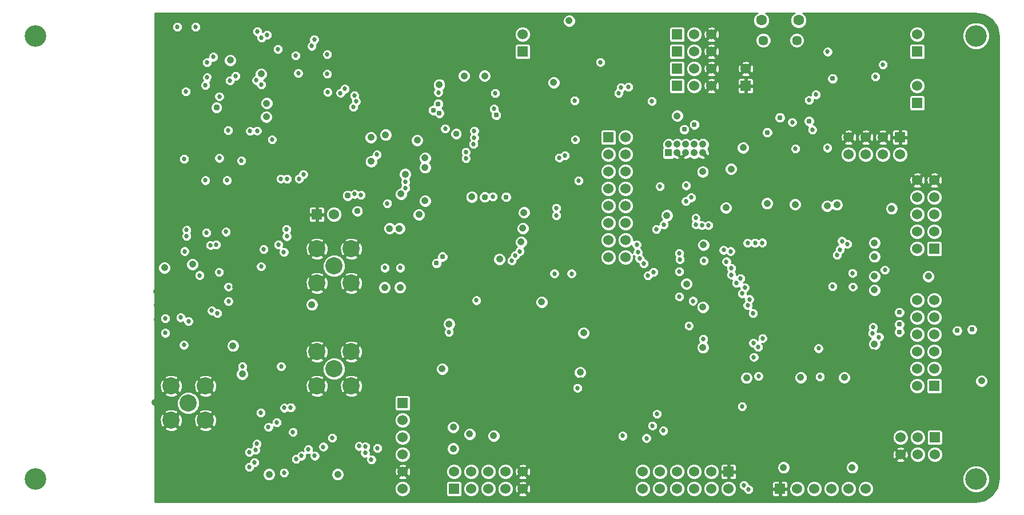
<source format=gbr>
G04 (created by PCBNEW-RS274X (2012-05-21 BZR 3261)-stable) date Sun Nov 11 11:20:56 2012*
G01*
G70*
G90*
%MOIN*%
G04 Gerber Fmt 3.4, Leading zero omitted, Abs format*
%FSLAX34Y34*%
G04 APERTURE LIST*
%ADD10C,0.006000*%
%ADD11C,0.063000*%
%ADD12C,0.057100*%
%ADD13C,0.023600*%
%ADD14C,0.025000*%
%ADD15R,0.060000X0.060000*%
%ADD16C,0.060000*%
%ADD17C,0.100000*%
%ADD18C,0.126000*%
%ADD19R,0.042000X0.042000*%
%ADD20C,0.042000*%
%ADD21C,0.023000*%
%ADD22C,0.031000*%
%ADD23C,0.027000*%
%ADD24C,0.037000*%
%ADD25C,0.050000*%
%ADD26C,0.010000*%
G04 APERTURE END LIST*
G54D10*
G54D11*
X70583Y-22169D03*
X68417Y-22169D03*
G54D12*
X70479Y-23339D03*
X68521Y-23339D03*
G54D13*
X44202Y-47702D03*
X43798Y-47702D03*
X43798Y-47298D03*
X44202Y-47298D03*
X40202Y-47702D03*
X39798Y-47702D03*
X39798Y-47298D03*
X40202Y-47298D03*
G54D14*
X51225Y-27025D03*
X51225Y-26431D03*
X51819Y-26431D03*
X51819Y-27025D03*
X51819Y-27619D03*
X51225Y-27619D03*
X50631Y-27619D03*
X50631Y-27025D03*
X50631Y-26431D03*
G54D13*
X38150Y-27200D03*
X37717Y-27200D03*
X37717Y-26767D03*
X38150Y-26767D03*
X38583Y-26767D03*
X38583Y-27200D03*
X38583Y-27633D03*
X38150Y-27633D03*
X37717Y-27633D03*
X46300Y-31600D03*
X46039Y-31339D03*
X46561Y-31339D03*
X46561Y-31861D03*
X46039Y-31861D03*
G54D15*
X59500Y-29000D03*
G54D16*
X60500Y-29000D03*
X59500Y-30000D03*
X60500Y-30000D03*
X59500Y-31000D03*
X60500Y-31000D03*
X59500Y-32000D03*
X60500Y-32000D03*
X59500Y-33000D03*
X60500Y-33000D03*
X59500Y-34000D03*
X60500Y-34000D03*
X59500Y-35000D03*
X60500Y-35000D03*
X59500Y-36000D03*
X60500Y-36000D03*
G54D15*
X66500Y-48500D03*
G54D16*
X66500Y-49500D03*
X65500Y-48500D03*
X65500Y-49500D03*
X64500Y-48500D03*
X64500Y-49500D03*
X63500Y-48500D03*
X63500Y-49500D03*
X62500Y-48500D03*
X62500Y-49500D03*
X61500Y-48500D03*
X61500Y-49500D03*
G54D15*
X78500Y-43500D03*
G54D16*
X77500Y-43500D03*
X78500Y-42500D03*
X77500Y-42500D03*
X78500Y-41500D03*
X77500Y-41500D03*
X78500Y-40500D03*
X77500Y-40500D03*
X78500Y-39500D03*
X77500Y-39500D03*
X78500Y-38500D03*
X77500Y-38500D03*
G54D15*
X78500Y-35500D03*
G54D16*
X77500Y-35500D03*
X78500Y-34500D03*
X77500Y-34500D03*
X78500Y-33500D03*
X77500Y-33500D03*
X78500Y-32500D03*
X77500Y-32500D03*
X78500Y-31500D03*
X77500Y-31500D03*
G54D15*
X50500Y-49500D03*
G54D16*
X50500Y-48500D03*
X51500Y-49500D03*
X51500Y-48500D03*
X52500Y-49500D03*
X52500Y-48500D03*
X53500Y-49500D03*
X53500Y-48500D03*
X54500Y-49500D03*
X54500Y-48500D03*
G54D15*
X76500Y-29000D03*
G54D16*
X76500Y-30000D03*
X75500Y-29000D03*
X75500Y-30000D03*
X74500Y-29000D03*
X74500Y-30000D03*
X73500Y-29000D03*
X73500Y-30000D03*
G54D15*
X78510Y-46500D03*
G54D16*
X78510Y-47500D03*
X77510Y-46500D03*
X77510Y-47500D03*
X76510Y-46500D03*
X76510Y-47500D03*
G54D15*
X69500Y-49500D03*
G54D16*
X70500Y-49500D03*
X71500Y-49500D03*
X72500Y-49500D03*
X73500Y-49500D03*
X74500Y-49500D03*
G54D15*
X47500Y-44500D03*
G54D16*
X47500Y-45500D03*
X47500Y-46500D03*
X47500Y-47500D03*
X47500Y-48500D03*
X47500Y-49500D03*
G54D15*
X63500Y-24000D03*
G54D16*
X64500Y-24000D03*
X65500Y-24000D03*
G54D15*
X63500Y-23000D03*
G54D16*
X64500Y-23000D03*
X65500Y-23000D03*
G54D15*
X63500Y-25000D03*
G54D16*
X64500Y-25000D03*
X65500Y-25000D03*
G54D15*
X63500Y-26000D03*
G54D16*
X64500Y-26000D03*
X65500Y-26000D03*
G54D15*
X67500Y-26000D03*
G54D16*
X67500Y-25000D03*
G54D17*
X43500Y-36500D03*
X42500Y-37500D03*
X44500Y-37500D03*
X44500Y-35500D03*
X42500Y-35500D03*
X35000Y-44500D03*
X36000Y-43500D03*
X34000Y-43500D03*
X34000Y-45500D03*
X36000Y-45500D03*
X43500Y-42500D03*
X42500Y-43500D03*
X44500Y-43500D03*
X44500Y-41500D03*
X42500Y-41500D03*
G54D15*
X54500Y-24000D03*
G54D16*
X54500Y-23000D03*
G54D15*
X77500Y-24000D03*
G54D16*
X77500Y-23000D03*
G54D15*
X77500Y-27000D03*
G54D16*
X77500Y-26000D03*
G54D15*
X42500Y-33500D03*
G54D16*
X43500Y-33500D03*
G54D18*
X26075Y-23075D03*
X80925Y-23075D03*
X80925Y-48925D03*
X26075Y-48925D03*
G54D14*
X52575Y-34275D03*
X52575Y-33625D03*
X53225Y-33625D03*
X53225Y-34275D03*
X53225Y-34925D03*
X52575Y-34925D03*
X51925Y-34925D03*
X51925Y-34275D03*
X51925Y-33625D03*
G54D19*
X63000Y-29900D03*
G54D20*
X63000Y-29400D03*
X63500Y-29900D03*
X63500Y-29400D03*
X64000Y-29900D03*
X64000Y-29400D03*
X64500Y-29900D03*
X64500Y-29400D03*
X65000Y-29900D03*
X65000Y-29400D03*
G54D21*
X73750Y-25000D03*
X73947Y-24705D03*
X73553Y-24705D03*
X73553Y-25295D03*
X73947Y-25295D03*
G54D22*
X49470Y-36330D03*
G54D20*
X50450Y-47150D03*
X48450Y-33500D03*
X50200Y-39880D03*
X47300Y-34310D03*
X45650Y-29000D03*
X52800Y-46400D03*
X48800Y-30200D03*
G54D23*
X56460Y-33110D03*
X53850Y-36180D03*
X54060Y-35880D03*
X56460Y-33550D03*
G54D20*
X47400Y-32300D03*
X47650Y-31150D03*
G54D23*
X44950Y-47000D03*
X38930Y-47230D03*
X38850Y-47960D03*
X40250Y-35260D03*
X34900Y-34400D03*
X45310Y-47400D03*
X43100Y-24150D03*
X42340Y-23280D03*
X45670Y-47790D03*
X44680Y-26560D03*
X39020Y-22820D03*
X35420Y-22550D03*
X36620Y-35260D03*
X37330Y-28590D03*
X34780Y-35640D03*
X41450Y-31410D03*
X38600Y-28630D03*
X38150Y-42350D03*
X40410Y-42350D03*
X37340Y-37710D03*
X40570Y-35690D03*
X45330Y-47030D03*
X39010Y-28610D03*
X35010Y-39720D03*
X41710Y-31150D03*
X46030Y-47120D03*
X36370Y-39100D03*
X33650Y-40400D03*
X38970Y-25670D03*
X43130Y-26360D03*
X40600Y-44770D03*
X36810Y-26610D03*
X36050Y-34550D03*
X42870Y-47040D03*
X34750Y-30250D03*
X36000Y-31500D03*
X40740Y-34770D03*
X40730Y-34350D03*
X37200Y-34500D03*
X37250Y-31500D03*
X40970Y-44750D03*
X43390Y-46520D03*
X39590Y-23020D03*
X41600Y-47570D03*
X42200Y-23670D03*
X34350Y-22550D03*
X43098Y-25298D03*
X40580Y-48550D03*
X40230Y-23850D03*
X41410Y-25250D03*
X38100Y-30350D03*
X40390Y-31410D03*
X43870Y-26410D03*
X38550Y-47360D03*
X33650Y-39550D03*
X34550Y-39500D03*
X35660Y-37040D03*
X38560Y-48220D03*
X36280Y-35280D03*
X39400Y-35520D03*
X34900Y-34750D03*
X41280Y-47760D03*
X42370Y-47570D03*
X36810Y-30200D03*
X40750Y-31420D03*
X36450Y-24300D03*
X42000Y-47190D03*
X39260Y-25930D03*
X44130Y-26170D03*
X39270Y-23190D03*
X39000Y-46870D03*
X40160Y-45620D03*
X41260Y-24230D03*
X39670Y-45890D03*
X37340Y-38560D03*
X36690Y-39250D03*
X34740Y-41100D03*
X39220Y-45050D03*
X41100Y-46180D03*
X36800Y-36850D03*
X39240Y-36530D03*
X62700Y-46100D03*
X62060Y-45810D03*
X62330Y-45130D03*
X57690Y-43610D03*
X61710Y-46540D03*
X71740Y-41300D03*
X75500Y-24750D03*
X72250Y-29600D03*
X73110Y-35040D03*
X73430Y-35210D03*
X75610Y-36730D03*
X73720Y-36910D03*
X72830Y-35860D03*
X72990Y-35540D03*
X75270Y-40640D03*
X74930Y-40070D03*
X74880Y-40430D03*
G54D20*
X76000Y-33150D03*
X72250Y-33000D03*
G54D23*
X63630Y-35750D03*
X61140Y-35260D03*
X61210Y-35700D03*
X63660Y-36110D03*
X66210Y-35570D03*
X61310Y-36060D03*
X66610Y-35640D03*
X61560Y-36350D03*
X72560Y-37690D03*
X65330Y-34130D03*
X73740Y-37710D03*
X64320Y-32500D03*
X67610Y-38790D03*
X66370Y-36240D03*
X66660Y-37010D03*
X66960Y-37490D03*
X67440Y-37760D03*
X67290Y-38100D03*
X67710Y-38440D03*
X66650Y-36620D03*
X67190Y-37210D03*
X64580Y-33700D03*
X62720Y-34080D03*
X64580Y-34080D03*
X62280Y-34350D03*
G54D22*
X79830Y-40270D03*
X80690Y-40200D03*
X76450Y-40350D03*
X76450Y-39200D03*
X76450Y-39900D03*
X63910Y-28530D03*
X64500Y-28250D03*
G54D23*
X68240Y-42920D03*
X67280Y-44690D03*
G54D20*
X49800Y-42500D03*
X51400Y-46300D03*
G54D23*
X71380Y-28550D03*
X71830Y-42950D03*
X56340Y-36940D03*
X57340Y-36940D03*
X64180Y-39980D03*
X54320Y-35640D03*
X51180Y-30230D03*
X65020Y-40750D03*
X51800Y-38500D03*
X52750Y-32450D03*
X47650Y-31600D03*
X50200Y-40360D03*
X47650Y-31950D03*
G54D20*
X69100Y-34300D03*
X61400Y-25300D03*
G54D22*
X35630Y-26900D03*
G54D20*
X57150Y-26100D03*
X33290Y-42550D03*
X50225Y-29835D03*
X67000Y-43190D03*
X67900Y-29100D03*
X58600Y-22900D03*
X72900Y-26500D03*
X76200Y-31100D03*
X80400Y-43600D03*
X44300Y-46320D03*
G54D22*
X52325Y-31415D03*
G54D23*
X70100Y-27500D03*
G54D22*
X54725Y-31375D03*
G54D20*
X45000Y-30900D03*
G54D24*
X34680Y-42180D03*
G54D20*
X37200Y-29130D03*
X63800Y-38900D03*
G54D22*
X71600Y-23500D03*
G54D24*
X55750Y-34300D03*
G54D23*
X55575Y-28675D03*
G54D20*
X53635Y-28125D03*
G54D24*
X48425Y-27825D03*
G54D20*
X55200Y-32800D03*
X33750Y-34750D03*
X49935Y-23225D03*
G54D24*
X73750Y-36320D03*
G54D20*
X71200Y-30040D03*
X43940Y-29720D03*
X45250Y-34600D03*
G54D22*
X70790Y-28050D03*
G54D24*
X35650Y-34600D03*
G54D20*
X34160Y-40500D03*
G54D23*
X55075Y-28675D03*
G54D24*
X35140Y-41500D03*
G54D20*
X73250Y-44200D03*
X35850Y-29050D03*
X76200Y-35950D03*
X72770Y-34260D03*
X35230Y-37040D03*
X61400Y-26300D03*
X38150Y-38200D03*
X43000Y-23500D03*
G54D22*
X53525Y-31375D03*
G54D20*
X40100Y-25190D03*
X38100Y-32700D03*
X37760Y-37710D03*
X38150Y-36900D03*
X33750Y-34050D03*
G54D24*
X35890Y-42320D03*
G54D20*
X33190Y-38790D03*
G54D23*
X54575Y-28675D03*
G54D20*
X33800Y-38670D03*
X33150Y-38000D03*
X51505Y-31265D03*
G54D23*
X52525Y-30975D03*
G54D20*
X35400Y-38930D03*
X50600Y-38900D03*
X57900Y-43200D03*
X53810Y-45010D03*
G54D22*
X71600Y-26000D03*
G54D20*
X37550Y-29550D03*
X36600Y-32150D03*
X71800Y-24000D03*
X57400Y-24900D03*
X61400Y-24300D03*
X62500Y-33000D03*
G54D24*
X50725Y-29835D03*
G54D20*
X36510Y-39870D03*
X72900Y-23500D03*
X37000Y-25700D03*
X52215Y-23225D03*
X49580Y-34640D03*
X39750Y-24050D03*
X36070Y-30860D03*
G54D24*
X51145Y-23445D03*
G54D20*
X33190Y-39620D03*
G54D22*
X54325Y-31375D03*
G54D20*
X76200Y-37100D03*
G54D22*
X53925Y-31375D03*
G54D23*
X36050Y-33100D03*
G54D20*
X40650Y-27400D03*
X71850Y-30550D03*
X35970Y-36150D03*
X70700Y-44200D03*
X38050Y-28700D03*
X48500Y-31450D03*
X71000Y-45300D03*
G54D22*
X72450Y-24400D03*
G54D20*
X55800Y-24400D03*
X43500Y-38700D03*
G54D22*
X55125Y-31375D03*
G54D20*
X46600Y-28050D03*
X79330Y-39490D03*
X58400Y-39500D03*
X52275Y-24225D03*
G54D23*
X53525Y-30975D03*
G54D20*
X38890Y-30650D03*
G54D22*
X34850Y-25950D03*
G54D24*
X48415Y-27045D03*
G54D22*
X35000Y-25500D03*
G54D20*
X49000Y-42100D03*
G54D24*
X51005Y-23005D03*
G54D20*
X45090Y-29500D03*
X70350Y-31690D03*
X38900Y-41650D03*
X42890Y-49050D03*
X47690Y-33200D03*
X41750Y-40350D03*
X46950Y-29650D03*
X69250Y-31650D03*
X35800Y-23650D03*
X73350Y-27650D03*
X74960Y-41560D03*
X66310Y-35140D03*
G54D23*
X54075Y-28675D03*
G54D20*
X48650Y-32200D03*
X56150Y-24900D03*
G54D22*
X35300Y-25050D03*
G54D20*
X40490Y-24680D03*
X35250Y-31900D03*
G54D22*
X35630Y-26500D03*
G54D20*
X36600Y-33850D03*
X73550Y-32200D03*
X51300Y-47600D03*
X63800Y-35350D03*
X52430Y-39990D03*
G54D24*
X71350Y-32850D03*
G54D22*
X52685Y-31375D03*
G54D20*
X71000Y-46100D03*
X76200Y-41050D03*
X37950Y-34850D03*
G54D24*
X40650Y-26900D03*
G54D22*
X35100Y-27300D03*
G54D23*
X53025Y-30975D03*
G54D20*
X52700Y-47600D03*
X42000Y-24700D03*
X68750Y-31650D03*
X51020Y-32840D03*
X61400Y-23300D03*
X35940Y-38470D03*
X38010Y-31900D03*
G54D23*
X35600Y-33100D03*
G54D20*
X76750Y-25000D03*
G54D24*
X53985Y-27515D03*
X40650Y-27950D03*
G54D20*
X50795Y-31665D03*
X41450Y-26400D03*
X38100Y-40130D03*
G54D22*
X35630Y-27300D03*
G54D20*
X40050Y-28600D03*
X33700Y-35650D03*
X72800Y-45050D03*
X33500Y-37200D03*
X74040Y-31190D03*
X72500Y-31100D03*
G54D24*
X55750Y-33750D03*
G54D20*
X48125Y-27425D03*
G54D24*
X57400Y-30800D03*
G54D20*
X51075Y-24225D03*
X49225Y-25125D03*
X34900Y-23200D03*
X72950Y-31900D03*
X76200Y-35150D03*
X67540Y-44230D03*
X51460Y-41280D03*
X73350Y-22350D03*
X68800Y-23950D03*
X54450Y-36150D03*
X53130Y-37260D03*
X64550Y-40800D03*
X55600Y-35100D03*
X33070Y-44460D03*
X37750Y-22950D03*
X55950Y-37790D03*
X40280Y-46320D03*
X74900Y-25000D03*
X38890Y-49050D03*
X36850Y-28700D03*
G54D23*
X35150Y-33100D03*
G54D20*
X55180Y-45010D03*
X44260Y-25300D03*
X49525Y-29435D03*
X57500Y-39850D03*
X76200Y-37900D03*
X38100Y-33200D03*
X69650Y-24150D03*
X36980Y-24100D03*
X69900Y-34300D03*
X65550Y-33250D03*
X53635Y-25975D03*
G54D23*
X52025Y-30975D03*
G54D20*
X49580Y-34160D03*
G54D24*
X36450Y-25700D03*
G54D20*
X53860Y-36890D03*
X42500Y-24700D03*
X36560Y-22550D03*
X33640Y-22950D03*
G54D23*
X70400Y-29650D03*
X51620Y-29390D03*
X60080Y-26420D03*
X37430Y-25680D03*
X36100Y-25500D03*
X61800Y-37050D03*
X63630Y-38280D03*
X36090Y-24630D03*
X37750Y-25420D03*
X62120Y-36860D03*
X64420Y-38540D03*
X60220Y-26080D03*
X67390Y-49290D03*
X36000Y-25950D03*
X44780Y-26900D03*
X68480Y-40710D03*
X34850Y-26330D03*
X67660Y-49530D03*
X67970Y-41810D03*
X44620Y-27220D03*
X39880Y-29130D03*
X46000Y-30000D03*
X75050Y-25450D03*
X71590Y-26500D03*
X72270Y-24000D03*
X71190Y-26830D03*
G54D22*
X69490Y-27840D03*
X68750Y-28710D03*
G54D23*
X64940Y-34130D03*
X60650Y-26060D03*
X59030Y-24610D03*
X64010Y-32720D03*
X51670Y-28620D03*
X70210Y-28110D03*
X68460Y-35140D03*
X56960Y-30050D03*
X44700Y-32300D03*
X46450Y-36600D03*
X68220Y-41230D03*
X47350Y-36600D03*
X45050Y-32350D03*
X67940Y-40990D03*
X46600Y-32850D03*
X60320Y-46400D03*
X65060Y-36190D03*
X51180Y-29850D03*
X51670Y-29010D03*
X57760Y-31520D03*
X63630Y-36820D03*
X57550Y-29130D03*
X62020Y-26880D03*
X57520Y-26850D03*
X64030Y-31800D03*
X67930Y-39250D03*
X49575Y-26375D03*
X56630Y-30180D03*
X68040Y-35150D03*
G54D20*
X54570Y-33380D03*
G54D24*
X36640Y-27250D03*
G54D20*
X49625Y-25925D03*
G54D22*
X53525Y-32475D03*
G54D24*
X50615Y-28785D03*
G54D22*
X49565Y-27045D03*
X52945Y-27695D03*
G54D20*
X54400Y-35100D03*
G54D22*
X49625Y-27585D03*
G54D20*
X33610Y-36600D03*
X37600Y-41150D03*
X38150Y-42800D03*
X39250Y-25300D03*
X39570Y-27010D03*
X54500Y-34300D03*
X51525Y-32465D03*
X37450Y-24500D03*
G54D23*
X52895Y-26425D03*
G54D20*
X35250Y-36400D03*
X53140Y-36100D03*
X52275Y-25415D03*
G54D23*
X52825Y-27335D03*
G54D24*
X52275Y-32475D03*
G54D20*
X51075Y-25405D03*
G54D22*
X72560Y-25570D03*
G54D20*
X43710Y-48650D03*
X75000Y-35950D03*
X70378Y-32904D03*
X78150Y-37100D03*
G54D22*
X71190Y-28050D03*
G54D24*
X44300Y-32400D03*
G54D20*
X46450Y-37750D03*
X48800Y-32700D03*
X73700Y-48250D03*
X70700Y-43000D03*
X75000Y-41050D03*
X75000Y-37900D03*
X39710Y-48650D03*
X63500Y-27740D03*
X42200Y-38750D03*
X48340Y-29160D03*
G54D24*
X44850Y-33300D03*
G54D20*
X68750Y-32850D03*
X72810Y-32920D03*
X75000Y-37100D03*
X66640Y-30840D03*
X62900Y-33550D03*
X65000Y-41250D03*
X75000Y-35150D03*
X81250Y-43200D03*
X48800Y-30750D03*
X46730Y-34310D03*
X67350Y-29600D03*
X58050Y-40400D03*
X55600Y-38600D03*
X39550Y-27800D03*
X73250Y-43000D03*
X56300Y-25800D03*
X57850Y-42700D03*
X64050Y-37540D03*
X57200Y-22200D03*
X45660Y-30400D03*
X65030Y-35270D03*
X47350Y-37750D03*
G54D22*
X49275Y-27415D03*
X49820Y-35960D03*
G54D20*
X67540Y-43020D03*
X46500Y-28850D03*
X66350Y-33100D03*
X64990Y-31000D03*
X50450Y-45900D03*
X69700Y-48250D03*
X65000Y-38900D03*
G54D23*
X62500Y-31850D03*
X49975Y-28485D03*
X67610Y-35160D03*
G54D25*
X43798Y-47298D02*
X44202Y-47298D01*
X37717Y-26767D02*
X38583Y-26767D01*
X39798Y-47702D02*
X39850Y-47650D01*
X38583Y-26767D02*
X38583Y-27633D01*
X44202Y-47702D02*
X43798Y-47702D01*
X37717Y-27633D02*
X38583Y-26767D01*
X46039Y-31861D02*
X46039Y-31339D01*
X38583Y-27633D02*
X37717Y-27633D01*
X46039Y-31339D02*
X46561Y-31861D01*
X51925Y-34275D02*
X53225Y-34275D01*
X50631Y-27619D02*
X50631Y-26431D01*
X50631Y-26431D02*
X51819Y-27619D01*
X53225Y-33625D02*
X53225Y-34925D01*
X73947Y-24705D02*
X73947Y-25295D01*
X51925Y-34925D02*
X53225Y-33625D01*
X37717Y-26767D02*
X38583Y-27633D01*
X44202Y-47298D02*
X44202Y-47702D01*
X51925Y-33625D02*
X53225Y-34925D01*
X39798Y-47298D02*
X39798Y-47702D01*
X73553Y-24705D02*
X73947Y-24705D01*
X39798Y-47298D02*
X40202Y-47298D01*
X52575Y-33625D02*
X52575Y-34925D01*
X51819Y-26431D02*
X50631Y-27619D01*
X46561Y-31861D02*
X46039Y-31861D01*
X40202Y-47298D02*
X40202Y-47702D01*
X73553Y-25295D02*
X73553Y-24705D01*
X51925Y-34925D02*
X51925Y-33625D01*
X46561Y-31339D02*
X46561Y-31861D01*
X39850Y-47650D02*
X39850Y-47450D01*
X53225Y-34925D02*
X51925Y-34925D01*
X37717Y-27633D02*
X37717Y-26767D01*
X73947Y-25295D02*
X73553Y-25295D01*
X46039Y-31339D02*
X46561Y-31339D01*
X51925Y-33625D02*
X53225Y-33625D01*
X40202Y-47702D02*
X39798Y-47702D01*
X50631Y-26431D02*
X51819Y-26431D01*
X51819Y-27619D02*
X50631Y-27619D01*
X51819Y-26431D02*
X51819Y-27619D01*
X43798Y-47702D02*
X43798Y-47298D01*
G54D10*
G36*
X73821Y-25000D02*
X73750Y-25071D01*
X73679Y-25000D01*
X73750Y-24929D01*
X73821Y-25000D01*
X73821Y-25000D01*
G37*
G54D26*
X73821Y-25000D02*
X73750Y-25071D01*
X73679Y-25000D01*
X73750Y-24929D01*
X73821Y-25000D01*
G54D10*
G36*
X82255Y-48903D02*
X82149Y-49431D01*
X81862Y-49862D01*
X81724Y-49954D01*
X81724Y-49085D01*
X81724Y-48767D01*
X81724Y-23235D01*
X81724Y-22917D01*
X81603Y-22623D01*
X81378Y-22398D01*
X81085Y-22276D01*
X80767Y-22276D01*
X80473Y-22397D01*
X80248Y-22622D01*
X80126Y-22915D01*
X80126Y-23233D01*
X80247Y-23527D01*
X80472Y-23752D01*
X80765Y-23874D01*
X81083Y-23874D01*
X81377Y-23753D01*
X81602Y-23528D01*
X81724Y-23235D01*
X81724Y-48767D01*
X81630Y-48538D01*
X81630Y-43276D01*
X81630Y-43125D01*
X81572Y-42985D01*
X81466Y-42878D01*
X81326Y-42820D01*
X81175Y-42820D01*
X81035Y-42878D01*
X81015Y-42897D01*
X81015Y-40265D01*
X81015Y-40136D01*
X80966Y-40016D01*
X80875Y-39925D01*
X80755Y-39875D01*
X80626Y-39875D01*
X80506Y-39924D01*
X80415Y-40015D01*
X80365Y-40135D01*
X80365Y-40264D01*
X80414Y-40384D01*
X80505Y-40475D01*
X80625Y-40525D01*
X80754Y-40525D01*
X80874Y-40476D01*
X80965Y-40385D01*
X81015Y-40265D01*
X81015Y-42897D01*
X80928Y-42984D01*
X80870Y-43124D01*
X80870Y-43275D01*
X80928Y-43415D01*
X81034Y-43522D01*
X81174Y-43580D01*
X81325Y-43580D01*
X81465Y-43522D01*
X81572Y-43416D01*
X81630Y-43276D01*
X81630Y-48538D01*
X81603Y-48473D01*
X81378Y-48248D01*
X81085Y-48126D01*
X80767Y-48126D01*
X80473Y-48247D01*
X80248Y-48472D01*
X80155Y-48695D01*
X80155Y-40335D01*
X80155Y-40206D01*
X80106Y-40086D01*
X80015Y-39995D01*
X79895Y-39945D01*
X79766Y-39945D01*
X79646Y-39994D01*
X79555Y-40085D01*
X79505Y-40205D01*
X79505Y-40334D01*
X79554Y-40454D01*
X79645Y-40545D01*
X79765Y-40595D01*
X79894Y-40595D01*
X80014Y-40546D01*
X80105Y-40455D01*
X80155Y-40335D01*
X80155Y-48695D01*
X80126Y-48765D01*
X80126Y-49083D01*
X80247Y-49377D01*
X80472Y-49602D01*
X80765Y-49724D01*
X81083Y-49724D01*
X81377Y-49603D01*
X81602Y-49378D01*
X81724Y-49085D01*
X81724Y-49954D01*
X81433Y-50148D01*
X80901Y-50255D01*
X78980Y-50255D01*
X78980Y-47594D01*
X78980Y-47407D01*
X78980Y-46834D01*
X78980Y-46766D01*
X78980Y-46166D01*
X78970Y-46142D01*
X78970Y-43834D01*
X78970Y-43766D01*
X78970Y-43166D01*
X78970Y-42594D01*
X78970Y-42407D01*
X78970Y-41594D01*
X78970Y-41407D01*
X78970Y-40594D01*
X78970Y-40407D01*
X78970Y-39594D01*
X78970Y-39407D01*
X78970Y-38594D01*
X78970Y-38407D01*
X78970Y-35834D01*
X78970Y-35766D01*
X78970Y-35166D01*
X78970Y-34594D01*
X78970Y-34407D01*
X78970Y-33594D01*
X78970Y-33407D01*
X78970Y-32594D01*
X78970Y-32407D01*
X78965Y-32394D01*
X78965Y-31561D01*
X78953Y-31378D01*
X78907Y-31266D01*
X78836Y-31235D01*
X78765Y-31306D01*
X78765Y-31164D01*
X78734Y-31093D01*
X78561Y-31035D01*
X78378Y-31047D01*
X78266Y-31093D01*
X78235Y-31164D01*
X78500Y-31429D01*
X78765Y-31164D01*
X78765Y-31306D01*
X78571Y-31500D01*
X78836Y-31765D01*
X78907Y-31734D01*
X78965Y-31561D01*
X78965Y-32394D01*
X78899Y-32234D01*
X78767Y-32102D01*
X78765Y-32101D01*
X78765Y-31836D01*
X78500Y-31571D01*
X78429Y-31642D01*
X78429Y-31500D01*
X78164Y-31235D01*
X78093Y-31266D01*
X78035Y-31439D01*
X78047Y-31622D01*
X78093Y-31734D01*
X78164Y-31765D01*
X78429Y-31500D01*
X78429Y-31642D01*
X78235Y-31836D01*
X78266Y-31907D01*
X78439Y-31965D01*
X78622Y-31953D01*
X78734Y-31907D01*
X78765Y-31836D01*
X78765Y-32101D01*
X78594Y-32030D01*
X78407Y-32030D01*
X78234Y-32101D01*
X78102Y-32233D01*
X78030Y-32406D01*
X78030Y-32593D01*
X78101Y-32766D01*
X78233Y-32898D01*
X78406Y-32970D01*
X78593Y-32970D01*
X78766Y-32899D01*
X78898Y-32767D01*
X78970Y-32594D01*
X78970Y-33407D01*
X78899Y-33234D01*
X78767Y-33102D01*
X78594Y-33030D01*
X78407Y-33030D01*
X78234Y-33101D01*
X78102Y-33233D01*
X78030Y-33406D01*
X78030Y-33593D01*
X78101Y-33766D01*
X78233Y-33898D01*
X78406Y-33970D01*
X78593Y-33970D01*
X78766Y-33899D01*
X78898Y-33767D01*
X78970Y-33594D01*
X78970Y-34407D01*
X78899Y-34234D01*
X78767Y-34102D01*
X78594Y-34030D01*
X78407Y-34030D01*
X78234Y-34101D01*
X78102Y-34233D01*
X78030Y-34406D01*
X78030Y-34593D01*
X78101Y-34766D01*
X78233Y-34898D01*
X78406Y-34970D01*
X78593Y-34970D01*
X78766Y-34899D01*
X78898Y-34767D01*
X78970Y-34594D01*
X78970Y-35166D01*
X78944Y-35104D01*
X78896Y-35056D01*
X78834Y-35030D01*
X78766Y-35030D01*
X78166Y-35030D01*
X78104Y-35056D01*
X78056Y-35104D01*
X78030Y-35166D01*
X78030Y-35234D01*
X78030Y-35834D01*
X78056Y-35896D01*
X78104Y-35944D01*
X78166Y-35970D01*
X78234Y-35970D01*
X78834Y-35970D01*
X78896Y-35944D01*
X78944Y-35896D01*
X78970Y-35834D01*
X78970Y-38407D01*
X78899Y-38234D01*
X78767Y-38102D01*
X78594Y-38030D01*
X78530Y-38030D01*
X78530Y-37176D01*
X78530Y-37025D01*
X78472Y-36885D01*
X78366Y-36778D01*
X78226Y-36720D01*
X78075Y-36720D01*
X77970Y-36763D01*
X77970Y-35594D01*
X77970Y-35407D01*
X77970Y-34594D01*
X77970Y-34407D01*
X77970Y-33594D01*
X77970Y-33407D01*
X77970Y-32594D01*
X77970Y-32407D01*
X77970Y-27334D01*
X77970Y-27266D01*
X77970Y-26666D01*
X77970Y-26094D01*
X77970Y-25907D01*
X77970Y-24334D01*
X77970Y-24266D01*
X77970Y-23666D01*
X77970Y-23094D01*
X77970Y-22907D01*
X77899Y-22734D01*
X77767Y-22602D01*
X77594Y-22530D01*
X77407Y-22530D01*
X77234Y-22601D01*
X77102Y-22733D01*
X77030Y-22906D01*
X77030Y-23093D01*
X77101Y-23266D01*
X77233Y-23398D01*
X77406Y-23470D01*
X77593Y-23470D01*
X77766Y-23399D01*
X77898Y-23267D01*
X77970Y-23094D01*
X77970Y-23666D01*
X77944Y-23604D01*
X77896Y-23556D01*
X77834Y-23530D01*
X77766Y-23530D01*
X77166Y-23530D01*
X77104Y-23556D01*
X77056Y-23604D01*
X77030Y-23666D01*
X77030Y-23734D01*
X77030Y-24334D01*
X77056Y-24396D01*
X77104Y-24444D01*
X77166Y-24470D01*
X77234Y-24470D01*
X77834Y-24470D01*
X77896Y-24444D01*
X77944Y-24396D01*
X77970Y-24334D01*
X77970Y-25907D01*
X77899Y-25734D01*
X77767Y-25602D01*
X77594Y-25530D01*
X77407Y-25530D01*
X77234Y-25601D01*
X77102Y-25733D01*
X77030Y-25906D01*
X77030Y-26093D01*
X77101Y-26266D01*
X77233Y-26398D01*
X77406Y-26470D01*
X77593Y-26470D01*
X77766Y-26399D01*
X77898Y-26267D01*
X77970Y-26094D01*
X77970Y-26666D01*
X77944Y-26604D01*
X77896Y-26556D01*
X77834Y-26530D01*
X77766Y-26530D01*
X77166Y-26530D01*
X77104Y-26556D01*
X77056Y-26604D01*
X77030Y-26666D01*
X77030Y-26734D01*
X77030Y-27334D01*
X77056Y-27396D01*
X77104Y-27444D01*
X77166Y-27470D01*
X77234Y-27470D01*
X77834Y-27470D01*
X77896Y-27444D01*
X77944Y-27396D01*
X77970Y-27334D01*
X77970Y-32407D01*
X77965Y-32394D01*
X77965Y-31561D01*
X77953Y-31378D01*
X77907Y-31266D01*
X77836Y-31235D01*
X77765Y-31306D01*
X77765Y-31164D01*
X77734Y-31093D01*
X77561Y-31035D01*
X77378Y-31047D01*
X77266Y-31093D01*
X77235Y-31164D01*
X77500Y-31429D01*
X77765Y-31164D01*
X77765Y-31306D01*
X77571Y-31500D01*
X77836Y-31765D01*
X77907Y-31734D01*
X77965Y-31561D01*
X77965Y-32394D01*
X77899Y-32234D01*
X77767Y-32102D01*
X77765Y-32101D01*
X77765Y-31836D01*
X77500Y-31571D01*
X77429Y-31642D01*
X77429Y-31500D01*
X77164Y-31235D01*
X77093Y-31266D01*
X77035Y-31439D01*
X77047Y-31622D01*
X77093Y-31734D01*
X77164Y-31765D01*
X77429Y-31500D01*
X77429Y-31642D01*
X77235Y-31836D01*
X77266Y-31907D01*
X77439Y-31965D01*
X77622Y-31953D01*
X77734Y-31907D01*
X77765Y-31836D01*
X77765Y-32101D01*
X77594Y-32030D01*
X77407Y-32030D01*
X77234Y-32101D01*
X77102Y-32233D01*
X77030Y-32406D01*
X77030Y-32593D01*
X77101Y-32766D01*
X77233Y-32898D01*
X77406Y-32970D01*
X77593Y-32970D01*
X77766Y-32899D01*
X77898Y-32767D01*
X77970Y-32594D01*
X77970Y-33407D01*
X77899Y-33234D01*
X77767Y-33102D01*
X77594Y-33030D01*
X77407Y-33030D01*
X77234Y-33101D01*
X77102Y-33233D01*
X77030Y-33406D01*
X77030Y-33593D01*
X77101Y-33766D01*
X77233Y-33898D01*
X77406Y-33970D01*
X77593Y-33970D01*
X77766Y-33899D01*
X77898Y-33767D01*
X77970Y-33594D01*
X77970Y-34407D01*
X77899Y-34234D01*
X77767Y-34102D01*
X77594Y-34030D01*
X77407Y-34030D01*
X77234Y-34101D01*
X77102Y-34233D01*
X77030Y-34406D01*
X77030Y-34593D01*
X77101Y-34766D01*
X77233Y-34898D01*
X77406Y-34970D01*
X77593Y-34970D01*
X77766Y-34899D01*
X77898Y-34767D01*
X77970Y-34594D01*
X77970Y-35407D01*
X77899Y-35234D01*
X77767Y-35102D01*
X77594Y-35030D01*
X77407Y-35030D01*
X77234Y-35101D01*
X77102Y-35233D01*
X77030Y-35406D01*
X77030Y-35593D01*
X77101Y-35766D01*
X77233Y-35898D01*
X77406Y-35970D01*
X77593Y-35970D01*
X77766Y-35899D01*
X77898Y-35767D01*
X77970Y-35594D01*
X77970Y-36763D01*
X77935Y-36778D01*
X77828Y-36884D01*
X77770Y-37024D01*
X77770Y-37175D01*
X77828Y-37315D01*
X77934Y-37422D01*
X78074Y-37480D01*
X78225Y-37480D01*
X78365Y-37422D01*
X78472Y-37316D01*
X78530Y-37176D01*
X78530Y-38030D01*
X78407Y-38030D01*
X78234Y-38101D01*
X78102Y-38233D01*
X78030Y-38406D01*
X78030Y-38593D01*
X78101Y-38766D01*
X78233Y-38898D01*
X78406Y-38970D01*
X78593Y-38970D01*
X78766Y-38899D01*
X78898Y-38767D01*
X78970Y-38594D01*
X78970Y-39407D01*
X78899Y-39234D01*
X78767Y-39102D01*
X78594Y-39030D01*
X78407Y-39030D01*
X78234Y-39101D01*
X78102Y-39233D01*
X78030Y-39406D01*
X78030Y-39593D01*
X78101Y-39766D01*
X78233Y-39898D01*
X78406Y-39970D01*
X78593Y-39970D01*
X78766Y-39899D01*
X78898Y-39767D01*
X78970Y-39594D01*
X78970Y-40407D01*
X78899Y-40234D01*
X78767Y-40102D01*
X78594Y-40030D01*
X78407Y-40030D01*
X78234Y-40101D01*
X78102Y-40233D01*
X78030Y-40406D01*
X78030Y-40593D01*
X78101Y-40766D01*
X78233Y-40898D01*
X78406Y-40970D01*
X78593Y-40970D01*
X78766Y-40899D01*
X78898Y-40767D01*
X78970Y-40594D01*
X78970Y-41407D01*
X78899Y-41234D01*
X78767Y-41102D01*
X78594Y-41030D01*
X78407Y-41030D01*
X78234Y-41101D01*
X78102Y-41233D01*
X78030Y-41406D01*
X78030Y-41593D01*
X78101Y-41766D01*
X78233Y-41898D01*
X78406Y-41970D01*
X78593Y-41970D01*
X78766Y-41899D01*
X78898Y-41767D01*
X78970Y-41594D01*
X78970Y-42407D01*
X78899Y-42234D01*
X78767Y-42102D01*
X78594Y-42030D01*
X78407Y-42030D01*
X78234Y-42101D01*
X78102Y-42233D01*
X78030Y-42406D01*
X78030Y-42593D01*
X78101Y-42766D01*
X78233Y-42898D01*
X78406Y-42970D01*
X78593Y-42970D01*
X78766Y-42899D01*
X78898Y-42767D01*
X78970Y-42594D01*
X78970Y-43166D01*
X78944Y-43104D01*
X78896Y-43056D01*
X78834Y-43030D01*
X78766Y-43030D01*
X78166Y-43030D01*
X78104Y-43056D01*
X78056Y-43104D01*
X78030Y-43166D01*
X78030Y-43234D01*
X78030Y-43834D01*
X78056Y-43896D01*
X78104Y-43944D01*
X78166Y-43970D01*
X78234Y-43970D01*
X78834Y-43970D01*
X78896Y-43944D01*
X78944Y-43896D01*
X78970Y-43834D01*
X78970Y-46142D01*
X78954Y-46104D01*
X78906Y-46056D01*
X78844Y-46030D01*
X78776Y-46030D01*
X78176Y-46030D01*
X78114Y-46056D01*
X78066Y-46104D01*
X78040Y-46166D01*
X78040Y-46234D01*
X78040Y-46834D01*
X78066Y-46896D01*
X78114Y-46944D01*
X78176Y-46970D01*
X78244Y-46970D01*
X78844Y-46970D01*
X78906Y-46944D01*
X78954Y-46896D01*
X78980Y-46834D01*
X78980Y-47407D01*
X78909Y-47234D01*
X78777Y-47102D01*
X78604Y-47030D01*
X78417Y-47030D01*
X78244Y-47101D01*
X78112Y-47233D01*
X78040Y-47406D01*
X78040Y-47593D01*
X78111Y-47766D01*
X78243Y-47898D01*
X78416Y-47970D01*
X78603Y-47970D01*
X78776Y-47899D01*
X78908Y-47767D01*
X78980Y-47594D01*
X78980Y-50255D01*
X77980Y-50255D01*
X77980Y-47594D01*
X77980Y-47407D01*
X77980Y-46594D01*
X77980Y-46407D01*
X77970Y-46382D01*
X77970Y-43594D01*
X77970Y-43407D01*
X77970Y-42594D01*
X77970Y-42407D01*
X77970Y-41594D01*
X77970Y-41407D01*
X77970Y-40594D01*
X77970Y-40407D01*
X77970Y-39594D01*
X77970Y-39407D01*
X77970Y-38594D01*
X77970Y-38407D01*
X77899Y-38234D01*
X77767Y-38102D01*
X77594Y-38030D01*
X77407Y-38030D01*
X77234Y-38101D01*
X77102Y-38233D01*
X77030Y-38406D01*
X77030Y-38593D01*
X77101Y-38766D01*
X77233Y-38898D01*
X77406Y-38970D01*
X77593Y-38970D01*
X77766Y-38899D01*
X77898Y-38767D01*
X77970Y-38594D01*
X77970Y-39407D01*
X77899Y-39234D01*
X77767Y-39102D01*
X77594Y-39030D01*
X77407Y-39030D01*
X77234Y-39101D01*
X77102Y-39233D01*
X77030Y-39406D01*
X77030Y-39593D01*
X77101Y-39766D01*
X77233Y-39898D01*
X77406Y-39970D01*
X77593Y-39970D01*
X77766Y-39899D01*
X77898Y-39767D01*
X77970Y-39594D01*
X77970Y-40407D01*
X77899Y-40234D01*
X77767Y-40102D01*
X77594Y-40030D01*
X77407Y-40030D01*
X77234Y-40101D01*
X77102Y-40233D01*
X77030Y-40406D01*
X77030Y-40593D01*
X77101Y-40766D01*
X77233Y-40898D01*
X77406Y-40970D01*
X77593Y-40970D01*
X77766Y-40899D01*
X77898Y-40767D01*
X77970Y-40594D01*
X77970Y-41407D01*
X77899Y-41234D01*
X77767Y-41102D01*
X77594Y-41030D01*
X77407Y-41030D01*
X77234Y-41101D01*
X77102Y-41233D01*
X77030Y-41406D01*
X77030Y-41593D01*
X77101Y-41766D01*
X77233Y-41898D01*
X77406Y-41970D01*
X77593Y-41970D01*
X77766Y-41899D01*
X77898Y-41767D01*
X77970Y-41594D01*
X77970Y-42407D01*
X77899Y-42234D01*
X77767Y-42102D01*
X77594Y-42030D01*
X77407Y-42030D01*
X77234Y-42101D01*
X77102Y-42233D01*
X77030Y-42406D01*
X77030Y-42593D01*
X77101Y-42766D01*
X77233Y-42898D01*
X77406Y-42970D01*
X77593Y-42970D01*
X77766Y-42899D01*
X77898Y-42767D01*
X77970Y-42594D01*
X77970Y-43407D01*
X77899Y-43234D01*
X77767Y-43102D01*
X77594Y-43030D01*
X77407Y-43030D01*
X77234Y-43101D01*
X77102Y-43233D01*
X77030Y-43406D01*
X77030Y-43593D01*
X77101Y-43766D01*
X77233Y-43898D01*
X77406Y-43970D01*
X77593Y-43970D01*
X77766Y-43899D01*
X77898Y-43767D01*
X77970Y-43594D01*
X77970Y-46382D01*
X77909Y-46234D01*
X77777Y-46102D01*
X77604Y-46030D01*
X77417Y-46030D01*
X77244Y-46101D01*
X77112Y-46233D01*
X77040Y-46406D01*
X77040Y-46593D01*
X77111Y-46766D01*
X77243Y-46898D01*
X77416Y-46970D01*
X77603Y-46970D01*
X77776Y-46899D01*
X77908Y-46767D01*
X77980Y-46594D01*
X77980Y-47407D01*
X77909Y-47234D01*
X77777Y-47102D01*
X77604Y-47030D01*
X77417Y-47030D01*
X77244Y-47101D01*
X77112Y-47233D01*
X77040Y-47406D01*
X77040Y-47593D01*
X77111Y-47766D01*
X77243Y-47898D01*
X77416Y-47970D01*
X77603Y-47970D01*
X77776Y-47899D01*
X77908Y-47767D01*
X77980Y-47594D01*
X77980Y-50255D01*
X76980Y-50255D01*
X76980Y-46594D01*
X76980Y-46407D01*
X76970Y-46382D01*
X76970Y-30094D01*
X76970Y-29907D01*
X76970Y-29334D01*
X76970Y-29266D01*
X76970Y-29092D01*
X76970Y-28908D01*
X76970Y-28734D01*
X76970Y-28666D01*
X76944Y-28604D01*
X76896Y-28556D01*
X76834Y-28530D01*
X76592Y-28530D01*
X76550Y-28572D01*
X76550Y-28950D01*
X76928Y-28950D01*
X76970Y-28908D01*
X76970Y-29092D01*
X76928Y-29050D01*
X76550Y-29050D01*
X76550Y-29428D01*
X76592Y-29470D01*
X76834Y-29470D01*
X76896Y-29444D01*
X76944Y-29396D01*
X76970Y-29334D01*
X76970Y-29907D01*
X76899Y-29734D01*
X76767Y-29602D01*
X76594Y-29530D01*
X76450Y-29530D01*
X76450Y-29428D01*
X76450Y-29050D01*
X76450Y-28950D01*
X76450Y-28572D01*
X76408Y-28530D01*
X76166Y-28530D01*
X76104Y-28556D01*
X76056Y-28604D01*
X76030Y-28666D01*
X76030Y-28734D01*
X76030Y-28908D01*
X76072Y-28950D01*
X76450Y-28950D01*
X76450Y-29050D01*
X76072Y-29050D01*
X76030Y-29092D01*
X76030Y-29266D01*
X76030Y-29334D01*
X76056Y-29396D01*
X76104Y-29444D01*
X76166Y-29470D01*
X76408Y-29470D01*
X76450Y-29428D01*
X76450Y-29530D01*
X76407Y-29530D01*
X76234Y-29601D01*
X76102Y-29733D01*
X76030Y-29906D01*
X76030Y-30093D01*
X76101Y-30266D01*
X76233Y-30398D01*
X76406Y-30470D01*
X76593Y-30470D01*
X76766Y-30399D01*
X76898Y-30267D01*
X76970Y-30094D01*
X76970Y-46382D01*
X76909Y-46234D01*
X76777Y-46102D01*
X76775Y-46101D01*
X76775Y-40415D01*
X76775Y-40286D01*
X76726Y-40166D01*
X76685Y-40125D01*
X76725Y-40085D01*
X76775Y-39965D01*
X76775Y-39836D01*
X76775Y-39265D01*
X76775Y-39136D01*
X76726Y-39016D01*
X76635Y-38925D01*
X76515Y-38875D01*
X76386Y-38875D01*
X76380Y-38877D01*
X76380Y-33226D01*
X76380Y-33075D01*
X76322Y-32935D01*
X76216Y-32828D01*
X76076Y-32770D01*
X75970Y-32770D01*
X75970Y-30094D01*
X75970Y-29907D01*
X75965Y-29894D01*
X75965Y-29061D01*
X75953Y-28878D01*
X75907Y-28766D01*
X75836Y-28735D01*
X75804Y-28767D01*
X75804Y-24811D01*
X75804Y-24690D01*
X75758Y-24578D01*
X75673Y-24493D01*
X75561Y-24446D01*
X75440Y-24446D01*
X75328Y-24492D01*
X75243Y-24577D01*
X75196Y-24689D01*
X75196Y-24810D01*
X75242Y-24922D01*
X75327Y-25007D01*
X75439Y-25054D01*
X75560Y-25054D01*
X75672Y-25008D01*
X75757Y-24923D01*
X75804Y-24811D01*
X75804Y-28767D01*
X75765Y-28806D01*
X75765Y-28664D01*
X75734Y-28593D01*
X75561Y-28535D01*
X75378Y-28547D01*
X75354Y-28556D01*
X75354Y-25511D01*
X75354Y-25390D01*
X75308Y-25278D01*
X75223Y-25193D01*
X75111Y-25146D01*
X74990Y-25146D01*
X74878Y-25192D01*
X74793Y-25277D01*
X74746Y-25389D01*
X74746Y-25510D01*
X74792Y-25622D01*
X74877Y-25707D01*
X74989Y-25754D01*
X75110Y-25754D01*
X75222Y-25708D01*
X75307Y-25623D01*
X75354Y-25511D01*
X75354Y-28556D01*
X75266Y-28593D01*
X75235Y-28664D01*
X75500Y-28929D01*
X75765Y-28664D01*
X75765Y-28806D01*
X75571Y-29000D01*
X75836Y-29265D01*
X75907Y-29234D01*
X75965Y-29061D01*
X75965Y-29894D01*
X75899Y-29734D01*
X75767Y-29602D01*
X75765Y-29601D01*
X75765Y-29336D01*
X75500Y-29071D01*
X75429Y-29142D01*
X75429Y-29000D01*
X75164Y-28735D01*
X75093Y-28766D01*
X75035Y-28939D01*
X75047Y-29122D01*
X75093Y-29234D01*
X75164Y-29265D01*
X75429Y-29000D01*
X75429Y-29142D01*
X75235Y-29336D01*
X75266Y-29407D01*
X75439Y-29465D01*
X75622Y-29453D01*
X75734Y-29407D01*
X75765Y-29336D01*
X75765Y-29601D01*
X75594Y-29530D01*
X75407Y-29530D01*
X75234Y-29601D01*
X75102Y-29733D01*
X75030Y-29906D01*
X75030Y-30093D01*
X75101Y-30266D01*
X75233Y-30398D01*
X75406Y-30470D01*
X75593Y-30470D01*
X75766Y-30399D01*
X75898Y-30267D01*
X75970Y-30094D01*
X75970Y-32770D01*
X75925Y-32770D01*
X75785Y-32828D01*
X75678Y-32934D01*
X75620Y-33074D01*
X75620Y-33225D01*
X75678Y-33365D01*
X75784Y-33472D01*
X75924Y-33530D01*
X76075Y-33530D01*
X76215Y-33472D01*
X76322Y-33366D01*
X76380Y-33226D01*
X76380Y-38877D01*
X76266Y-38924D01*
X76175Y-39015D01*
X76125Y-39135D01*
X76125Y-39264D01*
X76174Y-39384D01*
X76265Y-39475D01*
X76385Y-39525D01*
X76514Y-39525D01*
X76634Y-39476D01*
X76725Y-39385D01*
X76775Y-39265D01*
X76775Y-39836D01*
X76726Y-39716D01*
X76635Y-39625D01*
X76515Y-39575D01*
X76386Y-39575D01*
X76266Y-39624D01*
X76175Y-39715D01*
X76125Y-39835D01*
X76125Y-39964D01*
X76174Y-40084D01*
X76215Y-40125D01*
X76175Y-40165D01*
X76125Y-40285D01*
X76125Y-40414D01*
X76174Y-40534D01*
X76265Y-40625D01*
X76385Y-40675D01*
X76514Y-40675D01*
X76634Y-40626D01*
X76725Y-40535D01*
X76775Y-40415D01*
X76775Y-46101D01*
X76604Y-46030D01*
X76417Y-46030D01*
X76244Y-46101D01*
X76112Y-46233D01*
X76040Y-46406D01*
X76040Y-46593D01*
X76111Y-46766D01*
X76243Y-46898D01*
X76416Y-46970D01*
X76603Y-46970D01*
X76776Y-46899D01*
X76908Y-46767D01*
X76980Y-46594D01*
X76980Y-50255D01*
X76975Y-50255D01*
X76975Y-47561D01*
X76963Y-47378D01*
X76917Y-47266D01*
X76846Y-47235D01*
X76775Y-47306D01*
X76775Y-47164D01*
X76744Y-47093D01*
X76571Y-47035D01*
X76388Y-47047D01*
X76276Y-47093D01*
X76245Y-47164D01*
X76510Y-47429D01*
X76775Y-47164D01*
X76775Y-47306D01*
X76581Y-47500D01*
X76846Y-47765D01*
X76917Y-47734D01*
X76975Y-47561D01*
X76975Y-50255D01*
X76775Y-50255D01*
X76775Y-47836D01*
X76510Y-47571D01*
X76439Y-47642D01*
X76439Y-47500D01*
X76174Y-47235D01*
X76103Y-47266D01*
X76045Y-47439D01*
X76057Y-47622D01*
X76103Y-47734D01*
X76174Y-47765D01*
X76439Y-47500D01*
X76439Y-47642D01*
X76245Y-47836D01*
X76276Y-47907D01*
X76449Y-47965D01*
X76632Y-47953D01*
X76744Y-47907D01*
X76775Y-47836D01*
X76775Y-50255D01*
X75914Y-50255D01*
X75914Y-36791D01*
X75914Y-36670D01*
X75868Y-36558D01*
X75783Y-36473D01*
X75671Y-36426D01*
X75550Y-36426D01*
X75438Y-36472D01*
X75380Y-36530D01*
X75380Y-36026D01*
X75380Y-35875D01*
X75380Y-35226D01*
X75380Y-35075D01*
X75322Y-34935D01*
X75216Y-34828D01*
X75076Y-34770D01*
X74970Y-34770D01*
X74970Y-30094D01*
X74970Y-29907D01*
X74965Y-29894D01*
X74965Y-29061D01*
X74953Y-28878D01*
X74907Y-28766D01*
X74836Y-28735D01*
X74765Y-28806D01*
X74765Y-28664D01*
X74734Y-28593D01*
X74561Y-28535D01*
X74378Y-28547D01*
X74266Y-28593D01*
X74235Y-28664D01*
X74500Y-28929D01*
X74765Y-28664D01*
X74765Y-28806D01*
X74571Y-29000D01*
X74836Y-29265D01*
X74907Y-29234D01*
X74965Y-29061D01*
X74965Y-29894D01*
X74899Y-29734D01*
X74767Y-29602D01*
X74765Y-29601D01*
X74765Y-29336D01*
X74500Y-29071D01*
X74429Y-29142D01*
X74429Y-29000D01*
X74231Y-28802D01*
X74231Y-25312D01*
X74231Y-24722D01*
X74216Y-24612D01*
X74203Y-24581D01*
X74150Y-24573D01*
X74079Y-24644D01*
X74079Y-24502D01*
X74071Y-24449D01*
X73964Y-24421D01*
X73854Y-24436D01*
X73823Y-24449D01*
X73815Y-24502D01*
X73947Y-24634D01*
X74079Y-24502D01*
X74079Y-24644D01*
X74018Y-24705D01*
X74150Y-24837D01*
X74203Y-24829D01*
X74231Y-24722D01*
X74231Y-25312D01*
X74216Y-25202D01*
X74203Y-25171D01*
X74150Y-25163D01*
X74079Y-25234D01*
X74079Y-25092D01*
X74071Y-25039D01*
X74030Y-25028D01*
X74034Y-25017D01*
X74028Y-24975D01*
X74040Y-24974D01*
X74071Y-24961D01*
X74079Y-24908D01*
X73982Y-24811D01*
X73947Y-24776D01*
X73876Y-24705D01*
X73841Y-24670D01*
X73828Y-24657D01*
X73822Y-24612D01*
X73809Y-24581D01*
X73756Y-24573D01*
X73750Y-24579D01*
X73744Y-24573D01*
X73691Y-24581D01*
X73685Y-24603D01*
X73685Y-24502D01*
X73677Y-24449D01*
X73570Y-24421D01*
X73460Y-24436D01*
X73429Y-24449D01*
X73421Y-24502D01*
X73553Y-24634D01*
X73685Y-24502D01*
X73685Y-24603D01*
X73670Y-24658D01*
X73624Y-24705D01*
X73553Y-24776D01*
X73518Y-24811D01*
X73482Y-24847D01*
X73482Y-24705D01*
X73350Y-24573D01*
X73297Y-24581D01*
X73269Y-24688D01*
X73284Y-24798D01*
X73297Y-24829D01*
X73350Y-24837D01*
X73482Y-24705D01*
X73482Y-24847D01*
X73421Y-24908D01*
X73429Y-24961D01*
X73469Y-24971D01*
X73466Y-24983D01*
X73471Y-25024D01*
X73460Y-25026D01*
X73429Y-25039D01*
X73421Y-25092D01*
X73518Y-25189D01*
X73553Y-25224D01*
X73624Y-25295D01*
X73659Y-25330D01*
X73671Y-25342D01*
X73678Y-25388D01*
X73691Y-25419D01*
X73744Y-25427D01*
X73750Y-25421D01*
X73756Y-25427D01*
X73809Y-25419D01*
X73829Y-25341D01*
X73840Y-25329D01*
X73841Y-25330D01*
X73876Y-25295D01*
X73882Y-25289D01*
X73947Y-25224D01*
X73982Y-25189D01*
X74079Y-25092D01*
X74079Y-25234D01*
X74018Y-25295D01*
X74150Y-25427D01*
X74203Y-25419D01*
X74231Y-25312D01*
X74231Y-28802D01*
X74164Y-28735D01*
X74093Y-28766D01*
X74079Y-28807D01*
X74079Y-25498D01*
X73947Y-25366D01*
X73882Y-25431D01*
X73815Y-25498D01*
X73823Y-25551D01*
X73930Y-25579D01*
X74040Y-25564D01*
X74071Y-25551D01*
X74079Y-25498D01*
X74079Y-28807D01*
X74035Y-28939D01*
X74047Y-29122D01*
X74093Y-29234D01*
X74164Y-29265D01*
X74429Y-29000D01*
X74429Y-29142D01*
X74235Y-29336D01*
X74266Y-29407D01*
X74439Y-29465D01*
X74622Y-29453D01*
X74734Y-29407D01*
X74765Y-29336D01*
X74765Y-29601D01*
X74594Y-29530D01*
X74407Y-29530D01*
X74234Y-29601D01*
X74102Y-29733D01*
X74030Y-29906D01*
X74030Y-30093D01*
X74101Y-30266D01*
X74233Y-30398D01*
X74406Y-30470D01*
X74593Y-30470D01*
X74766Y-30399D01*
X74898Y-30267D01*
X74970Y-30094D01*
X74970Y-34770D01*
X74925Y-34770D01*
X74785Y-34828D01*
X74678Y-34934D01*
X74620Y-35074D01*
X74620Y-35225D01*
X74678Y-35365D01*
X74784Y-35472D01*
X74924Y-35530D01*
X75075Y-35530D01*
X75215Y-35472D01*
X75322Y-35366D01*
X75380Y-35226D01*
X75380Y-35875D01*
X75322Y-35735D01*
X75216Y-35628D01*
X75076Y-35570D01*
X74925Y-35570D01*
X74785Y-35628D01*
X74678Y-35734D01*
X74620Y-35874D01*
X74620Y-36025D01*
X74678Y-36165D01*
X74784Y-36272D01*
X74924Y-36330D01*
X75075Y-36330D01*
X75215Y-36272D01*
X75322Y-36166D01*
X75380Y-36026D01*
X75380Y-36530D01*
X75353Y-36557D01*
X75306Y-36669D01*
X75306Y-36790D01*
X75352Y-36902D01*
X75437Y-36987D01*
X75549Y-37034D01*
X75670Y-37034D01*
X75782Y-36988D01*
X75867Y-36903D01*
X75914Y-36791D01*
X75914Y-50255D01*
X75574Y-50255D01*
X75574Y-40701D01*
X75574Y-40580D01*
X75528Y-40468D01*
X75443Y-40383D01*
X75380Y-40356D01*
X75380Y-37976D01*
X75380Y-37825D01*
X75380Y-37176D01*
X75380Y-37025D01*
X75322Y-36885D01*
X75216Y-36778D01*
X75076Y-36720D01*
X74925Y-36720D01*
X74785Y-36778D01*
X74678Y-36884D01*
X74620Y-37024D01*
X74620Y-37175D01*
X74678Y-37315D01*
X74784Y-37422D01*
X74924Y-37480D01*
X75075Y-37480D01*
X75215Y-37422D01*
X75322Y-37316D01*
X75380Y-37176D01*
X75380Y-37825D01*
X75322Y-37685D01*
X75216Y-37578D01*
X75076Y-37520D01*
X74925Y-37520D01*
X74785Y-37578D01*
X74678Y-37684D01*
X74620Y-37824D01*
X74620Y-37975D01*
X74678Y-38115D01*
X74784Y-38222D01*
X74924Y-38280D01*
X75075Y-38280D01*
X75215Y-38222D01*
X75322Y-38116D01*
X75380Y-37976D01*
X75380Y-40356D01*
X75331Y-40336D01*
X75210Y-40336D01*
X75175Y-40350D01*
X75147Y-40282D01*
X75187Y-40243D01*
X75234Y-40131D01*
X75234Y-40010D01*
X75188Y-39898D01*
X75103Y-39813D01*
X74991Y-39766D01*
X74870Y-39766D01*
X74758Y-39812D01*
X74673Y-39897D01*
X74626Y-40009D01*
X74626Y-40130D01*
X74662Y-40217D01*
X74623Y-40257D01*
X74576Y-40369D01*
X74576Y-40490D01*
X74622Y-40602D01*
X74707Y-40687D01*
X74794Y-40723D01*
X74785Y-40728D01*
X74678Y-40834D01*
X74620Y-40974D01*
X74620Y-41125D01*
X74678Y-41265D01*
X74784Y-41372D01*
X74924Y-41430D01*
X75075Y-41430D01*
X75215Y-41372D01*
X75322Y-41266D01*
X75380Y-41126D01*
X75380Y-40975D01*
X75361Y-40930D01*
X75442Y-40898D01*
X75527Y-40813D01*
X75574Y-40701D01*
X75574Y-50255D01*
X74970Y-50255D01*
X74970Y-49594D01*
X74970Y-49407D01*
X74899Y-49234D01*
X74767Y-49102D01*
X74594Y-49030D01*
X74407Y-49030D01*
X74234Y-49101D01*
X74102Y-49233D01*
X74080Y-49285D01*
X74080Y-48326D01*
X74080Y-48175D01*
X74044Y-48088D01*
X74044Y-37771D01*
X74044Y-37650D01*
X74024Y-37601D01*
X74024Y-36971D01*
X74024Y-36850D01*
X73978Y-36738D01*
X73970Y-36730D01*
X73970Y-30094D01*
X73970Y-29907D01*
X73965Y-29894D01*
X73965Y-29061D01*
X73953Y-28878D01*
X73907Y-28766D01*
X73836Y-28735D01*
X73765Y-28806D01*
X73765Y-28664D01*
X73734Y-28593D01*
X73685Y-28576D01*
X73685Y-25498D01*
X73553Y-25366D01*
X73482Y-25437D01*
X73482Y-25295D01*
X73350Y-25163D01*
X73297Y-25171D01*
X73269Y-25278D01*
X73284Y-25388D01*
X73297Y-25419D01*
X73350Y-25427D01*
X73482Y-25295D01*
X73482Y-25437D01*
X73421Y-25498D01*
X73429Y-25551D01*
X73536Y-25579D01*
X73646Y-25564D01*
X73677Y-25551D01*
X73685Y-25498D01*
X73685Y-28576D01*
X73561Y-28535D01*
X73378Y-28547D01*
X73266Y-28593D01*
X73235Y-28664D01*
X73500Y-28929D01*
X73765Y-28664D01*
X73765Y-28806D01*
X73571Y-29000D01*
X73836Y-29265D01*
X73907Y-29234D01*
X73965Y-29061D01*
X73965Y-29894D01*
X73899Y-29734D01*
X73767Y-29602D01*
X73765Y-29601D01*
X73765Y-29336D01*
X73500Y-29071D01*
X73429Y-29142D01*
X73429Y-29000D01*
X73164Y-28735D01*
X73093Y-28766D01*
X73035Y-28939D01*
X73047Y-29122D01*
X73093Y-29234D01*
X73164Y-29265D01*
X73429Y-29000D01*
X73429Y-29142D01*
X73235Y-29336D01*
X73266Y-29407D01*
X73439Y-29465D01*
X73622Y-29453D01*
X73734Y-29407D01*
X73765Y-29336D01*
X73765Y-29601D01*
X73594Y-29530D01*
X73407Y-29530D01*
X73234Y-29601D01*
X73102Y-29733D01*
X73030Y-29906D01*
X73030Y-30093D01*
X73101Y-30266D01*
X73233Y-30398D01*
X73406Y-30470D01*
X73593Y-30470D01*
X73766Y-30399D01*
X73898Y-30267D01*
X73970Y-30094D01*
X73970Y-36730D01*
X73893Y-36653D01*
X73781Y-36606D01*
X73734Y-36606D01*
X73734Y-35271D01*
X73734Y-35150D01*
X73688Y-35038D01*
X73603Y-34953D01*
X73491Y-34906D01*
X73383Y-34906D01*
X73368Y-34868D01*
X73283Y-34783D01*
X73190Y-34743D01*
X73190Y-32996D01*
X73190Y-32845D01*
X73132Y-32705D01*
X73026Y-32598D01*
X72886Y-32540D01*
X72885Y-32540D01*
X72885Y-25635D01*
X72885Y-25506D01*
X72836Y-25386D01*
X72745Y-25295D01*
X72625Y-25245D01*
X72574Y-25245D01*
X72574Y-24061D01*
X72574Y-23940D01*
X72528Y-23828D01*
X72443Y-23743D01*
X72331Y-23696D01*
X72210Y-23696D01*
X72098Y-23742D01*
X72013Y-23827D01*
X71966Y-23939D01*
X71966Y-24060D01*
X72012Y-24172D01*
X72097Y-24257D01*
X72209Y-24304D01*
X72330Y-24304D01*
X72442Y-24258D01*
X72527Y-24173D01*
X72574Y-24061D01*
X72574Y-25245D01*
X72496Y-25245D01*
X72376Y-25294D01*
X72285Y-25385D01*
X72235Y-25505D01*
X72235Y-25634D01*
X72284Y-25754D01*
X72375Y-25845D01*
X72495Y-25895D01*
X72624Y-25895D01*
X72744Y-25846D01*
X72835Y-25755D01*
X72885Y-25635D01*
X72885Y-32540D01*
X72735Y-32540D01*
X72595Y-32598D01*
X72554Y-32638D01*
X72554Y-29661D01*
X72554Y-29540D01*
X72508Y-29428D01*
X72423Y-29343D01*
X72311Y-29296D01*
X72190Y-29296D01*
X72078Y-29342D01*
X71993Y-29427D01*
X71946Y-29539D01*
X71946Y-29660D01*
X71992Y-29772D01*
X72077Y-29857D01*
X72189Y-29904D01*
X72310Y-29904D01*
X72422Y-29858D01*
X72507Y-29773D01*
X72554Y-29661D01*
X72554Y-32638D01*
X72489Y-32702D01*
X72466Y-32678D01*
X72326Y-32620D01*
X72175Y-32620D01*
X72035Y-32678D01*
X71928Y-32784D01*
X71894Y-32866D01*
X71894Y-26561D01*
X71894Y-26440D01*
X71848Y-26328D01*
X71763Y-26243D01*
X71651Y-26196D01*
X71530Y-26196D01*
X71418Y-26242D01*
X71333Y-26327D01*
X71286Y-26439D01*
X71286Y-26540D01*
X71251Y-26526D01*
X71130Y-26526D01*
X71018Y-26572D01*
X70933Y-26657D01*
X70933Y-23430D01*
X70933Y-23249D01*
X70864Y-23082D01*
X70736Y-22954D01*
X70570Y-22885D01*
X70389Y-22885D01*
X70222Y-22954D01*
X70094Y-23082D01*
X70025Y-23248D01*
X70025Y-23429D01*
X70094Y-23596D01*
X70222Y-23724D01*
X70388Y-23793D01*
X70569Y-23793D01*
X70736Y-23724D01*
X70864Y-23596D01*
X70933Y-23430D01*
X70933Y-26657D01*
X70886Y-26769D01*
X70886Y-26890D01*
X70932Y-27002D01*
X71017Y-27087D01*
X71129Y-27134D01*
X71250Y-27134D01*
X71362Y-27088D01*
X71447Y-27003D01*
X71494Y-26891D01*
X71494Y-26789D01*
X71529Y-26804D01*
X71650Y-26804D01*
X71762Y-26758D01*
X71847Y-26673D01*
X71894Y-26561D01*
X71894Y-32866D01*
X71870Y-32924D01*
X71870Y-33075D01*
X71928Y-33215D01*
X72034Y-33322D01*
X72174Y-33380D01*
X72325Y-33380D01*
X72465Y-33322D01*
X72570Y-33217D01*
X72594Y-33242D01*
X72734Y-33300D01*
X72885Y-33300D01*
X73025Y-33242D01*
X73132Y-33136D01*
X73190Y-32996D01*
X73190Y-34743D01*
X73171Y-34736D01*
X73050Y-34736D01*
X72938Y-34782D01*
X72853Y-34867D01*
X72806Y-34979D01*
X72806Y-35100D01*
X72852Y-35212D01*
X72891Y-35251D01*
X72818Y-35282D01*
X72733Y-35367D01*
X72686Y-35479D01*
X72686Y-35590D01*
X72658Y-35602D01*
X72573Y-35687D01*
X72526Y-35799D01*
X72526Y-35920D01*
X72572Y-36032D01*
X72657Y-36117D01*
X72769Y-36164D01*
X72890Y-36164D01*
X73002Y-36118D01*
X73087Y-36033D01*
X73134Y-35921D01*
X73134Y-35809D01*
X73162Y-35798D01*
X73247Y-35713D01*
X73294Y-35601D01*
X73294Y-35482D01*
X73369Y-35514D01*
X73490Y-35514D01*
X73602Y-35468D01*
X73687Y-35383D01*
X73734Y-35271D01*
X73734Y-36606D01*
X73660Y-36606D01*
X73548Y-36652D01*
X73463Y-36737D01*
X73416Y-36849D01*
X73416Y-36970D01*
X73462Y-37082D01*
X73547Y-37167D01*
X73659Y-37214D01*
X73780Y-37214D01*
X73892Y-37168D01*
X73977Y-37083D01*
X74024Y-36971D01*
X74024Y-37601D01*
X73998Y-37538D01*
X73913Y-37453D01*
X73801Y-37406D01*
X73680Y-37406D01*
X73568Y-37452D01*
X73483Y-37537D01*
X73436Y-37649D01*
X73436Y-37770D01*
X73482Y-37882D01*
X73567Y-37967D01*
X73679Y-38014D01*
X73800Y-38014D01*
X73912Y-37968D01*
X73997Y-37883D01*
X74044Y-37771D01*
X74044Y-48088D01*
X74022Y-48035D01*
X73916Y-47928D01*
X73776Y-47870D01*
X73630Y-47870D01*
X73630Y-43076D01*
X73630Y-42925D01*
X73572Y-42785D01*
X73466Y-42678D01*
X73326Y-42620D01*
X73175Y-42620D01*
X73035Y-42678D01*
X72928Y-42784D01*
X72870Y-42924D01*
X72870Y-43075D01*
X72928Y-43215D01*
X73034Y-43322D01*
X73174Y-43380D01*
X73325Y-43380D01*
X73465Y-43322D01*
X73572Y-43216D01*
X73630Y-43076D01*
X73630Y-47870D01*
X73625Y-47870D01*
X73485Y-47928D01*
X73378Y-48034D01*
X73320Y-48174D01*
X73320Y-48325D01*
X73378Y-48465D01*
X73484Y-48572D01*
X73624Y-48630D01*
X73775Y-48630D01*
X73915Y-48572D01*
X74022Y-48466D01*
X74080Y-48326D01*
X74080Y-49285D01*
X74030Y-49406D01*
X74030Y-49593D01*
X74101Y-49766D01*
X74233Y-49898D01*
X74406Y-49970D01*
X74593Y-49970D01*
X74766Y-49899D01*
X74898Y-49767D01*
X74970Y-49594D01*
X74970Y-50255D01*
X73970Y-50255D01*
X73970Y-49594D01*
X73970Y-49407D01*
X73899Y-49234D01*
X73767Y-49102D01*
X73594Y-49030D01*
X73407Y-49030D01*
X73234Y-49101D01*
X73102Y-49233D01*
X73030Y-49406D01*
X73030Y-49593D01*
X73101Y-49766D01*
X73233Y-49898D01*
X73406Y-49970D01*
X73593Y-49970D01*
X73766Y-49899D01*
X73898Y-49767D01*
X73970Y-49594D01*
X73970Y-50255D01*
X72970Y-50255D01*
X72970Y-49594D01*
X72970Y-49407D01*
X72899Y-49234D01*
X72864Y-49199D01*
X72864Y-37751D01*
X72864Y-37630D01*
X72818Y-37518D01*
X72733Y-37433D01*
X72621Y-37386D01*
X72500Y-37386D01*
X72388Y-37432D01*
X72303Y-37517D01*
X72256Y-37629D01*
X72256Y-37750D01*
X72302Y-37862D01*
X72387Y-37947D01*
X72499Y-37994D01*
X72620Y-37994D01*
X72732Y-37948D01*
X72817Y-37863D01*
X72864Y-37751D01*
X72864Y-49199D01*
X72767Y-49102D01*
X72594Y-49030D01*
X72407Y-49030D01*
X72234Y-49101D01*
X72134Y-49201D01*
X72134Y-43011D01*
X72134Y-42890D01*
X72088Y-42778D01*
X72044Y-42734D01*
X72044Y-41361D01*
X72044Y-41240D01*
X71998Y-41128D01*
X71913Y-41043D01*
X71801Y-40996D01*
X71684Y-40996D01*
X71684Y-28611D01*
X71684Y-28490D01*
X71638Y-28378D01*
X71553Y-28293D01*
X71450Y-28249D01*
X71465Y-28235D01*
X71515Y-28115D01*
X71515Y-27986D01*
X71466Y-27866D01*
X71375Y-27775D01*
X71255Y-27725D01*
X71126Y-27725D01*
X71006Y-27774D01*
X70915Y-27865D01*
X70865Y-27985D01*
X70865Y-28114D01*
X70914Y-28234D01*
X71005Y-28325D01*
X71125Y-28375D01*
X71123Y-28377D01*
X71076Y-28489D01*
X71076Y-28610D01*
X71122Y-28722D01*
X71207Y-28807D01*
X71319Y-28854D01*
X71440Y-28854D01*
X71552Y-28808D01*
X71637Y-28723D01*
X71684Y-28611D01*
X71684Y-40996D01*
X71680Y-40996D01*
X71568Y-41042D01*
X71483Y-41127D01*
X71436Y-41239D01*
X71436Y-41360D01*
X71482Y-41472D01*
X71567Y-41557D01*
X71679Y-41604D01*
X71800Y-41604D01*
X71912Y-41558D01*
X71997Y-41473D01*
X72044Y-41361D01*
X72044Y-42734D01*
X72003Y-42693D01*
X71891Y-42646D01*
X71770Y-42646D01*
X71658Y-42692D01*
X71573Y-42777D01*
X71526Y-42889D01*
X71526Y-43010D01*
X71572Y-43122D01*
X71657Y-43207D01*
X71769Y-43254D01*
X71890Y-43254D01*
X72002Y-43208D01*
X72087Y-43123D01*
X72134Y-43011D01*
X72134Y-49201D01*
X72102Y-49233D01*
X72030Y-49406D01*
X72030Y-49593D01*
X72101Y-49766D01*
X72233Y-49898D01*
X72406Y-49970D01*
X72593Y-49970D01*
X72766Y-49899D01*
X72898Y-49767D01*
X72970Y-49594D01*
X72970Y-50255D01*
X71970Y-50255D01*
X71970Y-49594D01*
X71970Y-49407D01*
X71899Y-49234D01*
X71767Y-49102D01*
X71594Y-49030D01*
X71407Y-49030D01*
X71234Y-49101D01*
X71102Y-49233D01*
X71080Y-49285D01*
X71080Y-43076D01*
X71080Y-42925D01*
X71022Y-42785D01*
X70916Y-42678D01*
X70776Y-42620D01*
X70758Y-42620D01*
X70758Y-32980D01*
X70758Y-32829D01*
X70704Y-32698D01*
X70704Y-29711D01*
X70704Y-29590D01*
X70658Y-29478D01*
X70573Y-29393D01*
X70514Y-29368D01*
X70514Y-28171D01*
X70514Y-28050D01*
X70468Y-27938D01*
X70383Y-27853D01*
X70271Y-27806D01*
X70150Y-27806D01*
X70038Y-27852D01*
X69953Y-27937D01*
X69906Y-28049D01*
X69906Y-28170D01*
X69952Y-28282D01*
X70037Y-28367D01*
X70149Y-28414D01*
X70270Y-28414D01*
X70382Y-28368D01*
X70467Y-28283D01*
X70514Y-28171D01*
X70514Y-29368D01*
X70461Y-29346D01*
X70340Y-29346D01*
X70228Y-29392D01*
X70143Y-29477D01*
X70096Y-29589D01*
X70096Y-29710D01*
X70142Y-29822D01*
X70227Y-29907D01*
X70339Y-29954D01*
X70460Y-29954D01*
X70572Y-29908D01*
X70657Y-29823D01*
X70704Y-29711D01*
X70704Y-32698D01*
X70700Y-32689D01*
X70594Y-32582D01*
X70454Y-32524D01*
X70303Y-32524D01*
X70163Y-32582D01*
X70056Y-32688D01*
X69998Y-32828D01*
X69998Y-32979D01*
X70056Y-33119D01*
X70162Y-33226D01*
X70302Y-33284D01*
X70453Y-33284D01*
X70593Y-33226D01*
X70700Y-33120D01*
X70758Y-32980D01*
X70758Y-42620D01*
X70625Y-42620D01*
X70485Y-42678D01*
X70378Y-42784D01*
X70320Y-42924D01*
X70320Y-43075D01*
X70378Y-43215D01*
X70484Y-43322D01*
X70624Y-43380D01*
X70775Y-43380D01*
X70915Y-43322D01*
X71022Y-43216D01*
X71080Y-43076D01*
X71080Y-49285D01*
X71030Y-49406D01*
X71030Y-49593D01*
X71101Y-49766D01*
X71233Y-49898D01*
X71406Y-49970D01*
X71593Y-49970D01*
X71766Y-49899D01*
X71898Y-49767D01*
X71970Y-49594D01*
X71970Y-50255D01*
X70970Y-50255D01*
X70970Y-49594D01*
X70970Y-49407D01*
X70899Y-49234D01*
X70767Y-49102D01*
X70594Y-49030D01*
X70407Y-49030D01*
X70234Y-49101D01*
X70102Y-49233D01*
X70080Y-49285D01*
X70080Y-48326D01*
X70080Y-48175D01*
X70022Y-48035D01*
X69916Y-47928D01*
X69815Y-47886D01*
X69815Y-27905D01*
X69815Y-27776D01*
X69766Y-27656D01*
X69675Y-27565D01*
X69555Y-27515D01*
X69426Y-27515D01*
X69306Y-27564D01*
X69215Y-27655D01*
X69165Y-27775D01*
X69165Y-27904D01*
X69214Y-28024D01*
X69305Y-28115D01*
X69425Y-28165D01*
X69554Y-28165D01*
X69674Y-28116D01*
X69765Y-28025D01*
X69815Y-27905D01*
X69815Y-47886D01*
X69776Y-47870D01*
X69625Y-47870D01*
X69485Y-47928D01*
X69378Y-48034D01*
X69320Y-48174D01*
X69320Y-48325D01*
X69378Y-48465D01*
X69484Y-48572D01*
X69624Y-48630D01*
X69775Y-48630D01*
X69915Y-48572D01*
X70022Y-48466D01*
X70080Y-48326D01*
X70080Y-49285D01*
X70030Y-49406D01*
X70030Y-49593D01*
X70101Y-49766D01*
X70233Y-49898D01*
X70406Y-49970D01*
X70593Y-49970D01*
X70766Y-49899D01*
X70898Y-49767D01*
X70970Y-49594D01*
X70970Y-50255D01*
X69970Y-50255D01*
X69970Y-49834D01*
X69970Y-49766D01*
X69970Y-49592D01*
X69970Y-49408D01*
X69970Y-49234D01*
X69970Y-49166D01*
X69944Y-49104D01*
X69896Y-49056D01*
X69834Y-49030D01*
X69592Y-49030D01*
X69550Y-49072D01*
X69550Y-49450D01*
X69928Y-49450D01*
X69970Y-49408D01*
X69970Y-49592D01*
X69928Y-49550D01*
X69550Y-49550D01*
X69550Y-49928D01*
X69592Y-49970D01*
X69834Y-49970D01*
X69896Y-49944D01*
X69944Y-49896D01*
X69970Y-49834D01*
X69970Y-50255D01*
X69450Y-50255D01*
X69450Y-49928D01*
X69450Y-49550D01*
X69450Y-49450D01*
X69450Y-49072D01*
X69408Y-49030D01*
X69166Y-49030D01*
X69130Y-49045D01*
X69130Y-32926D01*
X69130Y-32775D01*
X69075Y-32642D01*
X69075Y-28775D01*
X69075Y-28646D01*
X69026Y-28526D01*
X68975Y-28475D01*
X68975Y-23430D01*
X68975Y-23249D01*
X68906Y-23082D01*
X68778Y-22954D01*
X68612Y-22885D01*
X68431Y-22885D01*
X68264Y-22954D01*
X68136Y-23082D01*
X68067Y-23248D01*
X68067Y-23429D01*
X68136Y-23596D01*
X68264Y-23724D01*
X68430Y-23793D01*
X68611Y-23793D01*
X68778Y-23724D01*
X68906Y-23596D01*
X68975Y-23430D01*
X68975Y-28475D01*
X68935Y-28435D01*
X68815Y-28385D01*
X68686Y-28385D01*
X68566Y-28434D01*
X68475Y-28525D01*
X68425Y-28645D01*
X68425Y-28774D01*
X68474Y-28894D01*
X68565Y-28985D01*
X68685Y-29035D01*
X68814Y-29035D01*
X68934Y-28986D01*
X69025Y-28895D01*
X69075Y-28775D01*
X69075Y-32642D01*
X69072Y-32635D01*
X68966Y-32528D01*
X68826Y-32470D01*
X68675Y-32470D01*
X68535Y-32528D01*
X68428Y-32634D01*
X68370Y-32774D01*
X68370Y-32925D01*
X68428Y-33065D01*
X68534Y-33172D01*
X68674Y-33230D01*
X68825Y-33230D01*
X68965Y-33172D01*
X69072Y-33066D01*
X69130Y-32926D01*
X69130Y-49045D01*
X69104Y-49056D01*
X69056Y-49104D01*
X69030Y-49166D01*
X69030Y-49234D01*
X69030Y-49408D01*
X69072Y-49450D01*
X69450Y-49450D01*
X69450Y-49550D01*
X69072Y-49550D01*
X69030Y-49592D01*
X69030Y-49766D01*
X69030Y-49834D01*
X69056Y-49896D01*
X69104Y-49944D01*
X69166Y-49970D01*
X69408Y-49970D01*
X69450Y-49928D01*
X69450Y-50255D01*
X68784Y-50255D01*
X68784Y-40771D01*
X68784Y-40650D01*
X68764Y-40601D01*
X68764Y-35201D01*
X68764Y-35080D01*
X68718Y-34968D01*
X68633Y-34883D01*
X68521Y-34836D01*
X68400Y-34836D01*
X68288Y-34882D01*
X68245Y-34925D01*
X68213Y-34893D01*
X68101Y-34846D01*
X67980Y-34846D01*
X67970Y-34850D01*
X67970Y-26334D01*
X67970Y-26092D01*
X67970Y-25908D01*
X67970Y-25666D01*
X67965Y-25654D01*
X67965Y-25061D01*
X67953Y-24878D01*
X67907Y-24766D01*
X67836Y-24735D01*
X67765Y-24806D01*
X67765Y-24664D01*
X67734Y-24593D01*
X67561Y-24535D01*
X67378Y-24547D01*
X67266Y-24593D01*
X67235Y-24664D01*
X67500Y-24929D01*
X67765Y-24664D01*
X67765Y-24806D01*
X67571Y-25000D01*
X67836Y-25265D01*
X67907Y-25234D01*
X67965Y-25061D01*
X67965Y-25654D01*
X67944Y-25604D01*
X67896Y-25556D01*
X67834Y-25530D01*
X67766Y-25530D01*
X67765Y-25530D01*
X67765Y-25336D01*
X67500Y-25071D01*
X67429Y-25142D01*
X67429Y-25000D01*
X67164Y-24735D01*
X67093Y-24766D01*
X67035Y-24939D01*
X67047Y-25122D01*
X67093Y-25234D01*
X67164Y-25265D01*
X67429Y-25000D01*
X67429Y-25142D01*
X67235Y-25336D01*
X67266Y-25407D01*
X67439Y-25465D01*
X67622Y-25453D01*
X67734Y-25407D01*
X67765Y-25336D01*
X67765Y-25530D01*
X67592Y-25530D01*
X67550Y-25572D01*
X67550Y-25950D01*
X67928Y-25950D01*
X67970Y-25908D01*
X67970Y-26092D01*
X67928Y-26050D01*
X67550Y-26050D01*
X67550Y-26428D01*
X67592Y-26470D01*
X67766Y-26470D01*
X67834Y-26470D01*
X67896Y-26444D01*
X67944Y-26396D01*
X67970Y-26334D01*
X67970Y-34850D01*
X67868Y-34892D01*
X67820Y-34940D01*
X67783Y-34903D01*
X67730Y-34880D01*
X67730Y-29676D01*
X67730Y-29525D01*
X67672Y-29385D01*
X67566Y-29278D01*
X67450Y-29229D01*
X67450Y-26428D01*
X67450Y-26050D01*
X67450Y-25950D01*
X67450Y-25572D01*
X67408Y-25530D01*
X67234Y-25530D01*
X67166Y-25530D01*
X67104Y-25556D01*
X67056Y-25604D01*
X67030Y-25666D01*
X67030Y-25908D01*
X67072Y-25950D01*
X67450Y-25950D01*
X67450Y-26050D01*
X67072Y-26050D01*
X67030Y-26092D01*
X67030Y-26334D01*
X67056Y-26396D01*
X67104Y-26444D01*
X67166Y-26470D01*
X67234Y-26470D01*
X67408Y-26470D01*
X67450Y-26428D01*
X67450Y-29229D01*
X67426Y-29220D01*
X67275Y-29220D01*
X67135Y-29278D01*
X67028Y-29384D01*
X66970Y-29524D01*
X66970Y-29675D01*
X67028Y-29815D01*
X67134Y-29922D01*
X67274Y-29980D01*
X67425Y-29980D01*
X67565Y-29922D01*
X67672Y-29816D01*
X67730Y-29676D01*
X67730Y-34880D01*
X67671Y-34856D01*
X67550Y-34856D01*
X67438Y-34902D01*
X67353Y-34987D01*
X67306Y-35099D01*
X67306Y-35220D01*
X67352Y-35332D01*
X67437Y-35417D01*
X67549Y-35464D01*
X67670Y-35464D01*
X67782Y-35418D01*
X67830Y-35370D01*
X67867Y-35407D01*
X67979Y-35454D01*
X68100Y-35454D01*
X68212Y-35408D01*
X68255Y-35365D01*
X68287Y-35397D01*
X68399Y-35444D01*
X68520Y-35444D01*
X68632Y-35398D01*
X68717Y-35313D01*
X68764Y-35201D01*
X68764Y-40601D01*
X68738Y-40538D01*
X68653Y-40453D01*
X68541Y-40406D01*
X68420Y-40406D01*
X68308Y-40452D01*
X68234Y-40526D01*
X68234Y-39311D01*
X68234Y-39190D01*
X68188Y-39078D01*
X68103Y-38993D01*
X67991Y-38946D01*
X67874Y-38946D01*
X67914Y-38851D01*
X67914Y-38730D01*
X67895Y-38684D01*
X67967Y-38613D01*
X68014Y-38501D01*
X68014Y-38380D01*
X67968Y-38268D01*
X67883Y-38183D01*
X67771Y-38136D01*
X67650Y-38136D01*
X67594Y-38159D01*
X67594Y-38040D01*
X67588Y-38027D01*
X67612Y-38018D01*
X67697Y-37933D01*
X67744Y-37821D01*
X67744Y-37700D01*
X67698Y-37588D01*
X67613Y-37503D01*
X67501Y-37456D01*
X67380Y-37456D01*
X67369Y-37460D01*
X67447Y-37383D01*
X67494Y-37271D01*
X67494Y-37150D01*
X67448Y-37038D01*
X67363Y-36953D01*
X67251Y-36906D01*
X67130Y-36906D01*
X67020Y-36951D01*
X67020Y-30916D01*
X67020Y-30765D01*
X66962Y-30625D01*
X66856Y-30518D01*
X66716Y-30460D01*
X66565Y-30460D01*
X66425Y-30518D01*
X66318Y-30624D01*
X66260Y-30764D01*
X66260Y-30915D01*
X66318Y-31055D01*
X66424Y-31162D01*
X66564Y-31220D01*
X66715Y-31220D01*
X66855Y-31162D01*
X66962Y-31056D01*
X67020Y-30916D01*
X67020Y-36951D01*
X67018Y-36952D01*
X66964Y-37006D01*
X66964Y-36950D01*
X66918Y-36838D01*
X66890Y-36810D01*
X66907Y-36793D01*
X66954Y-36681D01*
X66954Y-36560D01*
X66914Y-36462D01*
X66914Y-35701D01*
X66914Y-35580D01*
X66868Y-35468D01*
X66783Y-35383D01*
X66730Y-35360D01*
X66730Y-33176D01*
X66730Y-33025D01*
X66672Y-32885D01*
X66566Y-32778D01*
X66426Y-32720D01*
X66275Y-32720D01*
X66135Y-32778D01*
X66028Y-32884D01*
X65970Y-33024D01*
X65970Y-33175D01*
X66028Y-33315D01*
X66134Y-33422D01*
X66274Y-33480D01*
X66425Y-33480D01*
X66565Y-33422D01*
X66672Y-33316D01*
X66730Y-33176D01*
X66730Y-35360D01*
X66671Y-35336D01*
X66550Y-35336D01*
X66447Y-35377D01*
X66383Y-35313D01*
X66271Y-35266D01*
X66150Y-35266D01*
X66038Y-35312D01*
X65965Y-35385D01*
X65965Y-26061D01*
X65965Y-25061D01*
X65965Y-24061D01*
X65965Y-23061D01*
X65953Y-22878D01*
X65907Y-22766D01*
X65836Y-22735D01*
X65765Y-22806D01*
X65765Y-22664D01*
X65734Y-22593D01*
X65561Y-22535D01*
X65378Y-22547D01*
X65266Y-22593D01*
X65235Y-22664D01*
X65500Y-22929D01*
X65765Y-22664D01*
X65765Y-22806D01*
X65571Y-23000D01*
X65836Y-23265D01*
X65907Y-23234D01*
X65965Y-23061D01*
X65965Y-24061D01*
X65953Y-23878D01*
X65907Y-23766D01*
X65836Y-23735D01*
X65765Y-23806D01*
X65765Y-23664D01*
X65765Y-23336D01*
X65500Y-23071D01*
X65429Y-23142D01*
X65429Y-23000D01*
X65164Y-22735D01*
X65093Y-22766D01*
X65035Y-22939D01*
X65047Y-23122D01*
X65093Y-23234D01*
X65164Y-23265D01*
X65429Y-23000D01*
X65429Y-23142D01*
X65235Y-23336D01*
X65266Y-23407D01*
X65439Y-23465D01*
X65622Y-23453D01*
X65734Y-23407D01*
X65765Y-23336D01*
X65765Y-23664D01*
X65734Y-23593D01*
X65561Y-23535D01*
X65378Y-23547D01*
X65266Y-23593D01*
X65235Y-23664D01*
X65500Y-23929D01*
X65765Y-23664D01*
X65765Y-23806D01*
X65571Y-24000D01*
X65836Y-24265D01*
X65907Y-24234D01*
X65965Y-24061D01*
X65965Y-25061D01*
X65953Y-24878D01*
X65907Y-24766D01*
X65836Y-24735D01*
X65765Y-24806D01*
X65765Y-24664D01*
X65765Y-24336D01*
X65500Y-24071D01*
X65429Y-24142D01*
X65429Y-24000D01*
X65164Y-23735D01*
X65093Y-23766D01*
X65035Y-23939D01*
X65047Y-24122D01*
X65093Y-24234D01*
X65164Y-24265D01*
X65429Y-24000D01*
X65429Y-24142D01*
X65235Y-24336D01*
X65266Y-24407D01*
X65439Y-24465D01*
X65622Y-24453D01*
X65734Y-24407D01*
X65765Y-24336D01*
X65765Y-24664D01*
X65734Y-24593D01*
X65561Y-24535D01*
X65378Y-24547D01*
X65266Y-24593D01*
X65235Y-24664D01*
X65500Y-24929D01*
X65765Y-24664D01*
X65765Y-24806D01*
X65571Y-25000D01*
X65836Y-25265D01*
X65907Y-25234D01*
X65965Y-25061D01*
X65965Y-26061D01*
X65953Y-25878D01*
X65907Y-25766D01*
X65836Y-25735D01*
X65765Y-25806D01*
X65765Y-25664D01*
X65765Y-25336D01*
X65500Y-25071D01*
X65429Y-25142D01*
X65429Y-25000D01*
X65164Y-24735D01*
X65093Y-24766D01*
X65035Y-24939D01*
X65047Y-25122D01*
X65093Y-25234D01*
X65164Y-25265D01*
X65429Y-25000D01*
X65429Y-25142D01*
X65235Y-25336D01*
X65266Y-25407D01*
X65439Y-25465D01*
X65622Y-25453D01*
X65734Y-25407D01*
X65765Y-25336D01*
X65765Y-25664D01*
X65734Y-25593D01*
X65561Y-25535D01*
X65378Y-25547D01*
X65266Y-25593D01*
X65235Y-25664D01*
X65500Y-25929D01*
X65765Y-25664D01*
X65765Y-25806D01*
X65571Y-26000D01*
X65836Y-26265D01*
X65907Y-26234D01*
X65965Y-26061D01*
X65965Y-35385D01*
X65953Y-35397D01*
X65906Y-35509D01*
X65906Y-35630D01*
X65952Y-35742D01*
X66037Y-35827D01*
X66149Y-35874D01*
X66270Y-35874D01*
X66372Y-35832D01*
X66437Y-35897D01*
X66549Y-35944D01*
X66670Y-35944D01*
X66782Y-35898D01*
X66867Y-35813D01*
X66914Y-35701D01*
X66914Y-36462D01*
X66908Y-36448D01*
X66823Y-36363D01*
X66711Y-36316D01*
X66667Y-36316D01*
X66674Y-36301D01*
X66674Y-36180D01*
X66628Y-36068D01*
X66543Y-35983D01*
X66431Y-35936D01*
X66310Y-35936D01*
X66198Y-35982D01*
X66113Y-36067D01*
X66066Y-36179D01*
X66066Y-36300D01*
X66112Y-36412D01*
X66197Y-36497D01*
X66309Y-36544D01*
X66352Y-36544D01*
X66346Y-36559D01*
X66346Y-36680D01*
X66392Y-36792D01*
X66420Y-36820D01*
X66403Y-36837D01*
X66356Y-36949D01*
X66356Y-37070D01*
X66402Y-37182D01*
X66487Y-37267D01*
X66599Y-37314D01*
X66706Y-37314D01*
X66703Y-37317D01*
X66656Y-37429D01*
X66656Y-37550D01*
X66702Y-37662D01*
X66787Y-37747D01*
X66899Y-37794D01*
X67020Y-37794D01*
X67132Y-37748D01*
X67136Y-37744D01*
X67136Y-37820D01*
X67141Y-37832D01*
X67118Y-37842D01*
X67033Y-37927D01*
X66986Y-38039D01*
X66986Y-38160D01*
X67032Y-38272D01*
X67117Y-38357D01*
X67229Y-38404D01*
X67350Y-38404D01*
X67406Y-38381D01*
X67406Y-38500D01*
X67424Y-38545D01*
X67353Y-38617D01*
X67306Y-38729D01*
X67306Y-38850D01*
X67352Y-38962D01*
X67437Y-39047D01*
X67549Y-39094D01*
X67665Y-39094D01*
X67626Y-39189D01*
X67626Y-39310D01*
X67672Y-39422D01*
X67757Y-39507D01*
X67869Y-39554D01*
X67990Y-39554D01*
X68102Y-39508D01*
X68187Y-39423D01*
X68234Y-39311D01*
X68234Y-40526D01*
X68223Y-40537D01*
X68176Y-40649D01*
X68176Y-40770D01*
X68194Y-40814D01*
X68113Y-40733D01*
X68001Y-40686D01*
X67880Y-40686D01*
X67768Y-40732D01*
X67683Y-40817D01*
X67636Y-40929D01*
X67636Y-41050D01*
X67682Y-41162D01*
X67767Y-41247D01*
X67879Y-41294D01*
X67917Y-41294D01*
X67962Y-41402D01*
X68047Y-41487D01*
X68159Y-41534D01*
X68280Y-41534D01*
X68392Y-41488D01*
X68477Y-41403D01*
X68524Y-41291D01*
X68524Y-41170D01*
X68478Y-41058D01*
X68434Y-41014D01*
X68540Y-41014D01*
X68652Y-40968D01*
X68737Y-40883D01*
X68784Y-40771D01*
X68784Y-50255D01*
X68544Y-50255D01*
X68544Y-42981D01*
X68544Y-42860D01*
X68498Y-42748D01*
X68413Y-42663D01*
X68301Y-42616D01*
X68274Y-42616D01*
X68274Y-41871D01*
X68274Y-41750D01*
X68228Y-41638D01*
X68143Y-41553D01*
X68031Y-41506D01*
X67910Y-41506D01*
X67798Y-41552D01*
X67713Y-41637D01*
X67666Y-41749D01*
X67666Y-41870D01*
X67712Y-41982D01*
X67797Y-42067D01*
X67909Y-42114D01*
X68030Y-42114D01*
X68142Y-42068D01*
X68227Y-41983D01*
X68274Y-41871D01*
X68274Y-42616D01*
X68180Y-42616D01*
X68068Y-42662D01*
X67983Y-42747D01*
X67936Y-42859D01*
X67936Y-42980D01*
X67982Y-43092D01*
X68067Y-43177D01*
X68179Y-43224D01*
X68300Y-43224D01*
X68412Y-43178D01*
X68497Y-43093D01*
X68544Y-42981D01*
X68544Y-50255D01*
X67964Y-50255D01*
X67964Y-49591D01*
X67964Y-49470D01*
X67920Y-49362D01*
X67920Y-43096D01*
X67920Y-42945D01*
X67862Y-42805D01*
X67756Y-42698D01*
X67616Y-42640D01*
X67465Y-42640D01*
X67325Y-42698D01*
X67218Y-42804D01*
X67160Y-42944D01*
X67160Y-43095D01*
X67218Y-43235D01*
X67324Y-43342D01*
X67464Y-43400D01*
X67615Y-43400D01*
X67755Y-43342D01*
X67862Y-43236D01*
X67920Y-43096D01*
X67920Y-49362D01*
X67918Y-49358D01*
X67833Y-49273D01*
X67721Y-49226D01*
X67692Y-49226D01*
X67648Y-49118D01*
X67584Y-49054D01*
X67584Y-44751D01*
X67584Y-44630D01*
X67538Y-44518D01*
X67453Y-44433D01*
X67341Y-44386D01*
X67220Y-44386D01*
X67108Y-44432D01*
X67023Y-44517D01*
X66976Y-44629D01*
X66976Y-44750D01*
X67022Y-44862D01*
X67107Y-44947D01*
X67219Y-44994D01*
X67340Y-44994D01*
X67452Y-44948D01*
X67537Y-44863D01*
X67584Y-44751D01*
X67584Y-49054D01*
X67563Y-49033D01*
X67451Y-48986D01*
X67330Y-48986D01*
X67218Y-49032D01*
X67133Y-49117D01*
X67086Y-49229D01*
X67086Y-49350D01*
X67132Y-49462D01*
X67217Y-49547D01*
X67329Y-49594D01*
X67357Y-49594D01*
X67402Y-49702D01*
X67487Y-49787D01*
X67599Y-49834D01*
X67720Y-49834D01*
X67832Y-49788D01*
X67917Y-49703D01*
X67964Y-49591D01*
X67964Y-50255D01*
X66970Y-50255D01*
X66970Y-49594D01*
X66970Y-49407D01*
X66970Y-48834D01*
X66970Y-48766D01*
X66970Y-48592D01*
X66970Y-48408D01*
X66970Y-48234D01*
X66970Y-48166D01*
X66944Y-48104D01*
X66896Y-48056D01*
X66834Y-48030D01*
X66592Y-48030D01*
X66550Y-48072D01*
X66550Y-48450D01*
X66928Y-48450D01*
X66970Y-48408D01*
X66970Y-48592D01*
X66928Y-48550D01*
X66550Y-48550D01*
X66550Y-48928D01*
X66592Y-48970D01*
X66834Y-48970D01*
X66896Y-48944D01*
X66944Y-48896D01*
X66970Y-48834D01*
X66970Y-49407D01*
X66899Y-49234D01*
X66767Y-49102D01*
X66594Y-49030D01*
X66450Y-49030D01*
X66450Y-48928D01*
X66450Y-48550D01*
X66450Y-48450D01*
X66450Y-48072D01*
X66408Y-48030D01*
X66166Y-48030D01*
X66104Y-48056D01*
X66056Y-48104D01*
X66030Y-48166D01*
X66030Y-48234D01*
X66030Y-48408D01*
X66072Y-48450D01*
X66450Y-48450D01*
X66450Y-48550D01*
X66072Y-48550D01*
X66030Y-48592D01*
X66030Y-48766D01*
X66030Y-48834D01*
X66056Y-48896D01*
X66104Y-48944D01*
X66166Y-48970D01*
X66408Y-48970D01*
X66450Y-48928D01*
X66450Y-49030D01*
X66407Y-49030D01*
X66234Y-49101D01*
X66102Y-49233D01*
X66030Y-49406D01*
X66030Y-49593D01*
X66101Y-49766D01*
X66233Y-49898D01*
X66406Y-49970D01*
X66593Y-49970D01*
X66766Y-49899D01*
X66898Y-49767D01*
X66970Y-49594D01*
X66970Y-50255D01*
X65970Y-50255D01*
X65970Y-49594D01*
X65970Y-49407D01*
X65970Y-48594D01*
X65970Y-48407D01*
X65899Y-48234D01*
X65767Y-48102D01*
X65765Y-48101D01*
X65765Y-26336D01*
X65500Y-26071D01*
X65429Y-26142D01*
X65429Y-26000D01*
X65164Y-25735D01*
X65093Y-25766D01*
X65035Y-25939D01*
X65047Y-26122D01*
X65093Y-26234D01*
X65164Y-26265D01*
X65429Y-26000D01*
X65429Y-26142D01*
X65235Y-26336D01*
X65266Y-26407D01*
X65439Y-26465D01*
X65622Y-26453D01*
X65734Y-26407D01*
X65765Y-26336D01*
X65765Y-48101D01*
X65634Y-48046D01*
X65634Y-34191D01*
X65634Y-34070D01*
X65588Y-33958D01*
X65503Y-33873D01*
X65391Y-33826D01*
X65380Y-33826D01*
X65380Y-29476D01*
X65380Y-29325D01*
X65322Y-29185D01*
X65216Y-29078D01*
X65076Y-29020D01*
X64970Y-29020D01*
X64970Y-26094D01*
X64970Y-25907D01*
X64970Y-25094D01*
X64970Y-24907D01*
X64970Y-24094D01*
X64970Y-23907D01*
X64970Y-23094D01*
X64970Y-22907D01*
X64899Y-22734D01*
X64767Y-22602D01*
X64594Y-22530D01*
X64407Y-22530D01*
X64234Y-22601D01*
X64102Y-22733D01*
X64030Y-22906D01*
X64030Y-23093D01*
X64101Y-23266D01*
X64233Y-23398D01*
X64406Y-23470D01*
X64593Y-23470D01*
X64766Y-23399D01*
X64898Y-23267D01*
X64970Y-23094D01*
X64970Y-23907D01*
X64899Y-23734D01*
X64767Y-23602D01*
X64594Y-23530D01*
X64407Y-23530D01*
X64234Y-23601D01*
X64102Y-23733D01*
X64030Y-23906D01*
X64030Y-24093D01*
X64101Y-24266D01*
X64233Y-24398D01*
X64406Y-24470D01*
X64593Y-24470D01*
X64766Y-24399D01*
X64898Y-24267D01*
X64970Y-24094D01*
X64970Y-24907D01*
X64899Y-24734D01*
X64767Y-24602D01*
X64594Y-24530D01*
X64407Y-24530D01*
X64234Y-24601D01*
X64102Y-24733D01*
X64030Y-24906D01*
X64030Y-25093D01*
X64101Y-25266D01*
X64233Y-25398D01*
X64406Y-25470D01*
X64593Y-25470D01*
X64766Y-25399D01*
X64898Y-25267D01*
X64970Y-25094D01*
X64970Y-25907D01*
X64899Y-25734D01*
X64767Y-25602D01*
X64594Y-25530D01*
X64407Y-25530D01*
X64234Y-25601D01*
X64102Y-25733D01*
X64030Y-25906D01*
X64030Y-26093D01*
X64101Y-26266D01*
X64233Y-26398D01*
X64406Y-26470D01*
X64593Y-26470D01*
X64766Y-26399D01*
X64898Y-26267D01*
X64970Y-26094D01*
X64970Y-29020D01*
X64925Y-29020D01*
X64825Y-29061D01*
X64825Y-28315D01*
X64825Y-28186D01*
X64776Y-28066D01*
X64685Y-27975D01*
X64565Y-27925D01*
X64436Y-27925D01*
X64316Y-27974D01*
X64225Y-28065D01*
X64175Y-28185D01*
X64175Y-28314D01*
X64224Y-28434D01*
X64315Y-28525D01*
X64435Y-28575D01*
X64564Y-28575D01*
X64684Y-28526D01*
X64775Y-28435D01*
X64825Y-28315D01*
X64825Y-29061D01*
X64785Y-29078D01*
X64750Y-29112D01*
X64716Y-29078D01*
X64576Y-29020D01*
X64425Y-29020D01*
X64285Y-29078D01*
X64250Y-29112D01*
X64235Y-29097D01*
X64235Y-28595D01*
X64235Y-28466D01*
X64186Y-28346D01*
X64095Y-28255D01*
X63975Y-28205D01*
X63970Y-28205D01*
X63970Y-26334D01*
X63970Y-26266D01*
X63970Y-25666D01*
X63970Y-25334D01*
X63970Y-25266D01*
X63970Y-24666D01*
X63970Y-24334D01*
X63970Y-24266D01*
X63970Y-23666D01*
X63970Y-23334D01*
X63970Y-23266D01*
X63970Y-22666D01*
X63944Y-22604D01*
X63896Y-22556D01*
X63834Y-22530D01*
X63766Y-22530D01*
X63166Y-22530D01*
X63104Y-22556D01*
X63056Y-22604D01*
X63030Y-22666D01*
X63030Y-22734D01*
X63030Y-23334D01*
X63056Y-23396D01*
X63104Y-23444D01*
X63166Y-23470D01*
X63234Y-23470D01*
X63834Y-23470D01*
X63896Y-23444D01*
X63944Y-23396D01*
X63970Y-23334D01*
X63970Y-23666D01*
X63944Y-23604D01*
X63896Y-23556D01*
X63834Y-23530D01*
X63766Y-23530D01*
X63166Y-23530D01*
X63104Y-23556D01*
X63056Y-23604D01*
X63030Y-23666D01*
X63030Y-23734D01*
X63030Y-24334D01*
X63056Y-24396D01*
X63104Y-24444D01*
X63166Y-24470D01*
X63234Y-24470D01*
X63834Y-24470D01*
X63896Y-24444D01*
X63944Y-24396D01*
X63970Y-24334D01*
X63970Y-24666D01*
X63944Y-24604D01*
X63896Y-24556D01*
X63834Y-24530D01*
X63766Y-24530D01*
X63166Y-24530D01*
X63104Y-24556D01*
X63056Y-24604D01*
X63030Y-24666D01*
X63030Y-24734D01*
X63030Y-25334D01*
X63056Y-25396D01*
X63104Y-25444D01*
X63166Y-25470D01*
X63234Y-25470D01*
X63834Y-25470D01*
X63896Y-25444D01*
X63944Y-25396D01*
X63970Y-25334D01*
X63970Y-25666D01*
X63944Y-25604D01*
X63896Y-25556D01*
X63834Y-25530D01*
X63766Y-25530D01*
X63166Y-25530D01*
X63104Y-25556D01*
X63056Y-25604D01*
X63030Y-25666D01*
X63030Y-25734D01*
X63030Y-26334D01*
X63056Y-26396D01*
X63104Y-26444D01*
X63166Y-26470D01*
X63234Y-26470D01*
X63834Y-26470D01*
X63896Y-26444D01*
X63944Y-26396D01*
X63970Y-26334D01*
X63970Y-28205D01*
X63880Y-28205D01*
X63880Y-27816D01*
X63880Y-27665D01*
X63822Y-27525D01*
X63716Y-27418D01*
X63576Y-27360D01*
X63425Y-27360D01*
X63285Y-27418D01*
X63178Y-27524D01*
X63120Y-27664D01*
X63120Y-27815D01*
X63178Y-27955D01*
X63284Y-28062D01*
X63424Y-28120D01*
X63575Y-28120D01*
X63715Y-28062D01*
X63822Y-27956D01*
X63880Y-27816D01*
X63880Y-28205D01*
X63846Y-28205D01*
X63726Y-28254D01*
X63635Y-28345D01*
X63585Y-28465D01*
X63585Y-28594D01*
X63634Y-28714D01*
X63725Y-28805D01*
X63845Y-28855D01*
X63974Y-28855D01*
X64094Y-28806D01*
X64185Y-28715D01*
X64235Y-28595D01*
X64235Y-29097D01*
X64216Y-29078D01*
X64076Y-29020D01*
X63925Y-29020D01*
X63785Y-29078D01*
X63750Y-29112D01*
X63716Y-29078D01*
X63576Y-29020D01*
X63425Y-29020D01*
X63285Y-29078D01*
X63250Y-29112D01*
X63216Y-29078D01*
X63076Y-29020D01*
X62925Y-29020D01*
X62785Y-29078D01*
X62678Y-29184D01*
X62620Y-29324D01*
X62620Y-29475D01*
X62662Y-29577D01*
X62646Y-29594D01*
X62620Y-29656D01*
X62620Y-29724D01*
X62620Y-30144D01*
X62646Y-30206D01*
X62694Y-30254D01*
X62756Y-30280D01*
X62824Y-30280D01*
X63244Y-30280D01*
X63306Y-30254D01*
X63324Y-30235D01*
X63460Y-30278D01*
X63608Y-30264D01*
X63681Y-30234D01*
X63701Y-30172D01*
X63535Y-30006D01*
X63500Y-29971D01*
X63429Y-29900D01*
X63500Y-29829D01*
X63571Y-29900D01*
X63606Y-29935D01*
X63631Y-29960D01*
X63636Y-30008D01*
X63666Y-30081D01*
X63728Y-30101D01*
X63750Y-30079D01*
X63772Y-30101D01*
X63834Y-30081D01*
X63873Y-29955D01*
X63893Y-29934D01*
X63894Y-29935D01*
X63929Y-29900D01*
X64000Y-29829D01*
X64071Y-29900D01*
X64000Y-29971D01*
X63965Y-30006D01*
X63799Y-30172D01*
X63819Y-30234D01*
X63960Y-30278D01*
X64108Y-30264D01*
X64181Y-30234D01*
X64183Y-30225D01*
X64201Y-30242D01*
X64202Y-30244D01*
X64254Y-30191D01*
X64284Y-30222D01*
X64424Y-30280D01*
X64575Y-30280D01*
X64715Y-30222D01*
X64745Y-30191D01*
X64798Y-30244D01*
X64816Y-30225D01*
X64819Y-30234D01*
X64960Y-30278D01*
X65108Y-30264D01*
X65181Y-30234D01*
X65201Y-30172D01*
X65035Y-30006D01*
X65000Y-29971D01*
X64929Y-29900D01*
X65000Y-29829D01*
X65071Y-29900D01*
X65106Y-29935D01*
X65272Y-30101D01*
X65334Y-30081D01*
X65378Y-29940D01*
X65364Y-29792D01*
X65334Y-29719D01*
X65325Y-29716D01*
X65344Y-29698D01*
X65291Y-29645D01*
X65322Y-29616D01*
X65380Y-29476D01*
X65380Y-33826D01*
X65378Y-33826D01*
X65370Y-33826D01*
X65370Y-31076D01*
X65370Y-30925D01*
X65312Y-30785D01*
X65206Y-30678D01*
X65201Y-30675D01*
X65066Y-30620D01*
X64915Y-30620D01*
X64775Y-30678D01*
X64668Y-30784D01*
X64610Y-30924D01*
X64610Y-31075D01*
X64668Y-31215D01*
X64774Y-31322D01*
X64914Y-31380D01*
X65065Y-31380D01*
X65205Y-31322D01*
X65312Y-31216D01*
X65370Y-31076D01*
X65370Y-33826D01*
X65270Y-33826D01*
X65158Y-33872D01*
X65135Y-33895D01*
X65113Y-33873D01*
X65001Y-33826D01*
X64880Y-33826D01*
X64851Y-33837D01*
X64884Y-33761D01*
X64884Y-33640D01*
X64838Y-33528D01*
X64753Y-33443D01*
X64641Y-33396D01*
X64624Y-33396D01*
X64624Y-32561D01*
X64624Y-32440D01*
X64578Y-32328D01*
X64493Y-32243D01*
X64381Y-32196D01*
X64334Y-32196D01*
X64334Y-31861D01*
X64334Y-31740D01*
X64288Y-31628D01*
X64203Y-31543D01*
X64201Y-31542D01*
X64091Y-31496D01*
X63970Y-31496D01*
X63858Y-31542D01*
X63773Y-31627D01*
X63726Y-31739D01*
X63726Y-31860D01*
X63772Y-31972D01*
X63857Y-32057D01*
X63969Y-32104D01*
X64090Y-32104D01*
X64202Y-32058D01*
X64287Y-31973D01*
X64334Y-31861D01*
X64334Y-32196D01*
X64260Y-32196D01*
X64148Y-32242D01*
X64063Y-32327D01*
X64025Y-32416D01*
X63950Y-32416D01*
X63838Y-32462D01*
X63753Y-32547D01*
X63706Y-32659D01*
X63706Y-32780D01*
X63752Y-32892D01*
X63837Y-32977D01*
X63949Y-33024D01*
X64070Y-33024D01*
X64182Y-32978D01*
X64267Y-32893D01*
X64304Y-32804D01*
X64380Y-32804D01*
X64492Y-32758D01*
X64577Y-32673D01*
X64624Y-32561D01*
X64624Y-33396D01*
X64520Y-33396D01*
X64408Y-33442D01*
X64323Y-33527D01*
X64276Y-33639D01*
X64276Y-33760D01*
X64322Y-33872D01*
X64340Y-33890D01*
X64323Y-33907D01*
X64276Y-34019D01*
X64276Y-34140D01*
X64322Y-34252D01*
X64407Y-34337D01*
X64519Y-34384D01*
X64640Y-34384D01*
X64727Y-34347D01*
X64767Y-34387D01*
X64879Y-34434D01*
X65000Y-34434D01*
X65112Y-34388D01*
X65135Y-34365D01*
X65157Y-34387D01*
X65269Y-34434D01*
X65390Y-34434D01*
X65502Y-34388D01*
X65587Y-34303D01*
X65634Y-34191D01*
X65634Y-48046D01*
X65594Y-48030D01*
X65410Y-48030D01*
X65410Y-35346D01*
X65410Y-35195D01*
X65352Y-35055D01*
X65246Y-34948D01*
X65106Y-34890D01*
X64955Y-34890D01*
X64815Y-34948D01*
X64708Y-35054D01*
X64650Y-35194D01*
X64650Y-35345D01*
X64708Y-35485D01*
X64814Y-35592D01*
X64954Y-35650D01*
X65105Y-35650D01*
X65245Y-35592D01*
X65352Y-35486D01*
X65410Y-35346D01*
X65410Y-48030D01*
X65407Y-48030D01*
X65380Y-48041D01*
X65380Y-41326D01*
X65380Y-41175D01*
X65380Y-38976D01*
X65380Y-38825D01*
X65364Y-38786D01*
X65364Y-36251D01*
X65364Y-36130D01*
X65318Y-36018D01*
X65233Y-35933D01*
X65121Y-35886D01*
X65000Y-35886D01*
X64888Y-35932D01*
X64803Y-36017D01*
X64756Y-36129D01*
X64756Y-36250D01*
X64802Y-36362D01*
X64887Y-36447D01*
X64999Y-36494D01*
X65120Y-36494D01*
X65232Y-36448D01*
X65317Y-36363D01*
X65364Y-36251D01*
X65364Y-38786D01*
X65322Y-38685D01*
X65216Y-38578D01*
X65076Y-38520D01*
X64925Y-38520D01*
X64785Y-38578D01*
X64697Y-38665D01*
X64724Y-38601D01*
X64724Y-38480D01*
X64678Y-38368D01*
X64593Y-38283D01*
X64481Y-38236D01*
X64430Y-38236D01*
X64430Y-37616D01*
X64430Y-37465D01*
X64372Y-37325D01*
X64266Y-37218D01*
X64126Y-37160D01*
X63975Y-37160D01*
X63964Y-37164D01*
X63964Y-36171D01*
X63964Y-36050D01*
X63918Y-35938D01*
X63891Y-35911D01*
X63934Y-35811D01*
X63934Y-35690D01*
X63888Y-35578D01*
X63803Y-35493D01*
X63691Y-35446D01*
X63570Y-35446D01*
X63458Y-35492D01*
X63373Y-35577D01*
X63326Y-35689D01*
X63326Y-35810D01*
X63372Y-35922D01*
X63398Y-35948D01*
X63356Y-36049D01*
X63356Y-36170D01*
X63402Y-36282D01*
X63487Y-36367D01*
X63599Y-36414D01*
X63720Y-36414D01*
X63832Y-36368D01*
X63917Y-36283D01*
X63964Y-36171D01*
X63964Y-37164D01*
X63934Y-37176D01*
X63934Y-36881D01*
X63934Y-36760D01*
X63888Y-36648D01*
X63803Y-36563D01*
X63691Y-36516D01*
X63570Y-36516D01*
X63458Y-36562D01*
X63373Y-36647D01*
X63326Y-36759D01*
X63326Y-36880D01*
X63372Y-36992D01*
X63457Y-37077D01*
X63569Y-37124D01*
X63690Y-37124D01*
X63802Y-37078D01*
X63887Y-36993D01*
X63934Y-36881D01*
X63934Y-37176D01*
X63835Y-37218D01*
X63728Y-37324D01*
X63670Y-37464D01*
X63670Y-37615D01*
X63728Y-37755D01*
X63834Y-37862D01*
X63974Y-37920D01*
X64125Y-37920D01*
X64265Y-37862D01*
X64372Y-37756D01*
X64430Y-37616D01*
X64430Y-38236D01*
X64360Y-38236D01*
X64248Y-38282D01*
X64163Y-38367D01*
X64116Y-38479D01*
X64116Y-38600D01*
X64162Y-38712D01*
X64247Y-38797D01*
X64359Y-38844D01*
X64480Y-38844D01*
X64592Y-38798D01*
X64658Y-38731D01*
X64620Y-38824D01*
X64620Y-38975D01*
X64678Y-39115D01*
X64784Y-39222D01*
X64924Y-39280D01*
X65075Y-39280D01*
X65215Y-39222D01*
X65322Y-39116D01*
X65380Y-38976D01*
X65380Y-41175D01*
X65322Y-41035D01*
X65243Y-40956D01*
X65277Y-40923D01*
X65324Y-40811D01*
X65324Y-40690D01*
X65278Y-40578D01*
X65193Y-40493D01*
X65081Y-40446D01*
X64960Y-40446D01*
X64848Y-40492D01*
X64763Y-40577D01*
X64716Y-40689D01*
X64716Y-40810D01*
X64762Y-40922D01*
X64776Y-40936D01*
X64678Y-41034D01*
X64620Y-41174D01*
X64620Y-41325D01*
X64678Y-41465D01*
X64784Y-41572D01*
X64924Y-41630D01*
X65075Y-41630D01*
X65215Y-41572D01*
X65322Y-41466D01*
X65380Y-41326D01*
X65380Y-48041D01*
X65234Y-48101D01*
X65102Y-48233D01*
X65030Y-48406D01*
X65030Y-48593D01*
X65101Y-48766D01*
X65233Y-48898D01*
X65406Y-48970D01*
X65593Y-48970D01*
X65766Y-48899D01*
X65898Y-48767D01*
X65970Y-48594D01*
X65970Y-49407D01*
X65899Y-49234D01*
X65767Y-49102D01*
X65594Y-49030D01*
X65407Y-49030D01*
X65234Y-49101D01*
X65102Y-49233D01*
X65030Y-49406D01*
X65030Y-49593D01*
X65101Y-49766D01*
X65233Y-49898D01*
X65406Y-49970D01*
X65593Y-49970D01*
X65766Y-49899D01*
X65898Y-49767D01*
X65970Y-49594D01*
X65970Y-50255D01*
X64970Y-50255D01*
X64970Y-49594D01*
X64970Y-49407D01*
X64970Y-48594D01*
X64970Y-48407D01*
X64899Y-48234D01*
X64767Y-48102D01*
X64594Y-48030D01*
X64484Y-48030D01*
X64484Y-40041D01*
X64484Y-39920D01*
X64438Y-39808D01*
X64353Y-39723D01*
X64241Y-39676D01*
X64120Y-39676D01*
X64008Y-39722D01*
X63934Y-39796D01*
X63934Y-38341D01*
X63934Y-38220D01*
X63888Y-38108D01*
X63803Y-38023D01*
X63691Y-37976D01*
X63570Y-37976D01*
X63458Y-38022D01*
X63373Y-38107D01*
X63326Y-38219D01*
X63326Y-38340D01*
X63372Y-38452D01*
X63457Y-38537D01*
X63569Y-38584D01*
X63690Y-38584D01*
X63802Y-38538D01*
X63887Y-38453D01*
X63934Y-38341D01*
X63934Y-39796D01*
X63923Y-39807D01*
X63876Y-39919D01*
X63876Y-40040D01*
X63922Y-40152D01*
X64007Y-40237D01*
X64119Y-40284D01*
X64240Y-40284D01*
X64352Y-40238D01*
X64437Y-40153D01*
X64484Y-40041D01*
X64484Y-48030D01*
X64407Y-48030D01*
X64234Y-48101D01*
X64102Y-48233D01*
X64030Y-48406D01*
X64030Y-48593D01*
X64101Y-48766D01*
X64233Y-48898D01*
X64406Y-48970D01*
X64593Y-48970D01*
X64766Y-48899D01*
X64898Y-48767D01*
X64970Y-48594D01*
X64970Y-49407D01*
X64899Y-49234D01*
X64767Y-49102D01*
X64594Y-49030D01*
X64407Y-49030D01*
X64234Y-49101D01*
X64102Y-49233D01*
X64030Y-49406D01*
X64030Y-49593D01*
X64101Y-49766D01*
X64233Y-49898D01*
X64406Y-49970D01*
X64593Y-49970D01*
X64766Y-49899D01*
X64898Y-49767D01*
X64970Y-49594D01*
X64970Y-50255D01*
X63970Y-50255D01*
X63970Y-49594D01*
X63970Y-49407D01*
X63970Y-48594D01*
X63970Y-48407D01*
X63899Y-48234D01*
X63767Y-48102D01*
X63594Y-48030D01*
X63407Y-48030D01*
X63280Y-48082D01*
X63280Y-33626D01*
X63280Y-33475D01*
X63222Y-33335D01*
X63116Y-33228D01*
X62976Y-33170D01*
X62825Y-33170D01*
X62804Y-33178D01*
X62804Y-31911D01*
X62804Y-31790D01*
X62758Y-31678D01*
X62673Y-31593D01*
X62561Y-31546D01*
X62440Y-31546D01*
X62328Y-31592D01*
X62324Y-31596D01*
X62324Y-26941D01*
X62324Y-26820D01*
X62278Y-26708D01*
X62193Y-26623D01*
X62081Y-26576D01*
X61960Y-26576D01*
X61848Y-26622D01*
X61763Y-26707D01*
X61716Y-26819D01*
X61716Y-26940D01*
X61762Y-27052D01*
X61847Y-27137D01*
X61959Y-27184D01*
X62080Y-27184D01*
X62192Y-27138D01*
X62277Y-27053D01*
X62324Y-26941D01*
X62324Y-31596D01*
X62243Y-31677D01*
X62196Y-31789D01*
X62196Y-31910D01*
X62242Y-32022D01*
X62327Y-32107D01*
X62439Y-32154D01*
X62560Y-32154D01*
X62672Y-32108D01*
X62757Y-32023D01*
X62804Y-31911D01*
X62804Y-33178D01*
X62685Y-33228D01*
X62578Y-33334D01*
X62520Y-33474D01*
X62520Y-33625D01*
X62578Y-33765D01*
X62609Y-33796D01*
X62548Y-33822D01*
X62463Y-33907D01*
X62416Y-34019D01*
X62416Y-34077D01*
X62341Y-34046D01*
X62220Y-34046D01*
X62108Y-34092D01*
X62023Y-34177D01*
X61976Y-34289D01*
X61976Y-34410D01*
X62022Y-34522D01*
X62107Y-34607D01*
X62219Y-34654D01*
X62340Y-34654D01*
X62452Y-34608D01*
X62537Y-34523D01*
X62584Y-34411D01*
X62584Y-34352D01*
X62659Y-34384D01*
X62780Y-34384D01*
X62892Y-34338D01*
X62977Y-34253D01*
X63024Y-34141D01*
X63024Y-34020D01*
X62985Y-33925D01*
X63115Y-33872D01*
X63222Y-33766D01*
X63280Y-33626D01*
X63280Y-48082D01*
X63234Y-48101D01*
X63102Y-48233D01*
X63030Y-48406D01*
X63030Y-48593D01*
X63101Y-48766D01*
X63233Y-48898D01*
X63406Y-48970D01*
X63593Y-48970D01*
X63766Y-48899D01*
X63898Y-48767D01*
X63970Y-48594D01*
X63970Y-49407D01*
X63899Y-49234D01*
X63767Y-49102D01*
X63594Y-49030D01*
X63407Y-49030D01*
X63234Y-49101D01*
X63102Y-49233D01*
X63030Y-49406D01*
X63030Y-49593D01*
X63101Y-49766D01*
X63233Y-49898D01*
X63406Y-49970D01*
X63593Y-49970D01*
X63766Y-49899D01*
X63898Y-49767D01*
X63970Y-49594D01*
X63970Y-50255D01*
X63004Y-50255D01*
X63004Y-46161D01*
X63004Y-46040D01*
X62958Y-45928D01*
X62873Y-45843D01*
X62761Y-45796D01*
X62640Y-45796D01*
X62634Y-45798D01*
X62634Y-45191D01*
X62634Y-45070D01*
X62588Y-44958D01*
X62503Y-44873D01*
X62424Y-44839D01*
X62424Y-36921D01*
X62424Y-36800D01*
X62378Y-36688D01*
X62293Y-36603D01*
X62181Y-36556D01*
X62060Y-36556D01*
X61948Y-36602D01*
X61864Y-36686D01*
X61864Y-36411D01*
X61864Y-36290D01*
X61818Y-36178D01*
X61733Y-36093D01*
X61621Y-36046D01*
X61614Y-36046D01*
X61614Y-36000D01*
X61568Y-35888D01*
X61492Y-35812D01*
X61514Y-35761D01*
X61514Y-35640D01*
X61468Y-35528D01*
X61385Y-35445D01*
X61397Y-35433D01*
X61444Y-35321D01*
X61444Y-35200D01*
X61398Y-35088D01*
X61313Y-35003D01*
X61201Y-34956D01*
X61080Y-34956D01*
X60970Y-35001D01*
X60970Y-34907D01*
X60970Y-34094D01*
X60970Y-33907D01*
X60970Y-33094D01*
X60970Y-32907D01*
X60970Y-32094D01*
X60970Y-31907D01*
X60970Y-31094D01*
X60970Y-30907D01*
X60970Y-30094D01*
X60970Y-29907D01*
X60970Y-29094D01*
X60970Y-28907D01*
X60954Y-28868D01*
X60954Y-26121D01*
X60954Y-26000D01*
X60908Y-25888D01*
X60823Y-25803D01*
X60711Y-25756D01*
X60590Y-25756D01*
X60478Y-25802D01*
X60425Y-25855D01*
X60393Y-25823D01*
X60281Y-25776D01*
X60160Y-25776D01*
X60048Y-25822D01*
X59963Y-25907D01*
X59916Y-26019D01*
X59916Y-26140D01*
X59922Y-26156D01*
X59908Y-26162D01*
X59823Y-26247D01*
X59776Y-26359D01*
X59776Y-26480D01*
X59822Y-26592D01*
X59907Y-26677D01*
X60019Y-26724D01*
X60140Y-26724D01*
X60252Y-26678D01*
X60337Y-26593D01*
X60384Y-26481D01*
X60384Y-26360D01*
X60377Y-26343D01*
X60392Y-26338D01*
X60445Y-26285D01*
X60477Y-26317D01*
X60589Y-26364D01*
X60710Y-26364D01*
X60822Y-26318D01*
X60907Y-26233D01*
X60954Y-26121D01*
X60954Y-28868D01*
X60899Y-28734D01*
X60767Y-28602D01*
X60594Y-28530D01*
X60407Y-28530D01*
X60234Y-28601D01*
X60102Y-28733D01*
X60030Y-28906D01*
X60030Y-29093D01*
X60101Y-29266D01*
X60233Y-29398D01*
X60406Y-29470D01*
X60593Y-29470D01*
X60766Y-29399D01*
X60898Y-29267D01*
X60970Y-29094D01*
X60970Y-29907D01*
X60899Y-29734D01*
X60767Y-29602D01*
X60594Y-29530D01*
X60407Y-29530D01*
X60234Y-29601D01*
X60102Y-29733D01*
X60030Y-29906D01*
X60030Y-30093D01*
X60101Y-30266D01*
X60233Y-30398D01*
X60406Y-30470D01*
X60593Y-30470D01*
X60766Y-30399D01*
X60898Y-30267D01*
X60970Y-30094D01*
X60970Y-30907D01*
X60899Y-30734D01*
X60767Y-30602D01*
X60594Y-30530D01*
X60407Y-30530D01*
X60234Y-30601D01*
X60102Y-30733D01*
X60030Y-30906D01*
X60030Y-31093D01*
X60101Y-31266D01*
X60233Y-31398D01*
X60406Y-31470D01*
X60593Y-31470D01*
X60766Y-31399D01*
X60898Y-31267D01*
X60970Y-31094D01*
X60970Y-31907D01*
X60899Y-31734D01*
X60767Y-31602D01*
X60594Y-31530D01*
X60407Y-31530D01*
X60234Y-31601D01*
X60102Y-31733D01*
X60030Y-31906D01*
X60030Y-32093D01*
X60101Y-32266D01*
X60233Y-32398D01*
X60406Y-32470D01*
X60593Y-32470D01*
X60766Y-32399D01*
X60898Y-32267D01*
X60970Y-32094D01*
X60970Y-32907D01*
X60899Y-32734D01*
X60767Y-32602D01*
X60594Y-32530D01*
X60407Y-32530D01*
X60234Y-32601D01*
X60102Y-32733D01*
X60030Y-32906D01*
X60030Y-33093D01*
X60101Y-33266D01*
X60233Y-33398D01*
X60406Y-33470D01*
X60593Y-33470D01*
X60766Y-33399D01*
X60898Y-33267D01*
X60970Y-33094D01*
X60970Y-33907D01*
X60899Y-33734D01*
X60767Y-33602D01*
X60594Y-33530D01*
X60407Y-33530D01*
X60234Y-33601D01*
X60102Y-33733D01*
X60030Y-33906D01*
X60030Y-34093D01*
X60101Y-34266D01*
X60233Y-34398D01*
X60406Y-34470D01*
X60593Y-34470D01*
X60766Y-34399D01*
X60898Y-34267D01*
X60970Y-34094D01*
X60970Y-34907D01*
X60899Y-34734D01*
X60767Y-34602D01*
X60594Y-34530D01*
X60407Y-34530D01*
X60234Y-34601D01*
X60102Y-34733D01*
X60030Y-34906D01*
X60030Y-35093D01*
X60101Y-35266D01*
X60233Y-35398D01*
X60406Y-35470D01*
X60593Y-35470D01*
X60766Y-35399D01*
X60838Y-35326D01*
X60882Y-35432D01*
X60965Y-35515D01*
X60953Y-35527D01*
X60906Y-35639D01*
X60906Y-35751D01*
X60899Y-35734D01*
X60767Y-35602D01*
X60594Y-35530D01*
X60407Y-35530D01*
X60234Y-35601D01*
X60102Y-35733D01*
X60030Y-35906D01*
X60030Y-36093D01*
X60101Y-36266D01*
X60233Y-36398D01*
X60406Y-36470D01*
X60593Y-36470D01*
X60766Y-36399D01*
X60898Y-36267D01*
X60970Y-36094D01*
X60970Y-35907D01*
X60958Y-35878D01*
X61027Y-35947D01*
X61006Y-35999D01*
X61006Y-36120D01*
X61052Y-36232D01*
X61137Y-36317D01*
X61249Y-36364D01*
X61256Y-36364D01*
X61256Y-36410D01*
X61302Y-36522D01*
X61387Y-36607D01*
X61499Y-36654D01*
X61620Y-36654D01*
X61732Y-36608D01*
X61817Y-36523D01*
X61864Y-36411D01*
X61864Y-36686D01*
X61863Y-36687D01*
X61838Y-36746D01*
X61740Y-36746D01*
X61628Y-36792D01*
X61543Y-36877D01*
X61496Y-36989D01*
X61496Y-37110D01*
X61542Y-37222D01*
X61627Y-37307D01*
X61739Y-37354D01*
X61860Y-37354D01*
X61972Y-37308D01*
X62057Y-37223D01*
X62081Y-37164D01*
X62180Y-37164D01*
X62292Y-37118D01*
X62377Y-37033D01*
X62424Y-36921D01*
X62424Y-44839D01*
X62391Y-44826D01*
X62270Y-44826D01*
X62158Y-44872D01*
X62073Y-44957D01*
X62026Y-45069D01*
X62026Y-45190D01*
X62072Y-45302D01*
X62157Y-45387D01*
X62269Y-45434D01*
X62390Y-45434D01*
X62502Y-45388D01*
X62587Y-45303D01*
X62634Y-45191D01*
X62634Y-45798D01*
X62528Y-45842D01*
X62443Y-45927D01*
X62396Y-46039D01*
X62396Y-46160D01*
X62442Y-46272D01*
X62527Y-46357D01*
X62639Y-46404D01*
X62760Y-46404D01*
X62872Y-46358D01*
X62957Y-46273D01*
X63004Y-46161D01*
X63004Y-50255D01*
X62970Y-50255D01*
X62970Y-49594D01*
X62970Y-49407D01*
X62970Y-48594D01*
X62970Y-48407D01*
X62899Y-48234D01*
X62767Y-48102D01*
X62594Y-48030D01*
X62407Y-48030D01*
X62364Y-48047D01*
X62364Y-45871D01*
X62364Y-45750D01*
X62318Y-45638D01*
X62233Y-45553D01*
X62121Y-45506D01*
X62000Y-45506D01*
X61888Y-45552D01*
X61803Y-45637D01*
X61756Y-45749D01*
X61756Y-45870D01*
X61802Y-45982D01*
X61887Y-46067D01*
X61999Y-46114D01*
X62120Y-46114D01*
X62232Y-46068D01*
X62317Y-45983D01*
X62364Y-45871D01*
X62364Y-48047D01*
X62234Y-48101D01*
X62102Y-48233D01*
X62030Y-48406D01*
X62030Y-48593D01*
X62101Y-48766D01*
X62233Y-48898D01*
X62406Y-48970D01*
X62593Y-48970D01*
X62766Y-48899D01*
X62898Y-48767D01*
X62970Y-48594D01*
X62970Y-49407D01*
X62899Y-49234D01*
X62767Y-49102D01*
X62594Y-49030D01*
X62407Y-49030D01*
X62234Y-49101D01*
X62102Y-49233D01*
X62030Y-49406D01*
X62030Y-49593D01*
X62101Y-49766D01*
X62233Y-49898D01*
X62406Y-49970D01*
X62593Y-49970D01*
X62766Y-49899D01*
X62898Y-49767D01*
X62970Y-49594D01*
X62970Y-50255D01*
X62014Y-50255D01*
X62014Y-46601D01*
X62014Y-46480D01*
X61968Y-46368D01*
X61883Y-46283D01*
X61771Y-46236D01*
X61650Y-46236D01*
X61538Y-46282D01*
X61453Y-46367D01*
X61406Y-46479D01*
X61406Y-46600D01*
X61452Y-46712D01*
X61537Y-46797D01*
X61649Y-46844D01*
X61770Y-46844D01*
X61882Y-46798D01*
X61967Y-46713D01*
X62014Y-46601D01*
X62014Y-50255D01*
X61970Y-50255D01*
X61970Y-49594D01*
X61970Y-49407D01*
X61970Y-48594D01*
X61970Y-48407D01*
X61899Y-48234D01*
X61767Y-48102D01*
X61594Y-48030D01*
X61407Y-48030D01*
X61234Y-48101D01*
X61102Y-48233D01*
X61030Y-48406D01*
X61030Y-48593D01*
X61101Y-48766D01*
X61233Y-48898D01*
X61406Y-48970D01*
X61593Y-48970D01*
X61766Y-48899D01*
X61898Y-48767D01*
X61970Y-48594D01*
X61970Y-49407D01*
X61899Y-49234D01*
X61767Y-49102D01*
X61594Y-49030D01*
X61407Y-49030D01*
X61234Y-49101D01*
X61102Y-49233D01*
X61030Y-49406D01*
X61030Y-49593D01*
X61101Y-49766D01*
X61233Y-49898D01*
X61406Y-49970D01*
X61593Y-49970D01*
X61766Y-49899D01*
X61898Y-49767D01*
X61970Y-49594D01*
X61970Y-50255D01*
X60624Y-50255D01*
X60624Y-46461D01*
X60624Y-46340D01*
X60578Y-46228D01*
X60493Y-46143D01*
X60381Y-46096D01*
X60260Y-46096D01*
X60148Y-46142D01*
X60063Y-46227D01*
X60016Y-46339D01*
X60016Y-46460D01*
X60062Y-46572D01*
X60147Y-46657D01*
X60259Y-46704D01*
X60380Y-46704D01*
X60492Y-46658D01*
X60577Y-46573D01*
X60624Y-46461D01*
X60624Y-50255D01*
X59970Y-50255D01*
X59970Y-36094D01*
X59970Y-35907D01*
X59970Y-35094D01*
X59970Y-34907D01*
X59970Y-34094D01*
X59970Y-33907D01*
X59970Y-33094D01*
X59970Y-32907D01*
X59970Y-32094D01*
X59970Y-31907D01*
X59970Y-31094D01*
X59970Y-30907D01*
X59970Y-30094D01*
X59970Y-29907D01*
X59970Y-29334D01*
X59970Y-29266D01*
X59970Y-28666D01*
X59944Y-28604D01*
X59896Y-28556D01*
X59834Y-28530D01*
X59766Y-28530D01*
X59334Y-28530D01*
X59334Y-24671D01*
X59334Y-24550D01*
X59288Y-24438D01*
X59203Y-24353D01*
X59091Y-24306D01*
X58970Y-24306D01*
X58858Y-24352D01*
X58773Y-24437D01*
X58726Y-24549D01*
X58726Y-24670D01*
X58772Y-24782D01*
X58857Y-24867D01*
X58969Y-24914D01*
X59090Y-24914D01*
X59202Y-24868D01*
X59287Y-24783D01*
X59334Y-24671D01*
X59334Y-28530D01*
X59166Y-28530D01*
X59104Y-28556D01*
X59056Y-28604D01*
X59030Y-28666D01*
X59030Y-28734D01*
X59030Y-29334D01*
X59056Y-29396D01*
X59104Y-29444D01*
X59166Y-29470D01*
X59234Y-29470D01*
X59834Y-29470D01*
X59896Y-29444D01*
X59944Y-29396D01*
X59970Y-29334D01*
X59970Y-29907D01*
X59899Y-29734D01*
X59767Y-29602D01*
X59594Y-29530D01*
X59407Y-29530D01*
X59234Y-29601D01*
X59102Y-29733D01*
X59030Y-29906D01*
X59030Y-30093D01*
X59101Y-30266D01*
X59233Y-30398D01*
X59406Y-30470D01*
X59593Y-30470D01*
X59766Y-30399D01*
X59898Y-30267D01*
X59970Y-30094D01*
X59970Y-30907D01*
X59899Y-30734D01*
X59767Y-30602D01*
X59594Y-30530D01*
X59407Y-30530D01*
X59234Y-30601D01*
X59102Y-30733D01*
X59030Y-30906D01*
X59030Y-31093D01*
X59101Y-31266D01*
X59233Y-31398D01*
X59406Y-31470D01*
X59593Y-31470D01*
X59766Y-31399D01*
X59898Y-31267D01*
X59970Y-31094D01*
X59970Y-31907D01*
X59899Y-31734D01*
X59767Y-31602D01*
X59594Y-31530D01*
X59407Y-31530D01*
X59234Y-31601D01*
X59102Y-31733D01*
X59030Y-31906D01*
X59030Y-32093D01*
X59101Y-32266D01*
X59233Y-32398D01*
X59406Y-32470D01*
X59593Y-32470D01*
X59766Y-32399D01*
X59898Y-32267D01*
X59970Y-32094D01*
X59970Y-32907D01*
X59899Y-32734D01*
X59767Y-32602D01*
X59594Y-32530D01*
X59407Y-32530D01*
X59234Y-32601D01*
X59102Y-32733D01*
X59030Y-32906D01*
X59030Y-33093D01*
X59101Y-33266D01*
X59233Y-33398D01*
X59406Y-33470D01*
X59593Y-33470D01*
X59766Y-33399D01*
X59898Y-33267D01*
X59970Y-33094D01*
X59970Y-33907D01*
X59899Y-33734D01*
X59767Y-33602D01*
X59594Y-33530D01*
X59407Y-33530D01*
X59234Y-33601D01*
X59102Y-33733D01*
X59030Y-33906D01*
X59030Y-34093D01*
X59101Y-34266D01*
X59233Y-34398D01*
X59406Y-34470D01*
X59593Y-34470D01*
X59766Y-34399D01*
X59898Y-34267D01*
X59970Y-34094D01*
X59970Y-34907D01*
X59899Y-34734D01*
X59767Y-34602D01*
X59594Y-34530D01*
X59407Y-34530D01*
X59234Y-34601D01*
X59102Y-34733D01*
X59030Y-34906D01*
X59030Y-35093D01*
X59101Y-35266D01*
X59233Y-35398D01*
X59406Y-35470D01*
X59593Y-35470D01*
X59766Y-35399D01*
X59898Y-35267D01*
X59970Y-35094D01*
X59970Y-35907D01*
X59899Y-35734D01*
X59767Y-35602D01*
X59594Y-35530D01*
X59407Y-35530D01*
X59234Y-35601D01*
X59102Y-35733D01*
X59030Y-35906D01*
X59030Y-36093D01*
X59101Y-36266D01*
X59233Y-36398D01*
X59406Y-36470D01*
X59593Y-36470D01*
X59766Y-36399D01*
X59898Y-36267D01*
X59970Y-36094D01*
X59970Y-50255D01*
X58430Y-50255D01*
X58430Y-40476D01*
X58430Y-40325D01*
X58372Y-40185D01*
X58266Y-40078D01*
X58126Y-40020D01*
X58064Y-40020D01*
X58064Y-31581D01*
X58064Y-31460D01*
X58018Y-31348D01*
X57933Y-31263D01*
X57854Y-31229D01*
X57854Y-29191D01*
X57854Y-29070D01*
X57824Y-28996D01*
X57824Y-26911D01*
X57824Y-26790D01*
X57778Y-26678D01*
X57693Y-26593D01*
X57581Y-26546D01*
X57580Y-26546D01*
X57580Y-22276D01*
X57580Y-22125D01*
X57522Y-21985D01*
X57416Y-21878D01*
X57276Y-21820D01*
X57125Y-21820D01*
X56985Y-21878D01*
X56878Y-21984D01*
X56820Y-22124D01*
X56820Y-22275D01*
X56878Y-22415D01*
X56984Y-22522D01*
X57124Y-22580D01*
X57275Y-22580D01*
X57415Y-22522D01*
X57522Y-22416D01*
X57580Y-22276D01*
X57580Y-26546D01*
X57460Y-26546D01*
X57348Y-26592D01*
X57263Y-26677D01*
X57216Y-26789D01*
X57216Y-26910D01*
X57262Y-27022D01*
X57347Y-27107D01*
X57459Y-27154D01*
X57580Y-27154D01*
X57692Y-27108D01*
X57777Y-27023D01*
X57824Y-26911D01*
X57824Y-28996D01*
X57808Y-28958D01*
X57723Y-28873D01*
X57611Y-28826D01*
X57490Y-28826D01*
X57378Y-28872D01*
X57293Y-28957D01*
X57246Y-29069D01*
X57246Y-29190D01*
X57292Y-29302D01*
X57377Y-29387D01*
X57489Y-29434D01*
X57610Y-29434D01*
X57722Y-29388D01*
X57807Y-29303D01*
X57854Y-29191D01*
X57854Y-31229D01*
X57821Y-31216D01*
X57700Y-31216D01*
X57588Y-31262D01*
X57503Y-31347D01*
X57456Y-31459D01*
X57456Y-31580D01*
X57502Y-31692D01*
X57587Y-31777D01*
X57699Y-31824D01*
X57820Y-31824D01*
X57932Y-31778D01*
X58017Y-31693D01*
X58064Y-31581D01*
X58064Y-40020D01*
X57975Y-40020D01*
X57835Y-40078D01*
X57728Y-40184D01*
X57670Y-40324D01*
X57670Y-40475D01*
X57728Y-40615D01*
X57834Y-40722D01*
X57974Y-40780D01*
X58125Y-40780D01*
X58265Y-40722D01*
X58372Y-40616D01*
X58430Y-40476D01*
X58430Y-50255D01*
X58230Y-50255D01*
X58230Y-42776D01*
X58230Y-42625D01*
X58172Y-42485D01*
X58066Y-42378D01*
X57926Y-42320D01*
X57775Y-42320D01*
X57644Y-42374D01*
X57644Y-37001D01*
X57644Y-36880D01*
X57598Y-36768D01*
X57513Y-36683D01*
X57401Y-36636D01*
X57280Y-36636D01*
X57264Y-36642D01*
X57264Y-30111D01*
X57264Y-29990D01*
X57218Y-29878D01*
X57133Y-29793D01*
X57021Y-29746D01*
X56900Y-29746D01*
X56788Y-29792D01*
X56703Y-29877D01*
X56701Y-29880D01*
X56691Y-29876D01*
X56680Y-29876D01*
X56680Y-25876D01*
X56680Y-25725D01*
X56622Y-25585D01*
X56516Y-25478D01*
X56376Y-25420D01*
X56225Y-25420D01*
X56085Y-25478D01*
X55978Y-25584D01*
X55920Y-25724D01*
X55920Y-25875D01*
X55978Y-26015D01*
X56084Y-26122D01*
X56224Y-26180D01*
X56375Y-26180D01*
X56515Y-26122D01*
X56622Y-26016D01*
X56680Y-25876D01*
X56680Y-29876D01*
X56570Y-29876D01*
X56458Y-29922D01*
X56373Y-30007D01*
X56326Y-30119D01*
X56326Y-30240D01*
X56372Y-30352D01*
X56457Y-30437D01*
X56569Y-30484D01*
X56690Y-30484D01*
X56802Y-30438D01*
X56887Y-30353D01*
X56888Y-30349D01*
X56899Y-30354D01*
X57020Y-30354D01*
X57132Y-30308D01*
X57217Y-30223D01*
X57264Y-30111D01*
X57264Y-36642D01*
X57168Y-36682D01*
X57083Y-36767D01*
X57036Y-36879D01*
X57036Y-37000D01*
X57082Y-37112D01*
X57167Y-37197D01*
X57279Y-37244D01*
X57400Y-37244D01*
X57512Y-37198D01*
X57597Y-37113D01*
X57644Y-37001D01*
X57644Y-42374D01*
X57635Y-42378D01*
X57528Y-42484D01*
X57470Y-42624D01*
X57470Y-42775D01*
X57528Y-42915D01*
X57634Y-43022D01*
X57774Y-43080D01*
X57925Y-43080D01*
X58065Y-43022D01*
X58172Y-42916D01*
X58230Y-42776D01*
X58230Y-50255D01*
X57994Y-50255D01*
X57994Y-43671D01*
X57994Y-43550D01*
X57948Y-43438D01*
X57863Y-43353D01*
X57751Y-43306D01*
X57630Y-43306D01*
X57518Y-43352D01*
X57433Y-43437D01*
X57386Y-43549D01*
X57386Y-43670D01*
X57432Y-43782D01*
X57517Y-43867D01*
X57629Y-43914D01*
X57750Y-43914D01*
X57862Y-43868D01*
X57947Y-43783D01*
X57994Y-43671D01*
X57994Y-50255D01*
X56764Y-50255D01*
X56764Y-33611D01*
X56764Y-33490D01*
X56718Y-33378D01*
X56670Y-33330D01*
X56717Y-33283D01*
X56764Y-33171D01*
X56764Y-33050D01*
X56718Y-32938D01*
X56633Y-32853D01*
X56521Y-32806D01*
X56400Y-32806D01*
X56288Y-32852D01*
X56203Y-32937D01*
X56156Y-33049D01*
X56156Y-33170D01*
X56202Y-33282D01*
X56250Y-33330D01*
X56203Y-33377D01*
X56156Y-33489D01*
X56156Y-33610D01*
X56202Y-33722D01*
X56287Y-33807D01*
X56399Y-33854D01*
X56520Y-33854D01*
X56632Y-33808D01*
X56717Y-33723D01*
X56764Y-33611D01*
X56764Y-50255D01*
X56644Y-50255D01*
X56644Y-37001D01*
X56644Y-36880D01*
X56598Y-36768D01*
X56513Y-36683D01*
X56401Y-36636D01*
X56280Y-36636D01*
X56168Y-36682D01*
X56083Y-36767D01*
X56036Y-36879D01*
X56036Y-37000D01*
X56082Y-37112D01*
X56167Y-37197D01*
X56279Y-37244D01*
X56400Y-37244D01*
X56512Y-37198D01*
X56597Y-37113D01*
X56644Y-37001D01*
X56644Y-50255D01*
X55980Y-50255D01*
X55980Y-38676D01*
X55980Y-38525D01*
X55922Y-38385D01*
X55816Y-38278D01*
X55676Y-38220D01*
X55525Y-38220D01*
X55385Y-38278D01*
X55278Y-38384D01*
X55220Y-38524D01*
X55220Y-38675D01*
X55278Y-38815D01*
X55384Y-38922D01*
X55524Y-38980D01*
X55675Y-38980D01*
X55815Y-38922D01*
X55922Y-38816D01*
X55980Y-38676D01*
X55980Y-50255D01*
X54970Y-50255D01*
X54970Y-24334D01*
X54970Y-24266D01*
X54970Y-23666D01*
X54970Y-23094D01*
X54970Y-22907D01*
X54899Y-22734D01*
X54767Y-22602D01*
X54594Y-22530D01*
X54407Y-22530D01*
X54234Y-22601D01*
X54102Y-22733D01*
X54030Y-22906D01*
X54030Y-23093D01*
X54101Y-23266D01*
X54233Y-23398D01*
X54406Y-23470D01*
X54593Y-23470D01*
X54766Y-23399D01*
X54898Y-23267D01*
X54970Y-23094D01*
X54970Y-23666D01*
X54944Y-23604D01*
X54896Y-23556D01*
X54834Y-23530D01*
X54766Y-23530D01*
X54166Y-23530D01*
X54104Y-23556D01*
X54056Y-23604D01*
X54030Y-23666D01*
X54030Y-23734D01*
X54030Y-24334D01*
X54056Y-24396D01*
X54104Y-24444D01*
X54166Y-24470D01*
X54234Y-24470D01*
X54834Y-24470D01*
X54896Y-24444D01*
X54944Y-24396D01*
X54970Y-24334D01*
X54970Y-50255D01*
X54965Y-50255D01*
X54965Y-49561D01*
X54965Y-48561D01*
X54953Y-48378D01*
X54950Y-48370D01*
X54950Y-33456D01*
X54950Y-33305D01*
X54892Y-33165D01*
X54786Y-33058D01*
X54646Y-33000D01*
X54495Y-33000D01*
X54355Y-33058D01*
X54248Y-33164D01*
X54190Y-33304D01*
X54190Y-33455D01*
X54248Y-33595D01*
X54354Y-33702D01*
X54494Y-33760D01*
X54645Y-33760D01*
X54785Y-33702D01*
X54892Y-33596D01*
X54950Y-33456D01*
X54950Y-48370D01*
X54907Y-48266D01*
X54880Y-48254D01*
X54880Y-34376D01*
X54880Y-34225D01*
X54822Y-34085D01*
X54716Y-33978D01*
X54576Y-33920D01*
X54425Y-33920D01*
X54285Y-33978D01*
X54178Y-34084D01*
X54120Y-34224D01*
X54120Y-34375D01*
X54178Y-34515D01*
X54284Y-34622D01*
X54424Y-34680D01*
X54575Y-34680D01*
X54715Y-34622D01*
X54822Y-34516D01*
X54880Y-34376D01*
X54880Y-48254D01*
X54836Y-48235D01*
X54780Y-48291D01*
X54780Y-35176D01*
X54780Y-35025D01*
X54722Y-34885D01*
X54616Y-34778D01*
X54476Y-34720D01*
X54325Y-34720D01*
X54185Y-34778D01*
X54078Y-34884D01*
X54020Y-35024D01*
X54020Y-35175D01*
X54078Y-35315D01*
X54146Y-35383D01*
X54063Y-35467D01*
X54017Y-35576D01*
X54000Y-35576D01*
X53888Y-35622D01*
X53850Y-35660D01*
X53850Y-32540D01*
X53850Y-32411D01*
X53801Y-32291D01*
X53710Y-32200D01*
X53590Y-32150D01*
X53461Y-32150D01*
X53341Y-32199D01*
X53270Y-32270D01*
X53270Y-27760D01*
X53270Y-27631D01*
X53221Y-27511D01*
X53199Y-27489D01*
X53199Y-26486D01*
X53199Y-26365D01*
X53153Y-26253D01*
X53068Y-26168D01*
X52956Y-26121D01*
X52835Y-26121D01*
X52723Y-26167D01*
X52655Y-26235D01*
X52655Y-25491D01*
X52655Y-25340D01*
X52597Y-25200D01*
X52491Y-25093D01*
X52351Y-25035D01*
X52200Y-25035D01*
X52060Y-25093D01*
X51953Y-25199D01*
X51895Y-25339D01*
X51895Y-25490D01*
X51953Y-25630D01*
X52059Y-25737D01*
X52199Y-25795D01*
X52350Y-25795D01*
X52490Y-25737D01*
X52597Y-25631D01*
X52655Y-25491D01*
X52655Y-26235D01*
X52638Y-26252D01*
X52591Y-26364D01*
X52591Y-26485D01*
X52637Y-26597D01*
X52722Y-26682D01*
X52834Y-26729D01*
X52955Y-26729D01*
X53067Y-26683D01*
X53152Y-26598D01*
X53199Y-26486D01*
X53199Y-27489D01*
X53130Y-27420D01*
X53120Y-27416D01*
X53129Y-27396D01*
X53129Y-27275D01*
X53083Y-27163D01*
X52998Y-27078D01*
X52886Y-27031D01*
X52765Y-27031D01*
X52653Y-27077D01*
X52568Y-27162D01*
X52521Y-27274D01*
X52521Y-27395D01*
X52567Y-27507D01*
X52640Y-27580D01*
X52620Y-27630D01*
X52620Y-27759D01*
X52669Y-27879D01*
X52760Y-27970D01*
X52880Y-28020D01*
X53009Y-28020D01*
X53129Y-27971D01*
X53220Y-27880D01*
X53270Y-27760D01*
X53270Y-32270D01*
X53250Y-32290D01*
X53200Y-32410D01*
X53200Y-32539D01*
X53249Y-32659D01*
X53340Y-32750D01*
X53460Y-32800D01*
X53589Y-32800D01*
X53709Y-32751D01*
X53800Y-32660D01*
X53850Y-32540D01*
X53850Y-35660D01*
X53803Y-35707D01*
X53756Y-35819D01*
X53756Y-35889D01*
X53678Y-35922D01*
X53593Y-36007D01*
X53546Y-36119D01*
X53546Y-36240D01*
X53592Y-36352D01*
X53677Y-36437D01*
X53789Y-36484D01*
X53910Y-36484D01*
X54022Y-36438D01*
X54107Y-36353D01*
X54154Y-36241D01*
X54154Y-36170D01*
X54232Y-36138D01*
X54317Y-36053D01*
X54362Y-35944D01*
X54380Y-35944D01*
X54492Y-35898D01*
X54577Y-35813D01*
X54624Y-35701D01*
X54624Y-35580D01*
X54578Y-35468D01*
X54556Y-35446D01*
X54615Y-35422D01*
X54722Y-35316D01*
X54780Y-35176D01*
X54780Y-48291D01*
X54765Y-48306D01*
X54765Y-48164D01*
X54734Y-48093D01*
X54561Y-48035D01*
X54378Y-48047D01*
X54266Y-48093D01*
X54235Y-48164D01*
X54500Y-48429D01*
X54765Y-48164D01*
X54765Y-48306D01*
X54571Y-48500D01*
X54836Y-48765D01*
X54907Y-48734D01*
X54965Y-48561D01*
X54965Y-49561D01*
X54953Y-49378D01*
X54907Y-49266D01*
X54836Y-49235D01*
X54765Y-49306D01*
X54765Y-49164D01*
X54765Y-48836D01*
X54500Y-48571D01*
X54429Y-48642D01*
X54429Y-48500D01*
X54164Y-48235D01*
X54093Y-48266D01*
X54035Y-48439D01*
X54047Y-48622D01*
X54093Y-48734D01*
X54164Y-48765D01*
X54429Y-48500D01*
X54429Y-48642D01*
X54235Y-48836D01*
X54266Y-48907D01*
X54439Y-48965D01*
X54622Y-48953D01*
X54734Y-48907D01*
X54765Y-48836D01*
X54765Y-49164D01*
X54734Y-49093D01*
X54561Y-49035D01*
X54378Y-49047D01*
X54266Y-49093D01*
X54235Y-49164D01*
X54500Y-49429D01*
X54765Y-49164D01*
X54765Y-49306D01*
X54571Y-49500D01*
X54836Y-49765D01*
X54907Y-49734D01*
X54965Y-49561D01*
X54965Y-50255D01*
X54765Y-50255D01*
X54765Y-49836D01*
X54500Y-49571D01*
X54429Y-49642D01*
X54429Y-49500D01*
X54164Y-49235D01*
X54093Y-49266D01*
X54035Y-49439D01*
X54047Y-49622D01*
X54093Y-49734D01*
X54164Y-49765D01*
X54429Y-49500D01*
X54429Y-49642D01*
X54235Y-49836D01*
X54266Y-49907D01*
X54439Y-49965D01*
X54622Y-49953D01*
X54734Y-49907D01*
X54765Y-49836D01*
X54765Y-50255D01*
X53970Y-50255D01*
X53970Y-49594D01*
X53970Y-49407D01*
X53970Y-48594D01*
X53970Y-48407D01*
X53899Y-48234D01*
X53767Y-48102D01*
X53594Y-48030D01*
X53520Y-48030D01*
X53520Y-36176D01*
X53520Y-36025D01*
X53519Y-36022D01*
X53519Y-34943D01*
X53519Y-34293D01*
X53519Y-33643D01*
X53504Y-33530D01*
X53489Y-33495D01*
X53436Y-33485D01*
X53365Y-33556D01*
X53365Y-33414D01*
X53355Y-33361D01*
X53243Y-33331D01*
X53130Y-33346D01*
X53095Y-33361D01*
X53085Y-33414D01*
X53225Y-33554D01*
X53365Y-33414D01*
X53365Y-33556D01*
X53296Y-33625D01*
X53436Y-33765D01*
X53489Y-33755D01*
X53519Y-33643D01*
X53519Y-34293D01*
X53504Y-34180D01*
X53489Y-34145D01*
X53436Y-34135D01*
X53365Y-34206D01*
X53365Y-34064D01*
X53365Y-33836D01*
X53225Y-33696D01*
X53154Y-33767D01*
X53154Y-33625D01*
X53054Y-33525D01*
X53054Y-32511D01*
X53054Y-32390D01*
X53008Y-32278D01*
X52923Y-32193D01*
X52811Y-32146D01*
X52690Y-32146D01*
X52578Y-32192D01*
X52535Y-32234D01*
X52476Y-32175D01*
X52346Y-32121D01*
X52205Y-32121D01*
X52113Y-32159D01*
X52113Y-27637D01*
X52113Y-27043D01*
X52113Y-26449D01*
X52098Y-26336D01*
X52083Y-26301D01*
X52030Y-26291D01*
X51959Y-26362D01*
X51959Y-26220D01*
X51949Y-26167D01*
X51837Y-26137D01*
X51724Y-26152D01*
X51689Y-26167D01*
X51679Y-26220D01*
X51819Y-26360D01*
X51959Y-26220D01*
X51959Y-26362D01*
X51890Y-26431D01*
X52030Y-26571D01*
X52083Y-26561D01*
X52113Y-26449D01*
X52113Y-27043D01*
X52098Y-26930D01*
X52083Y-26895D01*
X52030Y-26885D01*
X51959Y-26956D01*
X51959Y-26814D01*
X51959Y-26642D01*
X51819Y-26502D01*
X51748Y-26573D01*
X51748Y-26431D01*
X51608Y-26291D01*
X51555Y-26301D01*
X51525Y-26413D01*
X51540Y-26526D01*
X51555Y-26561D01*
X51608Y-26571D01*
X51748Y-26431D01*
X51748Y-26573D01*
X51679Y-26642D01*
X51689Y-26695D01*
X51801Y-26725D01*
X51914Y-26710D01*
X51949Y-26695D01*
X51959Y-26642D01*
X51959Y-26814D01*
X51949Y-26761D01*
X51837Y-26731D01*
X51724Y-26746D01*
X51689Y-26761D01*
X51679Y-26814D01*
X51819Y-26954D01*
X51959Y-26814D01*
X51959Y-26956D01*
X51890Y-27025D01*
X52030Y-27165D01*
X52083Y-27155D01*
X52113Y-27043D01*
X52113Y-27637D01*
X52098Y-27524D01*
X52083Y-27489D01*
X52030Y-27479D01*
X51959Y-27550D01*
X51959Y-27408D01*
X51959Y-27236D01*
X51819Y-27096D01*
X51748Y-27167D01*
X51748Y-27025D01*
X51608Y-26885D01*
X51555Y-26895D01*
X51525Y-27007D01*
X51540Y-27120D01*
X51555Y-27155D01*
X51608Y-27165D01*
X51748Y-27025D01*
X51748Y-27167D01*
X51679Y-27236D01*
X51689Y-27289D01*
X51801Y-27319D01*
X51914Y-27304D01*
X51949Y-27289D01*
X51959Y-27236D01*
X51959Y-27408D01*
X51949Y-27355D01*
X51837Y-27325D01*
X51724Y-27340D01*
X51689Y-27355D01*
X51679Y-27408D01*
X51819Y-27548D01*
X51959Y-27408D01*
X51959Y-27550D01*
X51890Y-27619D01*
X52030Y-27759D01*
X52083Y-27749D01*
X52113Y-27637D01*
X52113Y-32159D01*
X52075Y-32175D01*
X51975Y-32274D01*
X51974Y-32276D01*
X51974Y-29071D01*
X51974Y-28950D01*
X51928Y-28838D01*
X51905Y-28815D01*
X51927Y-28793D01*
X51974Y-28681D01*
X51974Y-28560D01*
X51959Y-28523D01*
X51959Y-27830D01*
X51819Y-27690D01*
X51748Y-27761D01*
X51748Y-27619D01*
X51608Y-27479D01*
X51555Y-27489D01*
X51525Y-27601D01*
X51540Y-27714D01*
X51555Y-27749D01*
X51608Y-27759D01*
X51748Y-27619D01*
X51748Y-27761D01*
X51679Y-27830D01*
X51689Y-27883D01*
X51801Y-27913D01*
X51914Y-27898D01*
X51949Y-27883D01*
X51959Y-27830D01*
X51959Y-28523D01*
X51928Y-28448D01*
X51843Y-28363D01*
X51731Y-28316D01*
X51610Y-28316D01*
X51519Y-28353D01*
X51519Y-27637D01*
X51519Y-27043D01*
X51519Y-26449D01*
X51504Y-26336D01*
X51489Y-26301D01*
X51455Y-26294D01*
X51455Y-25481D01*
X51455Y-25330D01*
X51397Y-25190D01*
X51291Y-25083D01*
X51151Y-25025D01*
X51000Y-25025D01*
X50860Y-25083D01*
X50753Y-25189D01*
X50695Y-25329D01*
X50695Y-25480D01*
X50753Y-25620D01*
X50859Y-25727D01*
X50999Y-25785D01*
X51150Y-25785D01*
X51290Y-25727D01*
X51397Y-25621D01*
X51455Y-25481D01*
X51455Y-26294D01*
X51436Y-26291D01*
X51365Y-26362D01*
X51365Y-26220D01*
X51355Y-26167D01*
X51243Y-26137D01*
X51130Y-26152D01*
X51095Y-26167D01*
X51085Y-26220D01*
X51225Y-26360D01*
X51365Y-26220D01*
X51365Y-26362D01*
X51296Y-26431D01*
X51436Y-26571D01*
X51489Y-26561D01*
X51519Y-26449D01*
X51519Y-27043D01*
X51504Y-26930D01*
X51489Y-26895D01*
X51436Y-26885D01*
X51365Y-26956D01*
X51365Y-26814D01*
X51365Y-26642D01*
X51225Y-26502D01*
X51154Y-26573D01*
X51154Y-26431D01*
X51014Y-26291D01*
X50961Y-26301D01*
X50931Y-26413D01*
X50946Y-26526D01*
X50961Y-26561D01*
X51014Y-26571D01*
X51154Y-26431D01*
X51154Y-26573D01*
X51085Y-26642D01*
X51095Y-26695D01*
X51207Y-26725D01*
X51320Y-26710D01*
X51355Y-26695D01*
X51365Y-26642D01*
X51365Y-26814D01*
X51355Y-26761D01*
X51243Y-26731D01*
X51130Y-26746D01*
X51095Y-26761D01*
X51085Y-26814D01*
X51225Y-26954D01*
X51365Y-26814D01*
X51365Y-26956D01*
X51296Y-27025D01*
X51436Y-27165D01*
X51489Y-27155D01*
X51519Y-27043D01*
X51519Y-27637D01*
X51504Y-27524D01*
X51489Y-27489D01*
X51436Y-27479D01*
X51365Y-27550D01*
X51365Y-27408D01*
X51365Y-27236D01*
X51225Y-27096D01*
X51154Y-27167D01*
X51154Y-27025D01*
X51014Y-26885D01*
X50961Y-26895D01*
X50931Y-27007D01*
X50946Y-27120D01*
X50961Y-27155D01*
X51014Y-27165D01*
X51154Y-27025D01*
X51154Y-27167D01*
X51085Y-27236D01*
X51095Y-27289D01*
X51207Y-27319D01*
X51320Y-27304D01*
X51355Y-27289D01*
X51365Y-27236D01*
X51365Y-27408D01*
X51355Y-27355D01*
X51243Y-27325D01*
X51130Y-27340D01*
X51095Y-27355D01*
X51085Y-27408D01*
X51225Y-27548D01*
X51365Y-27408D01*
X51365Y-27550D01*
X51296Y-27619D01*
X51436Y-27759D01*
X51489Y-27749D01*
X51519Y-27637D01*
X51519Y-28353D01*
X51498Y-28362D01*
X51413Y-28447D01*
X51366Y-28559D01*
X51366Y-28680D01*
X51412Y-28792D01*
X51435Y-28815D01*
X51413Y-28837D01*
X51366Y-28949D01*
X51366Y-29070D01*
X51407Y-29172D01*
X51365Y-29214D01*
X51365Y-27830D01*
X51225Y-27690D01*
X51154Y-27761D01*
X51154Y-27619D01*
X51014Y-27479D01*
X50961Y-27489D01*
X50931Y-27601D01*
X50946Y-27714D01*
X50961Y-27749D01*
X51014Y-27759D01*
X51154Y-27619D01*
X51154Y-27761D01*
X51085Y-27830D01*
X51095Y-27883D01*
X51207Y-27913D01*
X51320Y-27898D01*
X51355Y-27883D01*
X51365Y-27830D01*
X51365Y-29214D01*
X51363Y-29217D01*
X51316Y-29329D01*
X51316Y-29450D01*
X51362Y-29562D01*
X51447Y-29647D01*
X51559Y-29694D01*
X51680Y-29694D01*
X51792Y-29648D01*
X51877Y-29563D01*
X51924Y-29451D01*
X51924Y-29330D01*
X51882Y-29227D01*
X51927Y-29183D01*
X51974Y-29071D01*
X51974Y-32276D01*
X51921Y-32404D01*
X51921Y-32545D01*
X51975Y-32675D01*
X52074Y-32775D01*
X52204Y-32829D01*
X52345Y-32829D01*
X52475Y-32775D01*
X52560Y-32690D01*
X52577Y-32707D01*
X52689Y-32754D01*
X52810Y-32754D01*
X52922Y-32708D01*
X53007Y-32623D01*
X53054Y-32511D01*
X53054Y-33525D01*
X53014Y-33485D01*
X52961Y-33495D01*
X52931Y-33607D01*
X52946Y-33720D01*
X52961Y-33755D01*
X53014Y-33765D01*
X53154Y-33625D01*
X53154Y-33767D01*
X53085Y-33836D01*
X53095Y-33889D01*
X53207Y-33919D01*
X53320Y-33904D01*
X53355Y-33889D01*
X53365Y-33836D01*
X53365Y-34064D01*
X53355Y-34011D01*
X53243Y-33981D01*
X53130Y-33996D01*
X53095Y-34011D01*
X53085Y-34064D01*
X53225Y-34204D01*
X53365Y-34064D01*
X53365Y-34206D01*
X53296Y-34275D01*
X53436Y-34415D01*
X53489Y-34405D01*
X53519Y-34293D01*
X53519Y-34943D01*
X53504Y-34830D01*
X53489Y-34795D01*
X53436Y-34785D01*
X53365Y-34856D01*
X53365Y-34714D01*
X53365Y-34486D01*
X53225Y-34346D01*
X53154Y-34417D01*
X53154Y-34275D01*
X53014Y-34135D01*
X52961Y-34145D01*
X52931Y-34257D01*
X52946Y-34370D01*
X52961Y-34405D01*
X53014Y-34415D01*
X53154Y-34275D01*
X53154Y-34417D01*
X53085Y-34486D01*
X53095Y-34539D01*
X53207Y-34569D01*
X53320Y-34554D01*
X53355Y-34539D01*
X53365Y-34486D01*
X53365Y-34714D01*
X53355Y-34661D01*
X53243Y-34631D01*
X53130Y-34646D01*
X53095Y-34661D01*
X53085Y-34714D01*
X53225Y-34854D01*
X53365Y-34714D01*
X53365Y-34856D01*
X53296Y-34925D01*
X53436Y-35065D01*
X53489Y-35055D01*
X53519Y-34943D01*
X53519Y-36022D01*
X53462Y-35885D01*
X53365Y-35787D01*
X53365Y-35136D01*
X53225Y-34996D01*
X53154Y-35067D01*
X53154Y-34925D01*
X53014Y-34785D01*
X52961Y-34795D01*
X52931Y-34907D01*
X52946Y-35020D01*
X52961Y-35055D01*
X53014Y-35065D01*
X53154Y-34925D01*
X53154Y-35067D01*
X53085Y-35136D01*
X53095Y-35189D01*
X53207Y-35219D01*
X53320Y-35204D01*
X53355Y-35189D01*
X53365Y-35136D01*
X53365Y-35787D01*
X53356Y-35778D01*
X53216Y-35720D01*
X53065Y-35720D01*
X52925Y-35778D01*
X52869Y-35833D01*
X52869Y-34943D01*
X52869Y-34293D01*
X52869Y-33643D01*
X52854Y-33530D01*
X52839Y-33495D01*
X52786Y-33485D01*
X52715Y-33556D01*
X52715Y-33414D01*
X52705Y-33361D01*
X52593Y-33331D01*
X52480Y-33346D01*
X52445Y-33361D01*
X52435Y-33414D01*
X52575Y-33554D01*
X52715Y-33414D01*
X52715Y-33556D01*
X52646Y-33625D01*
X52786Y-33765D01*
X52839Y-33755D01*
X52869Y-33643D01*
X52869Y-34293D01*
X52854Y-34180D01*
X52839Y-34145D01*
X52786Y-34135D01*
X52715Y-34206D01*
X52715Y-34064D01*
X52715Y-33836D01*
X52575Y-33696D01*
X52504Y-33767D01*
X52504Y-33625D01*
X52364Y-33485D01*
X52311Y-33495D01*
X52281Y-33607D01*
X52296Y-33720D01*
X52311Y-33755D01*
X52364Y-33765D01*
X52504Y-33625D01*
X52504Y-33767D01*
X52435Y-33836D01*
X52445Y-33889D01*
X52557Y-33919D01*
X52670Y-33904D01*
X52705Y-33889D01*
X52715Y-33836D01*
X52715Y-34064D01*
X52705Y-34011D01*
X52593Y-33981D01*
X52480Y-33996D01*
X52445Y-34011D01*
X52435Y-34064D01*
X52575Y-34204D01*
X52715Y-34064D01*
X52715Y-34206D01*
X52646Y-34275D01*
X52786Y-34415D01*
X52839Y-34405D01*
X52869Y-34293D01*
X52869Y-34943D01*
X52854Y-34830D01*
X52839Y-34795D01*
X52786Y-34785D01*
X52715Y-34856D01*
X52715Y-34714D01*
X52715Y-34486D01*
X52575Y-34346D01*
X52504Y-34417D01*
X52504Y-34275D01*
X52364Y-34135D01*
X52311Y-34145D01*
X52281Y-34257D01*
X52296Y-34370D01*
X52311Y-34405D01*
X52364Y-34415D01*
X52504Y-34275D01*
X52504Y-34417D01*
X52435Y-34486D01*
X52445Y-34539D01*
X52557Y-34569D01*
X52670Y-34554D01*
X52705Y-34539D01*
X52715Y-34486D01*
X52715Y-34714D01*
X52705Y-34661D01*
X52593Y-34631D01*
X52480Y-34646D01*
X52445Y-34661D01*
X52435Y-34714D01*
X52575Y-34854D01*
X52715Y-34714D01*
X52715Y-34856D01*
X52646Y-34925D01*
X52786Y-35065D01*
X52839Y-35055D01*
X52869Y-34943D01*
X52869Y-35833D01*
X52818Y-35884D01*
X52760Y-36024D01*
X52760Y-36175D01*
X52818Y-36315D01*
X52924Y-36422D01*
X53064Y-36480D01*
X53215Y-36480D01*
X53355Y-36422D01*
X53462Y-36316D01*
X53520Y-36176D01*
X53520Y-48030D01*
X53407Y-48030D01*
X53234Y-48101D01*
X53180Y-48155D01*
X53180Y-46476D01*
X53180Y-46325D01*
X53122Y-46185D01*
X53016Y-46078D01*
X52876Y-46020D01*
X52725Y-46020D01*
X52715Y-46024D01*
X52715Y-35136D01*
X52575Y-34996D01*
X52504Y-35067D01*
X52504Y-34925D01*
X52364Y-34785D01*
X52311Y-34795D01*
X52281Y-34907D01*
X52296Y-35020D01*
X52311Y-35055D01*
X52364Y-35065D01*
X52504Y-34925D01*
X52504Y-35067D01*
X52435Y-35136D01*
X52445Y-35189D01*
X52557Y-35219D01*
X52670Y-35204D01*
X52705Y-35189D01*
X52715Y-35136D01*
X52715Y-46024D01*
X52585Y-46078D01*
X52478Y-46184D01*
X52420Y-46324D01*
X52420Y-46475D01*
X52478Y-46615D01*
X52584Y-46722D01*
X52724Y-46780D01*
X52875Y-46780D01*
X53015Y-46722D01*
X53122Y-46616D01*
X53180Y-46476D01*
X53180Y-48155D01*
X53102Y-48233D01*
X53030Y-48406D01*
X53030Y-48593D01*
X53101Y-48766D01*
X53233Y-48898D01*
X53406Y-48970D01*
X53593Y-48970D01*
X53766Y-48899D01*
X53898Y-48767D01*
X53970Y-48594D01*
X53970Y-49407D01*
X53899Y-49234D01*
X53767Y-49102D01*
X53594Y-49030D01*
X53407Y-49030D01*
X53234Y-49101D01*
X53102Y-49233D01*
X53030Y-49406D01*
X53030Y-49593D01*
X53101Y-49766D01*
X53233Y-49898D01*
X53406Y-49970D01*
X53593Y-49970D01*
X53766Y-49899D01*
X53898Y-49767D01*
X53970Y-49594D01*
X53970Y-50255D01*
X52970Y-50255D01*
X52970Y-49594D01*
X52970Y-49407D01*
X52970Y-48594D01*
X52970Y-48407D01*
X52899Y-48234D01*
X52767Y-48102D01*
X52594Y-48030D01*
X52407Y-48030D01*
X52234Y-48101D01*
X52219Y-48116D01*
X52219Y-34943D01*
X52219Y-34293D01*
X52219Y-33643D01*
X52204Y-33530D01*
X52189Y-33495D01*
X52136Y-33485D01*
X52065Y-33556D01*
X52065Y-33414D01*
X52055Y-33361D01*
X51943Y-33331D01*
X51905Y-33336D01*
X51905Y-32541D01*
X51905Y-32390D01*
X51847Y-32250D01*
X51741Y-32143D01*
X51601Y-32085D01*
X51484Y-32085D01*
X51484Y-30291D01*
X51484Y-30170D01*
X51438Y-30058D01*
X51420Y-30040D01*
X51437Y-30023D01*
X51484Y-29911D01*
X51484Y-29790D01*
X51438Y-29678D01*
X51353Y-29593D01*
X51241Y-29546D01*
X51120Y-29546D01*
X51008Y-29592D01*
X50969Y-29631D01*
X50969Y-28856D01*
X50969Y-28715D01*
X50925Y-28609D01*
X50925Y-27637D01*
X50925Y-27043D01*
X50925Y-26449D01*
X50910Y-26336D01*
X50895Y-26301D01*
X50842Y-26291D01*
X50771Y-26362D01*
X50771Y-26220D01*
X50761Y-26167D01*
X50649Y-26137D01*
X50536Y-26152D01*
X50501Y-26167D01*
X50491Y-26220D01*
X50631Y-26360D01*
X50771Y-26220D01*
X50771Y-26362D01*
X50702Y-26431D01*
X50842Y-26571D01*
X50895Y-26561D01*
X50925Y-26449D01*
X50925Y-27043D01*
X50910Y-26930D01*
X50895Y-26895D01*
X50842Y-26885D01*
X50771Y-26956D01*
X50771Y-26814D01*
X50771Y-26642D01*
X50631Y-26502D01*
X50560Y-26573D01*
X50560Y-26431D01*
X50420Y-26291D01*
X50367Y-26301D01*
X50337Y-26413D01*
X50352Y-26526D01*
X50367Y-26561D01*
X50420Y-26571D01*
X50560Y-26431D01*
X50560Y-26573D01*
X50491Y-26642D01*
X50501Y-26695D01*
X50613Y-26725D01*
X50726Y-26710D01*
X50761Y-26695D01*
X50771Y-26642D01*
X50771Y-26814D01*
X50761Y-26761D01*
X50649Y-26731D01*
X50536Y-26746D01*
X50501Y-26761D01*
X50491Y-26814D01*
X50631Y-26954D01*
X50771Y-26814D01*
X50771Y-26956D01*
X50702Y-27025D01*
X50842Y-27165D01*
X50895Y-27155D01*
X50925Y-27043D01*
X50925Y-27637D01*
X50910Y-27524D01*
X50895Y-27489D01*
X50842Y-27479D01*
X50771Y-27550D01*
X50771Y-27408D01*
X50771Y-27236D01*
X50631Y-27096D01*
X50560Y-27167D01*
X50560Y-27025D01*
X50420Y-26885D01*
X50367Y-26895D01*
X50337Y-27007D01*
X50352Y-27120D01*
X50367Y-27155D01*
X50420Y-27165D01*
X50560Y-27025D01*
X50560Y-27167D01*
X50491Y-27236D01*
X50501Y-27289D01*
X50613Y-27319D01*
X50726Y-27304D01*
X50761Y-27289D01*
X50771Y-27236D01*
X50771Y-27408D01*
X50761Y-27355D01*
X50649Y-27325D01*
X50536Y-27340D01*
X50501Y-27355D01*
X50491Y-27408D01*
X50631Y-27548D01*
X50771Y-27408D01*
X50771Y-27550D01*
X50702Y-27619D01*
X50842Y-27759D01*
X50895Y-27749D01*
X50925Y-27637D01*
X50925Y-28609D01*
X50915Y-28585D01*
X50816Y-28485D01*
X50771Y-28466D01*
X50771Y-27830D01*
X50631Y-27690D01*
X50560Y-27761D01*
X50560Y-27619D01*
X50420Y-27479D01*
X50367Y-27489D01*
X50337Y-27601D01*
X50352Y-27714D01*
X50367Y-27749D01*
X50420Y-27759D01*
X50560Y-27619D01*
X50560Y-27761D01*
X50491Y-27830D01*
X50501Y-27883D01*
X50613Y-27913D01*
X50726Y-27898D01*
X50761Y-27883D01*
X50771Y-27830D01*
X50771Y-28466D01*
X50686Y-28431D01*
X50545Y-28431D01*
X50415Y-28485D01*
X50315Y-28584D01*
X50279Y-28670D01*
X50279Y-28546D01*
X50279Y-28425D01*
X50233Y-28313D01*
X50148Y-28228D01*
X50036Y-28181D01*
X50005Y-28181D01*
X50005Y-26001D01*
X50005Y-25850D01*
X49947Y-25710D01*
X49841Y-25603D01*
X49701Y-25545D01*
X49550Y-25545D01*
X49410Y-25603D01*
X49303Y-25709D01*
X49245Y-25849D01*
X49245Y-26000D01*
X49303Y-26140D01*
X49341Y-26178D01*
X49318Y-26202D01*
X49271Y-26314D01*
X49271Y-26435D01*
X49317Y-26547D01*
X49402Y-26632D01*
X49514Y-26679D01*
X49635Y-26679D01*
X49747Y-26633D01*
X49832Y-26548D01*
X49879Y-26436D01*
X49879Y-26315D01*
X49847Y-26239D01*
X49947Y-26141D01*
X50005Y-26001D01*
X50005Y-28181D01*
X49950Y-28181D01*
X49950Y-27650D01*
X49950Y-27521D01*
X49901Y-27401D01*
X49810Y-27310D01*
X49774Y-27295D01*
X49840Y-27230D01*
X49890Y-27110D01*
X49890Y-26981D01*
X49841Y-26861D01*
X49750Y-26770D01*
X49630Y-26720D01*
X49501Y-26720D01*
X49381Y-26769D01*
X49290Y-26860D01*
X49240Y-26980D01*
X49240Y-27090D01*
X49211Y-27090D01*
X49091Y-27139D01*
X49000Y-27230D01*
X48950Y-27350D01*
X48950Y-27479D01*
X48999Y-27599D01*
X49090Y-27690D01*
X49210Y-27740D01*
X49337Y-27740D01*
X49349Y-27769D01*
X49440Y-27860D01*
X49560Y-27910D01*
X49689Y-27910D01*
X49809Y-27861D01*
X49900Y-27770D01*
X49950Y-27650D01*
X49950Y-28181D01*
X49915Y-28181D01*
X49803Y-28227D01*
X49718Y-28312D01*
X49671Y-28424D01*
X49671Y-28545D01*
X49717Y-28657D01*
X49802Y-28742D01*
X49914Y-28789D01*
X50035Y-28789D01*
X50147Y-28743D01*
X50232Y-28658D01*
X50279Y-28546D01*
X50279Y-28670D01*
X50261Y-28714D01*
X50261Y-28855D01*
X50315Y-28985D01*
X50414Y-29085D01*
X50544Y-29139D01*
X50685Y-29139D01*
X50815Y-29085D01*
X50915Y-28986D01*
X50969Y-28856D01*
X50969Y-29631D01*
X50923Y-29677D01*
X50876Y-29789D01*
X50876Y-29910D01*
X50922Y-30022D01*
X50940Y-30040D01*
X50923Y-30057D01*
X50876Y-30169D01*
X50876Y-30290D01*
X50922Y-30402D01*
X51007Y-30487D01*
X51119Y-30534D01*
X51240Y-30534D01*
X51352Y-30488D01*
X51437Y-30403D01*
X51484Y-30291D01*
X51484Y-32085D01*
X51450Y-32085D01*
X51310Y-32143D01*
X51203Y-32249D01*
X51145Y-32389D01*
X51145Y-32540D01*
X51203Y-32680D01*
X51309Y-32787D01*
X51449Y-32845D01*
X51600Y-32845D01*
X51740Y-32787D01*
X51847Y-32681D01*
X51905Y-32541D01*
X51905Y-33336D01*
X51830Y-33346D01*
X51795Y-33361D01*
X51785Y-33414D01*
X51925Y-33554D01*
X52065Y-33414D01*
X52065Y-33556D01*
X51996Y-33625D01*
X52136Y-33765D01*
X52189Y-33755D01*
X52219Y-33643D01*
X52219Y-34293D01*
X52204Y-34180D01*
X52189Y-34145D01*
X52136Y-34135D01*
X52065Y-34206D01*
X52065Y-34064D01*
X52065Y-33836D01*
X51925Y-33696D01*
X51854Y-33767D01*
X51854Y-33625D01*
X51714Y-33485D01*
X51661Y-33495D01*
X51631Y-33607D01*
X51646Y-33720D01*
X51661Y-33755D01*
X51714Y-33765D01*
X51854Y-33625D01*
X51854Y-33767D01*
X51785Y-33836D01*
X51795Y-33889D01*
X51907Y-33919D01*
X52020Y-33904D01*
X52055Y-33889D01*
X52065Y-33836D01*
X52065Y-34064D01*
X52055Y-34011D01*
X51943Y-33981D01*
X51830Y-33996D01*
X51795Y-34011D01*
X51785Y-34064D01*
X51925Y-34204D01*
X52065Y-34064D01*
X52065Y-34206D01*
X51996Y-34275D01*
X52136Y-34415D01*
X52189Y-34405D01*
X52219Y-34293D01*
X52219Y-34943D01*
X52204Y-34830D01*
X52189Y-34795D01*
X52136Y-34785D01*
X52065Y-34856D01*
X52065Y-34714D01*
X52065Y-34486D01*
X51925Y-34346D01*
X51854Y-34417D01*
X51854Y-34275D01*
X51714Y-34135D01*
X51661Y-34145D01*
X51631Y-34257D01*
X51646Y-34370D01*
X51661Y-34405D01*
X51714Y-34415D01*
X51854Y-34275D01*
X51854Y-34417D01*
X51785Y-34486D01*
X51795Y-34539D01*
X51907Y-34569D01*
X52020Y-34554D01*
X52055Y-34539D01*
X52065Y-34486D01*
X52065Y-34714D01*
X52055Y-34661D01*
X51943Y-34631D01*
X51830Y-34646D01*
X51795Y-34661D01*
X51785Y-34714D01*
X51925Y-34854D01*
X52065Y-34714D01*
X52065Y-34856D01*
X51996Y-34925D01*
X52136Y-35065D01*
X52189Y-35055D01*
X52219Y-34943D01*
X52219Y-48116D01*
X52104Y-48231D01*
X52104Y-38561D01*
X52104Y-38440D01*
X52065Y-38345D01*
X52065Y-35136D01*
X51925Y-34996D01*
X51854Y-35067D01*
X51854Y-34925D01*
X51714Y-34785D01*
X51661Y-34795D01*
X51631Y-34907D01*
X51646Y-35020D01*
X51661Y-35055D01*
X51714Y-35065D01*
X51854Y-34925D01*
X51854Y-35067D01*
X51785Y-35136D01*
X51795Y-35189D01*
X51907Y-35219D01*
X52020Y-35204D01*
X52055Y-35189D01*
X52065Y-35136D01*
X52065Y-38345D01*
X52058Y-38328D01*
X51973Y-38243D01*
X51861Y-38196D01*
X51740Y-38196D01*
X51628Y-38242D01*
X51543Y-38327D01*
X51496Y-38439D01*
X51496Y-38560D01*
X51542Y-38672D01*
X51627Y-38757D01*
X51739Y-38804D01*
X51860Y-38804D01*
X51972Y-38758D01*
X52057Y-38673D01*
X52104Y-38561D01*
X52104Y-48231D01*
X52102Y-48233D01*
X52030Y-48406D01*
X52030Y-48593D01*
X52101Y-48766D01*
X52233Y-48898D01*
X52406Y-48970D01*
X52593Y-48970D01*
X52766Y-48899D01*
X52898Y-48767D01*
X52970Y-48594D01*
X52970Y-49407D01*
X52899Y-49234D01*
X52767Y-49102D01*
X52594Y-49030D01*
X52407Y-49030D01*
X52234Y-49101D01*
X52102Y-49233D01*
X52030Y-49406D01*
X52030Y-49593D01*
X52101Y-49766D01*
X52233Y-49898D01*
X52406Y-49970D01*
X52593Y-49970D01*
X52766Y-49899D01*
X52898Y-49767D01*
X52970Y-49594D01*
X52970Y-50255D01*
X51970Y-50255D01*
X51970Y-49594D01*
X51970Y-49407D01*
X51970Y-48594D01*
X51970Y-48407D01*
X51899Y-48234D01*
X51780Y-48115D01*
X51780Y-46376D01*
X51780Y-46225D01*
X51722Y-46085D01*
X51616Y-45978D01*
X51476Y-45920D01*
X51325Y-45920D01*
X51185Y-45978D01*
X51078Y-46084D01*
X51020Y-46224D01*
X51020Y-46375D01*
X51078Y-46515D01*
X51184Y-46622D01*
X51324Y-46680D01*
X51475Y-46680D01*
X51615Y-46622D01*
X51722Y-46516D01*
X51780Y-46376D01*
X51780Y-48115D01*
X51767Y-48102D01*
X51594Y-48030D01*
X51407Y-48030D01*
X51234Y-48101D01*
X51102Y-48233D01*
X51030Y-48406D01*
X51030Y-48593D01*
X51101Y-48766D01*
X51233Y-48898D01*
X51406Y-48970D01*
X51593Y-48970D01*
X51766Y-48899D01*
X51898Y-48767D01*
X51970Y-48594D01*
X51970Y-49407D01*
X51899Y-49234D01*
X51767Y-49102D01*
X51594Y-49030D01*
X51407Y-49030D01*
X51234Y-49101D01*
X51102Y-49233D01*
X51030Y-49406D01*
X51030Y-49593D01*
X51101Y-49766D01*
X51233Y-49898D01*
X51406Y-49970D01*
X51593Y-49970D01*
X51766Y-49899D01*
X51898Y-49767D01*
X51970Y-49594D01*
X51970Y-50255D01*
X50970Y-50255D01*
X50970Y-49834D01*
X50970Y-49766D01*
X50970Y-49166D01*
X50970Y-48594D01*
X50970Y-48407D01*
X50899Y-48234D01*
X50830Y-48165D01*
X50830Y-47226D01*
X50830Y-47075D01*
X50830Y-45976D01*
X50830Y-45825D01*
X50772Y-45685D01*
X50666Y-45578D01*
X50580Y-45542D01*
X50580Y-39956D01*
X50580Y-39805D01*
X50522Y-39665D01*
X50416Y-39558D01*
X50276Y-39500D01*
X50145Y-39500D01*
X50145Y-36025D01*
X50145Y-35896D01*
X50096Y-35776D01*
X50005Y-35685D01*
X49885Y-35635D01*
X49756Y-35635D01*
X49636Y-35684D01*
X49545Y-35775D01*
X49495Y-35895D01*
X49495Y-36005D01*
X49406Y-36005D01*
X49286Y-36054D01*
X49195Y-36145D01*
X49180Y-36181D01*
X49180Y-32776D01*
X49180Y-32625D01*
X49180Y-30826D01*
X49180Y-30675D01*
X49122Y-30535D01*
X49062Y-30474D01*
X49122Y-30416D01*
X49180Y-30276D01*
X49180Y-30125D01*
X49122Y-29985D01*
X49016Y-29878D01*
X48876Y-29820D01*
X48725Y-29820D01*
X48720Y-29822D01*
X48720Y-29236D01*
X48720Y-29085D01*
X48662Y-28945D01*
X48556Y-28838D01*
X48416Y-28780D01*
X48265Y-28780D01*
X48125Y-28838D01*
X48018Y-28944D01*
X47960Y-29084D01*
X47960Y-29235D01*
X48018Y-29375D01*
X48124Y-29482D01*
X48264Y-29540D01*
X48415Y-29540D01*
X48555Y-29482D01*
X48662Y-29376D01*
X48720Y-29236D01*
X48720Y-29822D01*
X48585Y-29878D01*
X48478Y-29984D01*
X48420Y-30124D01*
X48420Y-30275D01*
X48478Y-30415D01*
X48537Y-30475D01*
X48478Y-30534D01*
X48420Y-30674D01*
X48420Y-30825D01*
X48478Y-30965D01*
X48584Y-31072D01*
X48724Y-31130D01*
X48875Y-31130D01*
X49015Y-31072D01*
X49122Y-30966D01*
X49180Y-30826D01*
X49180Y-32625D01*
X49122Y-32485D01*
X49016Y-32378D01*
X48876Y-32320D01*
X48725Y-32320D01*
X48585Y-32378D01*
X48478Y-32484D01*
X48420Y-32624D01*
X48420Y-32775D01*
X48478Y-32915D01*
X48584Y-33022D01*
X48724Y-33080D01*
X48875Y-33080D01*
X49015Y-33022D01*
X49122Y-32916D01*
X49180Y-32776D01*
X49180Y-36181D01*
X49145Y-36265D01*
X49145Y-36394D01*
X49194Y-36514D01*
X49285Y-36605D01*
X49405Y-36655D01*
X49534Y-36655D01*
X49654Y-36606D01*
X49745Y-36515D01*
X49795Y-36395D01*
X49795Y-36285D01*
X49884Y-36285D01*
X50004Y-36236D01*
X50095Y-36145D01*
X50145Y-36025D01*
X50145Y-39500D01*
X50125Y-39500D01*
X49985Y-39558D01*
X49878Y-39664D01*
X49820Y-39804D01*
X49820Y-39955D01*
X49878Y-40095D01*
X49956Y-40173D01*
X49943Y-40187D01*
X49896Y-40299D01*
X49896Y-40420D01*
X49942Y-40532D01*
X50027Y-40617D01*
X50139Y-40664D01*
X50260Y-40664D01*
X50372Y-40618D01*
X50457Y-40533D01*
X50504Y-40421D01*
X50504Y-40300D01*
X50458Y-40188D01*
X50443Y-40173D01*
X50522Y-40096D01*
X50580Y-39956D01*
X50580Y-45542D01*
X50526Y-45520D01*
X50375Y-45520D01*
X50235Y-45578D01*
X50180Y-45632D01*
X50180Y-42576D01*
X50180Y-42425D01*
X50122Y-42285D01*
X50016Y-42178D01*
X49876Y-42120D01*
X49725Y-42120D01*
X49585Y-42178D01*
X49478Y-42284D01*
X49420Y-42424D01*
X49420Y-42575D01*
X49478Y-42715D01*
X49584Y-42822D01*
X49724Y-42880D01*
X49875Y-42880D01*
X50015Y-42822D01*
X50122Y-42716D01*
X50180Y-42576D01*
X50180Y-45632D01*
X50128Y-45684D01*
X50070Y-45824D01*
X50070Y-45975D01*
X50128Y-46115D01*
X50234Y-46222D01*
X50374Y-46280D01*
X50525Y-46280D01*
X50665Y-46222D01*
X50772Y-46116D01*
X50830Y-45976D01*
X50830Y-47075D01*
X50772Y-46935D01*
X50666Y-46828D01*
X50526Y-46770D01*
X50375Y-46770D01*
X50235Y-46828D01*
X50128Y-46934D01*
X50070Y-47074D01*
X50070Y-47225D01*
X50128Y-47365D01*
X50234Y-47472D01*
X50374Y-47530D01*
X50525Y-47530D01*
X50665Y-47472D01*
X50772Y-47366D01*
X50830Y-47226D01*
X50830Y-48165D01*
X50767Y-48102D01*
X50594Y-48030D01*
X50407Y-48030D01*
X50234Y-48101D01*
X50102Y-48233D01*
X50030Y-48406D01*
X50030Y-48593D01*
X50101Y-48766D01*
X50233Y-48898D01*
X50406Y-48970D01*
X50593Y-48970D01*
X50766Y-48899D01*
X50898Y-48767D01*
X50970Y-48594D01*
X50970Y-49166D01*
X50944Y-49104D01*
X50896Y-49056D01*
X50834Y-49030D01*
X50766Y-49030D01*
X50166Y-49030D01*
X50104Y-49056D01*
X50056Y-49104D01*
X50030Y-49166D01*
X50030Y-49234D01*
X50030Y-49834D01*
X50056Y-49896D01*
X50104Y-49944D01*
X50166Y-49970D01*
X50234Y-49970D01*
X50834Y-49970D01*
X50896Y-49944D01*
X50944Y-49896D01*
X50970Y-49834D01*
X50970Y-50255D01*
X48830Y-50255D01*
X48830Y-33576D01*
X48830Y-33425D01*
X48772Y-33285D01*
X48666Y-33178D01*
X48526Y-33120D01*
X48375Y-33120D01*
X48235Y-33178D01*
X48128Y-33284D01*
X48070Y-33424D01*
X48070Y-33575D01*
X48128Y-33715D01*
X48234Y-33822D01*
X48374Y-33880D01*
X48525Y-33880D01*
X48665Y-33822D01*
X48772Y-33716D01*
X48830Y-33576D01*
X48830Y-50255D01*
X48030Y-50255D01*
X48030Y-31226D01*
X48030Y-31075D01*
X47972Y-30935D01*
X47866Y-30828D01*
X47726Y-30770D01*
X47575Y-30770D01*
X47435Y-30828D01*
X47328Y-30934D01*
X47270Y-31074D01*
X47270Y-31225D01*
X47328Y-31365D01*
X47391Y-31429D01*
X47346Y-31539D01*
X47346Y-31660D01*
X47392Y-31772D01*
X47395Y-31775D01*
X47393Y-31777D01*
X47346Y-31889D01*
X47346Y-31920D01*
X47325Y-31920D01*
X47185Y-31978D01*
X47078Y-32084D01*
X47020Y-32224D01*
X47020Y-32375D01*
X47078Y-32515D01*
X47184Y-32622D01*
X47324Y-32680D01*
X47475Y-32680D01*
X47615Y-32622D01*
X47722Y-32516D01*
X47780Y-32376D01*
X47780Y-32225D01*
X47822Y-32208D01*
X47907Y-32123D01*
X47954Y-32011D01*
X47954Y-31890D01*
X47908Y-31778D01*
X47905Y-31775D01*
X47907Y-31773D01*
X47954Y-31661D01*
X47954Y-31540D01*
X47908Y-31428D01*
X47972Y-31366D01*
X48030Y-31226D01*
X48030Y-50255D01*
X47970Y-50255D01*
X47970Y-49594D01*
X47970Y-49407D01*
X47970Y-47594D01*
X47970Y-47407D01*
X47970Y-46594D01*
X47970Y-46407D01*
X47970Y-45594D01*
X47970Y-45407D01*
X47970Y-44834D01*
X47970Y-44766D01*
X47970Y-44166D01*
X47944Y-44104D01*
X47896Y-44056D01*
X47834Y-44030D01*
X47766Y-44030D01*
X47730Y-44030D01*
X47730Y-37826D01*
X47730Y-37675D01*
X47680Y-37554D01*
X47680Y-34386D01*
X47680Y-34235D01*
X47622Y-34095D01*
X47516Y-33988D01*
X47376Y-33930D01*
X47225Y-33930D01*
X47085Y-33988D01*
X47014Y-34057D01*
X46946Y-33988D01*
X46904Y-33970D01*
X46904Y-32911D01*
X46904Y-32790D01*
X46880Y-32731D01*
X46880Y-28926D01*
X46880Y-28775D01*
X46822Y-28635D01*
X46716Y-28528D01*
X46576Y-28470D01*
X46425Y-28470D01*
X46285Y-28528D01*
X46178Y-28634D01*
X46120Y-28774D01*
X46120Y-28925D01*
X46178Y-29065D01*
X46284Y-29172D01*
X46424Y-29230D01*
X46575Y-29230D01*
X46715Y-29172D01*
X46822Y-29066D01*
X46880Y-28926D01*
X46880Y-32731D01*
X46858Y-32678D01*
X46848Y-32668D01*
X46848Y-31878D01*
X46848Y-31356D01*
X46833Y-31245D01*
X46820Y-31213D01*
X46766Y-31205D01*
X46695Y-31276D01*
X46695Y-31134D01*
X46687Y-31080D01*
X46578Y-31052D01*
X46467Y-31067D01*
X46435Y-31080D01*
X46427Y-31134D01*
X46561Y-31268D01*
X46695Y-31134D01*
X46695Y-31276D01*
X46632Y-31339D01*
X46766Y-31473D01*
X46820Y-31465D01*
X46848Y-31356D01*
X46848Y-31878D01*
X46833Y-31767D01*
X46820Y-31735D01*
X46766Y-31727D01*
X46695Y-31798D01*
X46695Y-31656D01*
X46687Y-31602D01*
X46680Y-31600D01*
X46687Y-31598D01*
X46695Y-31544D01*
X46561Y-31410D01*
X46505Y-31466D01*
X46490Y-31481D01*
X46490Y-31339D01*
X46356Y-31205D01*
X46304Y-31212D01*
X46304Y-30061D01*
X46304Y-29940D01*
X46258Y-29828D01*
X46173Y-29743D01*
X46061Y-29696D01*
X46030Y-29696D01*
X46030Y-29076D01*
X46030Y-28925D01*
X45972Y-28785D01*
X45866Y-28678D01*
X45726Y-28620D01*
X45575Y-28620D01*
X45435Y-28678D01*
X45328Y-28784D01*
X45270Y-28924D01*
X45270Y-29075D01*
X45328Y-29215D01*
X45434Y-29322D01*
X45574Y-29380D01*
X45725Y-29380D01*
X45865Y-29322D01*
X45972Y-29216D01*
X46030Y-29076D01*
X46030Y-29696D01*
X45940Y-29696D01*
X45828Y-29742D01*
X45743Y-29827D01*
X45696Y-29939D01*
X45696Y-30020D01*
X45585Y-30020D01*
X45445Y-30078D01*
X45338Y-30184D01*
X45280Y-30324D01*
X45280Y-30475D01*
X45338Y-30615D01*
X45444Y-30722D01*
X45584Y-30780D01*
X45735Y-30780D01*
X45875Y-30722D01*
X45982Y-30616D01*
X46040Y-30476D01*
X46040Y-30325D01*
X46031Y-30304D01*
X46060Y-30304D01*
X46172Y-30258D01*
X46257Y-30173D01*
X46304Y-30061D01*
X46304Y-31212D01*
X46302Y-31213D01*
X46300Y-31219D01*
X46298Y-31213D01*
X46244Y-31205D01*
X46173Y-31276D01*
X46173Y-31134D01*
X46165Y-31080D01*
X46056Y-31052D01*
X45945Y-31067D01*
X45913Y-31080D01*
X45905Y-31134D01*
X46039Y-31268D01*
X46173Y-31134D01*
X46173Y-31276D01*
X46110Y-31339D01*
X46166Y-31395D01*
X46244Y-31473D01*
X46300Y-31529D01*
X46356Y-31473D01*
X46434Y-31395D01*
X46490Y-31339D01*
X46490Y-31481D01*
X46427Y-31544D01*
X46371Y-31600D01*
X46427Y-31656D01*
X46505Y-31734D01*
X46561Y-31790D01*
X46695Y-31656D01*
X46695Y-31798D01*
X46632Y-31861D01*
X46766Y-31995D01*
X46820Y-31987D01*
X46848Y-31878D01*
X46848Y-32668D01*
X46773Y-32593D01*
X46695Y-32560D01*
X46695Y-32066D01*
X46561Y-31932D01*
X46490Y-32003D01*
X46490Y-31861D01*
X46434Y-31805D01*
X46356Y-31727D01*
X46300Y-31671D01*
X46244Y-31727D01*
X46229Y-31742D01*
X46229Y-31600D01*
X46173Y-31544D01*
X46095Y-31466D01*
X46039Y-31410D01*
X45968Y-31481D01*
X45968Y-31339D01*
X45834Y-31205D01*
X45780Y-31213D01*
X45752Y-31322D01*
X45767Y-31433D01*
X45780Y-31465D01*
X45834Y-31473D01*
X45968Y-31339D01*
X45968Y-31481D01*
X45905Y-31544D01*
X45913Y-31598D01*
X45919Y-31599D01*
X45913Y-31602D01*
X45905Y-31656D01*
X46039Y-31790D01*
X46095Y-31734D01*
X46173Y-31656D01*
X46229Y-31600D01*
X46229Y-31742D01*
X46166Y-31805D01*
X46110Y-31861D01*
X46244Y-31995D01*
X46298Y-31987D01*
X46299Y-31980D01*
X46302Y-31987D01*
X46356Y-31995D01*
X46490Y-31861D01*
X46490Y-32003D01*
X46427Y-32066D01*
X46435Y-32120D01*
X46544Y-32148D01*
X46655Y-32133D01*
X46687Y-32120D01*
X46695Y-32066D01*
X46695Y-32560D01*
X46661Y-32546D01*
X46540Y-32546D01*
X46428Y-32592D01*
X46343Y-32677D01*
X46296Y-32789D01*
X46296Y-32910D01*
X46342Y-33022D01*
X46427Y-33107D01*
X46539Y-33154D01*
X46660Y-33154D01*
X46772Y-33108D01*
X46857Y-33023D01*
X46904Y-32911D01*
X46904Y-33970D01*
X46806Y-33930D01*
X46655Y-33930D01*
X46515Y-33988D01*
X46408Y-34094D01*
X46350Y-34234D01*
X46350Y-34385D01*
X46408Y-34525D01*
X46514Y-34632D01*
X46654Y-34690D01*
X46805Y-34690D01*
X46945Y-34632D01*
X47015Y-34562D01*
X47084Y-34632D01*
X47224Y-34690D01*
X47375Y-34690D01*
X47515Y-34632D01*
X47622Y-34526D01*
X47680Y-34386D01*
X47680Y-37554D01*
X47672Y-37535D01*
X47654Y-37516D01*
X47654Y-36661D01*
X47654Y-36540D01*
X47608Y-36428D01*
X47523Y-36343D01*
X47411Y-36296D01*
X47290Y-36296D01*
X47178Y-36342D01*
X47093Y-36427D01*
X47046Y-36539D01*
X47046Y-36660D01*
X47092Y-36772D01*
X47177Y-36857D01*
X47289Y-36904D01*
X47410Y-36904D01*
X47522Y-36858D01*
X47607Y-36773D01*
X47654Y-36661D01*
X47654Y-37516D01*
X47566Y-37428D01*
X47426Y-37370D01*
X47275Y-37370D01*
X47135Y-37428D01*
X47028Y-37534D01*
X46970Y-37674D01*
X46970Y-37825D01*
X47028Y-37965D01*
X47134Y-38072D01*
X47274Y-38130D01*
X47425Y-38130D01*
X47565Y-38072D01*
X47672Y-37966D01*
X47730Y-37826D01*
X47730Y-44030D01*
X47166Y-44030D01*
X47104Y-44056D01*
X47056Y-44104D01*
X47030Y-44166D01*
X47030Y-44234D01*
X47030Y-44834D01*
X47056Y-44896D01*
X47104Y-44944D01*
X47166Y-44970D01*
X47234Y-44970D01*
X47834Y-44970D01*
X47896Y-44944D01*
X47944Y-44896D01*
X47970Y-44834D01*
X47970Y-45407D01*
X47899Y-45234D01*
X47767Y-45102D01*
X47594Y-45030D01*
X47407Y-45030D01*
X47234Y-45101D01*
X47102Y-45233D01*
X47030Y-45406D01*
X47030Y-45593D01*
X47101Y-45766D01*
X47233Y-45898D01*
X47406Y-45970D01*
X47593Y-45970D01*
X47766Y-45899D01*
X47898Y-45767D01*
X47970Y-45594D01*
X47970Y-46407D01*
X47899Y-46234D01*
X47767Y-46102D01*
X47594Y-46030D01*
X47407Y-46030D01*
X47234Y-46101D01*
X47102Y-46233D01*
X47030Y-46406D01*
X47030Y-46593D01*
X47101Y-46766D01*
X47233Y-46898D01*
X47406Y-46970D01*
X47593Y-46970D01*
X47766Y-46899D01*
X47898Y-46767D01*
X47970Y-46594D01*
X47970Y-47407D01*
X47899Y-47234D01*
X47767Y-47102D01*
X47594Y-47030D01*
X47407Y-47030D01*
X47234Y-47101D01*
X47102Y-47233D01*
X47030Y-47406D01*
X47030Y-47593D01*
X47101Y-47766D01*
X47233Y-47898D01*
X47406Y-47970D01*
X47593Y-47970D01*
X47766Y-47899D01*
X47898Y-47767D01*
X47970Y-47594D01*
X47970Y-49407D01*
X47965Y-49394D01*
X47965Y-48561D01*
X47953Y-48378D01*
X47907Y-48266D01*
X47836Y-48235D01*
X47765Y-48306D01*
X47765Y-48164D01*
X47734Y-48093D01*
X47561Y-48035D01*
X47378Y-48047D01*
X47266Y-48093D01*
X47235Y-48164D01*
X47500Y-48429D01*
X47765Y-48164D01*
X47765Y-48306D01*
X47571Y-48500D01*
X47836Y-48765D01*
X47907Y-48734D01*
X47965Y-48561D01*
X47965Y-49394D01*
X47899Y-49234D01*
X47767Y-49102D01*
X47765Y-49101D01*
X47765Y-48836D01*
X47500Y-48571D01*
X47429Y-48642D01*
X47429Y-48500D01*
X47164Y-48235D01*
X47093Y-48266D01*
X47035Y-48439D01*
X47047Y-48622D01*
X47093Y-48734D01*
X47164Y-48765D01*
X47429Y-48500D01*
X47429Y-48642D01*
X47235Y-48836D01*
X47266Y-48907D01*
X47439Y-48965D01*
X47622Y-48953D01*
X47734Y-48907D01*
X47765Y-48836D01*
X47765Y-49101D01*
X47594Y-49030D01*
X47407Y-49030D01*
X47234Y-49101D01*
X47102Y-49233D01*
X47030Y-49406D01*
X47030Y-49593D01*
X47101Y-49766D01*
X47233Y-49898D01*
X47406Y-49970D01*
X47593Y-49970D01*
X47766Y-49899D01*
X47898Y-49767D01*
X47970Y-49594D01*
X47970Y-50255D01*
X46830Y-50255D01*
X46830Y-37826D01*
X46830Y-37675D01*
X46772Y-37535D01*
X46754Y-37516D01*
X46754Y-36661D01*
X46754Y-36540D01*
X46708Y-36428D01*
X46623Y-36343D01*
X46511Y-36296D01*
X46390Y-36296D01*
X46278Y-36342D01*
X46193Y-36427D01*
X46173Y-36474D01*
X46173Y-32066D01*
X46039Y-31932D01*
X45968Y-32003D01*
X45968Y-31861D01*
X45834Y-31727D01*
X45780Y-31735D01*
X45752Y-31844D01*
X45767Y-31955D01*
X45780Y-31987D01*
X45834Y-31995D01*
X45968Y-31861D01*
X45968Y-32003D01*
X45905Y-32066D01*
X45913Y-32120D01*
X46022Y-32148D01*
X46133Y-32133D01*
X46165Y-32120D01*
X46173Y-32066D01*
X46173Y-36474D01*
X46146Y-36539D01*
X46146Y-36660D01*
X46192Y-36772D01*
X46277Y-36857D01*
X46389Y-36904D01*
X46510Y-36904D01*
X46622Y-36858D01*
X46707Y-36773D01*
X46754Y-36661D01*
X46754Y-37516D01*
X46666Y-37428D01*
X46526Y-37370D01*
X46375Y-37370D01*
X46235Y-37428D01*
X46128Y-37534D01*
X46070Y-37674D01*
X46070Y-37825D01*
X46128Y-37965D01*
X46234Y-38072D01*
X46374Y-38130D01*
X46525Y-38130D01*
X46665Y-38072D01*
X46772Y-37966D01*
X46830Y-37826D01*
X46830Y-50255D01*
X46334Y-50255D01*
X46334Y-47181D01*
X46334Y-47060D01*
X46288Y-46948D01*
X46203Y-46863D01*
X46091Y-46816D01*
X45970Y-46816D01*
X45858Y-46862D01*
X45773Y-46947D01*
X45726Y-47059D01*
X45726Y-47180D01*
X45772Y-47292D01*
X45857Y-47377D01*
X45969Y-47424D01*
X46090Y-47424D01*
X46202Y-47378D01*
X46287Y-47293D01*
X46334Y-47181D01*
X46334Y-50255D01*
X45974Y-50255D01*
X45974Y-47851D01*
X45974Y-47730D01*
X45928Y-47618D01*
X45843Y-47533D01*
X45731Y-47486D01*
X45610Y-47486D01*
X45602Y-47489D01*
X45614Y-47461D01*
X45614Y-47340D01*
X45568Y-47228D01*
X45565Y-47225D01*
X45587Y-47203D01*
X45634Y-47091D01*
X45634Y-46970D01*
X45588Y-46858D01*
X45503Y-46773D01*
X45391Y-46726D01*
X45354Y-46726D01*
X45354Y-32411D01*
X45354Y-32290D01*
X45308Y-32178D01*
X45223Y-32093D01*
X45111Y-32046D01*
X45084Y-32046D01*
X45084Y-26961D01*
X45084Y-26840D01*
X45038Y-26728D01*
X44968Y-26658D01*
X44984Y-26621D01*
X44984Y-26500D01*
X44938Y-26388D01*
X44853Y-26303D01*
X44741Y-26256D01*
X44620Y-26256D01*
X44508Y-26302D01*
X44434Y-26376D01*
X44434Y-26231D01*
X44434Y-26110D01*
X44388Y-25998D01*
X44303Y-25913D01*
X44191Y-25866D01*
X44070Y-25866D01*
X43958Y-25912D01*
X43873Y-25997D01*
X43827Y-26106D01*
X43810Y-26106D01*
X43698Y-26152D01*
X43613Y-26237D01*
X43566Y-26349D01*
X43566Y-26470D01*
X43612Y-26582D01*
X43697Y-26667D01*
X43809Y-26714D01*
X43930Y-26714D01*
X44042Y-26668D01*
X44127Y-26583D01*
X44172Y-26474D01*
X44190Y-26474D01*
X44302Y-26428D01*
X44387Y-26343D01*
X44434Y-26231D01*
X44434Y-26376D01*
X44423Y-26387D01*
X44376Y-26499D01*
X44376Y-26620D01*
X44422Y-26732D01*
X44491Y-26801D01*
X44476Y-26839D01*
X44476Y-26950D01*
X44448Y-26962D01*
X44363Y-27047D01*
X44316Y-27159D01*
X44316Y-27280D01*
X44362Y-27392D01*
X44447Y-27477D01*
X44559Y-27524D01*
X44680Y-27524D01*
X44792Y-27478D01*
X44877Y-27393D01*
X44924Y-27281D01*
X44924Y-27169D01*
X44952Y-27158D01*
X45037Y-27073D01*
X45084Y-26961D01*
X45084Y-32046D01*
X44990Y-32046D01*
X44909Y-32079D01*
X44873Y-32043D01*
X44761Y-31996D01*
X44640Y-31996D01*
X44528Y-32042D01*
X44479Y-32090D01*
X44371Y-32046D01*
X44230Y-32046D01*
X44100Y-32100D01*
X44000Y-32199D01*
X43946Y-32329D01*
X43946Y-32470D01*
X44000Y-32600D01*
X44099Y-32700D01*
X44229Y-32754D01*
X44370Y-32754D01*
X44500Y-32700D01*
X44600Y-32601D01*
X44604Y-32589D01*
X44639Y-32604D01*
X44760Y-32604D01*
X44840Y-32570D01*
X44877Y-32607D01*
X44989Y-32654D01*
X45110Y-32654D01*
X45222Y-32608D01*
X45307Y-32523D01*
X45354Y-32411D01*
X45354Y-46726D01*
X45270Y-46726D01*
X45204Y-46753D01*
X45204Y-33371D01*
X45204Y-33230D01*
X45150Y-33100D01*
X45051Y-33000D01*
X44921Y-32946D01*
X44780Y-32946D01*
X44650Y-33000D01*
X44550Y-33099D01*
X44496Y-33229D01*
X44496Y-33370D01*
X44550Y-33500D01*
X44649Y-33600D01*
X44779Y-33654D01*
X44920Y-33654D01*
X45050Y-33600D01*
X45150Y-33501D01*
X45204Y-33371D01*
X45204Y-46753D01*
X45161Y-46770D01*
X45161Y-43607D01*
X45161Y-41607D01*
X45161Y-37607D01*
X45161Y-35607D01*
X45152Y-35346D01*
X45070Y-35148D01*
X44978Y-35093D01*
X44907Y-35164D01*
X44907Y-35022D01*
X44852Y-34930D01*
X44607Y-34839D01*
X44346Y-34848D01*
X44148Y-34930D01*
X44093Y-35022D01*
X44500Y-35429D01*
X44907Y-35022D01*
X44907Y-35164D01*
X44571Y-35500D01*
X44978Y-35907D01*
X45070Y-35852D01*
X45161Y-35607D01*
X45161Y-37607D01*
X45152Y-37346D01*
X45070Y-37148D01*
X44978Y-37093D01*
X44907Y-37164D01*
X44907Y-37022D01*
X44907Y-35978D01*
X44500Y-35571D01*
X44429Y-35642D01*
X44429Y-35500D01*
X44022Y-35093D01*
X43970Y-35124D01*
X43970Y-33594D01*
X43970Y-33407D01*
X43899Y-33234D01*
X43767Y-33102D01*
X43594Y-33030D01*
X43434Y-33030D01*
X43434Y-26421D01*
X43434Y-26300D01*
X43404Y-26226D01*
X43404Y-24211D01*
X43404Y-24090D01*
X43358Y-23978D01*
X43273Y-23893D01*
X43161Y-23846D01*
X43040Y-23846D01*
X42928Y-23892D01*
X42843Y-23977D01*
X42796Y-24089D01*
X42796Y-24210D01*
X42842Y-24322D01*
X42927Y-24407D01*
X43039Y-24454D01*
X43160Y-24454D01*
X43272Y-24408D01*
X43357Y-24323D01*
X43404Y-24211D01*
X43404Y-26226D01*
X43402Y-26222D01*
X43402Y-25359D01*
X43402Y-25238D01*
X43356Y-25126D01*
X43271Y-25041D01*
X43159Y-24994D01*
X43038Y-24994D01*
X42926Y-25040D01*
X42841Y-25125D01*
X42794Y-25237D01*
X42794Y-25358D01*
X42840Y-25470D01*
X42925Y-25555D01*
X43037Y-25602D01*
X43158Y-25602D01*
X43270Y-25556D01*
X43355Y-25471D01*
X43402Y-25359D01*
X43402Y-26222D01*
X43388Y-26188D01*
X43303Y-26103D01*
X43191Y-26056D01*
X43070Y-26056D01*
X42958Y-26102D01*
X42873Y-26187D01*
X42826Y-26299D01*
X42826Y-26420D01*
X42872Y-26532D01*
X42957Y-26617D01*
X43069Y-26664D01*
X43190Y-26664D01*
X43302Y-26618D01*
X43387Y-26533D01*
X43434Y-26421D01*
X43434Y-33030D01*
X43407Y-33030D01*
X43234Y-33101D01*
X43102Y-33233D01*
X43030Y-33406D01*
X43030Y-33593D01*
X43101Y-33766D01*
X43233Y-33898D01*
X43406Y-33970D01*
X43593Y-33970D01*
X43766Y-33899D01*
X43898Y-33767D01*
X43970Y-33594D01*
X43970Y-35124D01*
X43930Y-35148D01*
X43839Y-35393D01*
X43848Y-35654D01*
X43930Y-35852D01*
X44022Y-35907D01*
X44429Y-35500D01*
X44429Y-35642D01*
X44093Y-35978D01*
X44148Y-36070D01*
X44393Y-36161D01*
X44654Y-36152D01*
X44852Y-36070D01*
X44907Y-35978D01*
X44907Y-37022D01*
X44852Y-36930D01*
X44607Y-36839D01*
X44346Y-36848D01*
X44170Y-36920D01*
X44170Y-36634D01*
X44170Y-36367D01*
X44068Y-36121D01*
X43880Y-35932D01*
X43634Y-35830D01*
X43367Y-35830D01*
X43161Y-35915D01*
X43161Y-35607D01*
X43152Y-35346D01*
X43070Y-35148D01*
X42978Y-35093D01*
X42970Y-35101D01*
X42970Y-33834D01*
X42970Y-33766D01*
X42970Y-33592D01*
X42970Y-33408D01*
X42970Y-33234D01*
X42970Y-33166D01*
X42944Y-33104D01*
X42896Y-33056D01*
X42834Y-33030D01*
X42644Y-33030D01*
X42644Y-23341D01*
X42644Y-23220D01*
X42598Y-23108D01*
X42513Y-23023D01*
X42401Y-22976D01*
X42280Y-22976D01*
X42168Y-23022D01*
X42083Y-23107D01*
X42036Y-23219D01*
X42036Y-23340D01*
X42060Y-23398D01*
X42028Y-23412D01*
X41943Y-23497D01*
X41896Y-23609D01*
X41896Y-23730D01*
X41942Y-23842D01*
X42027Y-23927D01*
X42139Y-23974D01*
X42260Y-23974D01*
X42372Y-23928D01*
X42457Y-23843D01*
X42504Y-23731D01*
X42504Y-23610D01*
X42479Y-23551D01*
X42512Y-23538D01*
X42597Y-23453D01*
X42644Y-23341D01*
X42644Y-33030D01*
X42592Y-33030D01*
X42550Y-33072D01*
X42550Y-33450D01*
X42928Y-33450D01*
X42970Y-33408D01*
X42970Y-33592D01*
X42928Y-33550D01*
X42550Y-33550D01*
X42550Y-33928D01*
X42592Y-33970D01*
X42834Y-33970D01*
X42896Y-33944D01*
X42944Y-33896D01*
X42970Y-33834D01*
X42970Y-35101D01*
X42907Y-35164D01*
X42907Y-35022D01*
X42852Y-34930D01*
X42607Y-34839D01*
X42450Y-34844D01*
X42450Y-33928D01*
X42450Y-33550D01*
X42450Y-33450D01*
X42450Y-33072D01*
X42408Y-33030D01*
X42166Y-33030D01*
X42104Y-33056D01*
X42056Y-33104D01*
X42030Y-33166D01*
X42030Y-33234D01*
X42030Y-33408D01*
X42072Y-33450D01*
X42450Y-33450D01*
X42450Y-33550D01*
X42072Y-33550D01*
X42030Y-33592D01*
X42030Y-33766D01*
X42030Y-33834D01*
X42056Y-33896D01*
X42104Y-33944D01*
X42166Y-33970D01*
X42408Y-33970D01*
X42450Y-33928D01*
X42450Y-34844D01*
X42346Y-34848D01*
X42148Y-34930D01*
X42093Y-35022D01*
X42500Y-35429D01*
X42907Y-35022D01*
X42907Y-35164D01*
X42571Y-35500D01*
X42978Y-35907D01*
X43070Y-35852D01*
X43161Y-35607D01*
X43161Y-35915D01*
X43121Y-35932D01*
X42932Y-36120D01*
X42907Y-36180D01*
X42907Y-35978D01*
X42500Y-35571D01*
X42429Y-35642D01*
X42429Y-35500D01*
X42022Y-35093D01*
X42014Y-35097D01*
X42014Y-31211D01*
X42014Y-31090D01*
X41968Y-30978D01*
X41883Y-30893D01*
X41771Y-30846D01*
X41714Y-30846D01*
X41714Y-25311D01*
X41714Y-25190D01*
X41668Y-25078D01*
X41583Y-24993D01*
X41564Y-24985D01*
X41564Y-24291D01*
X41564Y-24170D01*
X41518Y-24058D01*
X41433Y-23973D01*
X41321Y-23926D01*
X41200Y-23926D01*
X41088Y-23972D01*
X41003Y-24057D01*
X40956Y-24169D01*
X40956Y-24290D01*
X41002Y-24402D01*
X41087Y-24487D01*
X41199Y-24534D01*
X41320Y-24534D01*
X41432Y-24488D01*
X41517Y-24403D01*
X41564Y-24291D01*
X41564Y-24985D01*
X41471Y-24946D01*
X41350Y-24946D01*
X41238Y-24992D01*
X41153Y-25077D01*
X41106Y-25189D01*
X41106Y-25310D01*
X41152Y-25422D01*
X41237Y-25507D01*
X41349Y-25554D01*
X41470Y-25554D01*
X41582Y-25508D01*
X41667Y-25423D01*
X41714Y-25311D01*
X41714Y-30846D01*
X41650Y-30846D01*
X41538Y-30892D01*
X41453Y-30977D01*
X41406Y-31089D01*
X41406Y-31106D01*
X41390Y-31106D01*
X41278Y-31152D01*
X41193Y-31237D01*
X41146Y-31349D01*
X41146Y-31470D01*
X41192Y-31582D01*
X41277Y-31667D01*
X41389Y-31714D01*
X41510Y-31714D01*
X41622Y-31668D01*
X41707Y-31583D01*
X41754Y-31471D01*
X41754Y-31454D01*
X41770Y-31454D01*
X41882Y-31408D01*
X41967Y-31323D01*
X42014Y-31211D01*
X42014Y-35097D01*
X41930Y-35148D01*
X41839Y-35393D01*
X41848Y-35654D01*
X41930Y-35852D01*
X42022Y-35907D01*
X42429Y-35500D01*
X42429Y-35642D01*
X42093Y-35978D01*
X42148Y-36070D01*
X42393Y-36161D01*
X42654Y-36152D01*
X42852Y-36070D01*
X42907Y-35978D01*
X42907Y-36180D01*
X42830Y-36366D01*
X42830Y-36633D01*
X42932Y-36879D01*
X43120Y-37068D01*
X43366Y-37170D01*
X43633Y-37170D01*
X43879Y-37068D01*
X44068Y-36880D01*
X44170Y-36634D01*
X44170Y-36920D01*
X44148Y-36930D01*
X44093Y-37022D01*
X44500Y-37429D01*
X44907Y-37022D01*
X44907Y-37164D01*
X44571Y-37500D01*
X44978Y-37907D01*
X45070Y-37852D01*
X45161Y-37607D01*
X45161Y-41607D01*
X45152Y-41346D01*
X45070Y-41148D01*
X44978Y-41093D01*
X44907Y-41164D01*
X44907Y-41022D01*
X44907Y-37978D01*
X44500Y-37571D01*
X44429Y-37642D01*
X44429Y-37500D01*
X44022Y-37093D01*
X43930Y-37148D01*
X43839Y-37393D01*
X43848Y-37654D01*
X43930Y-37852D01*
X44022Y-37907D01*
X44429Y-37500D01*
X44429Y-37642D01*
X44093Y-37978D01*
X44148Y-38070D01*
X44393Y-38161D01*
X44654Y-38152D01*
X44852Y-38070D01*
X44907Y-37978D01*
X44907Y-41022D01*
X44852Y-40930D01*
X44607Y-40839D01*
X44346Y-40848D01*
X44148Y-40930D01*
X44093Y-41022D01*
X44500Y-41429D01*
X44907Y-41022D01*
X44907Y-41164D01*
X44571Y-41500D01*
X44978Y-41907D01*
X45070Y-41852D01*
X45161Y-41607D01*
X45161Y-43607D01*
X45152Y-43346D01*
X45070Y-43148D01*
X44978Y-43093D01*
X44907Y-43164D01*
X44907Y-43022D01*
X44907Y-41978D01*
X44500Y-41571D01*
X44429Y-41642D01*
X44429Y-41500D01*
X44022Y-41093D01*
X43930Y-41148D01*
X43839Y-41393D01*
X43848Y-41654D01*
X43930Y-41852D01*
X44022Y-41907D01*
X44429Y-41500D01*
X44429Y-41642D01*
X44093Y-41978D01*
X44148Y-42070D01*
X44393Y-42161D01*
X44654Y-42152D01*
X44852Y-42070D01*
X44907Y-41978D01*
X44907Y-43022D01*
X44852Y-42930D01*
X44607Y-42839D01*
X44346Y-42848D01*
X44170Y-42920D01*
X44170Y-42634D01*
X44170Y-42367D01*
X44068Y-42121D01*
X43880Y-41932D01*
X43634Y-41830D01*
X43367Y-41830D01*
X43161Y-41915D01*
X43161Y-41607D01*
X43161Y-37607D01*
X43152Y-37346D01*
X43070Y-37148D01*
X42978Y-37093D01*
X42907Y-37164D01*
X42907Y-37022D01*
X42852Y-36930D01*
X42607Y-36839D01*
X42346Y-36848D01*
X42148Y-36930D01*
X42093Y-37022D01*
X42500Y-37429D01*
X42907Y-37022D01*
X42907Y-37164D01*
X42571Y-37500D01*
X42978Y-37907D01*
X43070Y-37852D01*
X43161Y-37607D01*
X43161Y-41607D01*
X43152Y-41346D01*
X43070Y-41148D01*
X42978Y-41093D01*
X42907Y-41164D01*
X42907Y-41022D01*
X42907Y-37978D01*
X42500Y-37571D01*
X42429Y-37642D01*
X42429Y-37500D01*
X42022Y-37093D01*
X41930Y-37148D01*
X41839Y-37393D01*
X41848Y-37654D01*
X41930Y-37852D01*
X42022Y-37907D01*
X42429Y-37500D01*
X42429Y-37642D01*
X42093Y-37978D01*
X42148Y-38070D01*
X42393Y-38161D01*
X42654Y-38152D01*
X42852Y-38070D01*
X42907Y-37978D01*
X42907Y-41022D01*
X42852Y-40930D01*
X42607Y-40839D01*
X42580Y-40839D01*
X42580Y-38826D01*
X42580Y-38675D01*
X42522Y-38535D01*
X42416Y-38428D01*
X42276Y-38370D01*
X42125Y-38370D01*
X41985Y-38428D01*
X41878Y-38534D01*
X41820Y-38674D01*
X41820Y-38825D01*
X41878Y-38965D01*
X41984Y-39072D01*
X42124Y-39130D01*
X42275Y-39130D01*
X42415Y-39072D01*
X42522Y-38966D01*
X42580Y-38826D01*
X42580Y-40839D01*
X42346Y-40848D01*
X42148Y-40930D01*
X42093Y-41022D01*
X42500Y-41429D01*
X42907Y-41022D01*
X42907Y-41164D01*
X42571Y-41500D01*
X42978Y-41907D01*
X43070Y-41852D01*
X43161Y-41607D01*
X43161Y-41915D01*
X43121Y-41932D01*
X42932Y-42120D01*
X42907Y-42180D01*
X42907Y-41978D01*
X42500Y-41571D01*
X42429Y-41642D01*
X42429Y-41500D01*
X42022Y-41093D01*
X41930Y-41148D01*
X41839Y-41393D01*
X41848Y-41654D01*
X41930Y-41852D01*
X42022Y-41907D01*
X42429Y-41500D01*
X42429Y-41642D01*
X42093Y-41978D01*
X42148Y-42070D01*
X42393Y-42161D01*
X42654Y-42152D01*
X42852Y-42070D01*
X42907Y-41978D01*
X42907Y-42180D01*
X42830Y-42366D01*
X42830Y-42633D01*
X42932Y-42879D01*
X43120Y-43068D01*
X43366Y-43170D01*
X43633Y-43170D01*
X43879Y-43068D01*
X44068Y-42880D01*
X44170Y-42634D01*
X44170Y-42920D01*
X44148Y-42930D01*
X44093Y-43022D01*
X44500Y-43429D01*
X44907Y-43022D01*
X44907Y-43164D01*
X44571Y-43500D01*
X44978Y-43907D01*
X45070Y-43852D01*
X45161Y-43607D01*
X45161Y-46770D01*
X45158Y-46772D01*
X45155Y-46775D01*
X45123Y-46743D01*
X45011Y-46696D01*
X44907Y-46696D01*
X44907Y-43978D01*
X44500Y-43571D01*
X44429Y-43642D01*
X44429Y-43500D01*
X44022Y-43093D01*
X43930Y-43148D01*
X43839Y-43393D01*
X43848Y-43654D01*
X43930Y-43852D01*
X44022Y-43907D01*
X44429Y-43500D01*
X44429Y-43642D01*
X44093Y-43978D01*
X44148Y-44070D01*
X44393Y-44161D01*
X44654Y-44152D01*
X44852Y-44070D01*
X44907Y-43978D01*
X44907Y-46696D01*
X44890Y-46696D01*
X44778Y-46742D01*
X44693Y-46827D01*
X44646Y-46939D01*
X44646Y-47060D01*
X44692Y-47172D01*
X44777Y-47257D01*
X44889Y-47304D01*
X45010Y-47304D01*
X45022Y-47298D01*
X45006Y-47339D01*
X45006Y-47460D01*
X45052Y-47572D01*
X45137Y-47657D01*
X45249Y-47704D01*
X45370Y-47704D01*
X45377Y-47700D01*
X45366Y-47729D01*
X45366Y-47850D01*
X45412Y-47962D01*
X45497Y-48047D01*
X45609Y-48094D01*
X45730Y-48094D01*
X45842Y-48048D01*
X45927Y-47963D01*
X45974Y-47851D01*
X45974Y-50255D01*
X44489Y-50255D01*
X44489Y-47719D01*
X44489Y-47315D01*
X44474Y-47204D01*
X44461Y-47172D01*
X44407Y-47164D01*
X44336Y-47235D01*
X44336Y-47093D01*
X44328Y-47039D01*
X44219Y-47011D01*
X44108Y-47026D01*
X44076Y-47039D01*
X44068Y-47093D01*
X44202Y-47227D01*
X44336Y-47093D01*
X44336Y-47235D01*
X44273Y-47298D01*
X44407Y-47432D01*
X44461Y-47424D01*
X44489Y-47315D01*
X44489Y-47719D01*
X44474Y-47608D01*
X44461Y-47576D01*
X44407Y-47568D01*
X44336Y-47639D01*
X44336Y-47503D01*
X44333Y-47500D01*
X44336Y-47497D01*
X44328Y-47443D01*
X44258Y-47425D01*
X44202Y-47369D01*
X44146Y-47424D01*
X44131Y-47426D01*
X44131Y-47298D01*
X44075Y-47242D01*
X44070Y-47204D01*
X44057Y-47172D01*
X44003Y-47164D01*
X44000Y-47167D01*
X43997Y-47164D01*
X43943Y-47172D01*
X43932Y-47214D01*
X43932Y-47093D01*
X43924Y-47039D01*
X43815Y-47011D01*
X43704Y-47026D01*
X43694Y-47030D01*
X43694Y-46581D01*
X43694Y-46460D01*
X43648Y-46348D01*
X43563Y-46263D01*
X43451Y-46216D01*
X43330Y-46216D01*
X43218Y-46262D01*
X43161Y-46319D01*
X43161Y-43607D01*
X43152Y-43346D01*
X43070Y-43148D01*
X42978Y-43093D01*
X42907Y-43164D01*
X42907Y-43022D01*
X42852Y-42930D01*
X42607Y-42839D01*
X42346Y-42848D01*
X42148Y-42930D01*
X42093Y-43022D01*
X42500Y-43429D01*
X42907Y-43022D01*
X42907Y-43164D01*
X42571Y-43500D01*
X42978Y-43907D01*
X43070Y-43852D01*
X43161Y-43607D01*
X43161Y-46319D01*
X43133Y-46347D01*
X43086Y-46459D01*
X43086Y-46580D01*
X43132Y-46692D01*
X43217Y-46777D01*
X43329Y-46824D01*
X43450Y-46824D01*
X43562Y-46778D01*
X43647Y-46693D01*
X43694Y-46581D01*
X43694Y-47030D01*
X43672Y-47039D01*
X43664Y-47093D01*
X43798Y-47227D01*
X43932Y-47093D01*
X43932Y-47214D01*
X43925Y-47241D01*
X43869Y-47298D01*
X43924Y-47353D01*
X43930Y-47392D01*
X43943Y-47424D01*
X43997Y-47432D01*
X44000Y-47429D01*
X44003Y-47432D01*
X44057Y-47424D01*
X44074Y-47354D01*
X44131Y-47298D01*
X44131Y-47426D01*
X44108Y-47430D01*
X44076Y-47443D01*
X44068Y-47497D01*
X44071Y-47500D01*
X44068Y-47503D01*
X44076Y-47557D01*
X44145Y-47574D01*
X44202Y-47631D01*
X44257Y-47575D01*
X44296Y-47570D01*
X44328Y-47557D01*
X44336Y-47503D01*
X44336Y-47639D01*
X44273Y-47702D01*
X44407Y-47836D01*
X44461Y-47828D01*
X44489Y-47719D01*
X44489Y-50255D01*
X44336Y-50255D01*
X44336Y-47907D01*
X44202Y-47773D01*
X44131Y-47844D01*
X44131Y-47702D01*
X44075Y-47646D01*
X44070Y-47608D01*
X44057Y-47576D01*
X44003Y-47568D01*
X44000Y-47571D01*
X43997Y-47568D01*
X43943Y-47576D01*
X43932Y-47618D01*
X43932Y-47503D01*
X43929Y-47500D01*
X43932Y-47497D01*
X43924Y-47443D01*
X43854Y-47425D01*
X43798Y-47369D01*
X43742Y-47424D01*
X43727Y-47426D01*
X43727Y-47298D01*
X43593Y-47164D01*
X43539Y-47172D01*
X43511Y-47281D01*
X43526Y-47392D01*
X43539Y-47424D01*
X43593Y-47432D01*
X43727Y-47298D01*
X43727Y-47426D01*
X43704Y-47430D01*
X43672Y-47443D01*
X43664Y-47497D01*
X43667Y-47500D01*
X43664Y-47503D01*
X43672Y-47557D01*
X43741Y-47574D01*
X43798Y-47631D01*
X43853Y-47575D01*
X43892Y-47570D01*
X43924Y-47557D01*
X43932Y-47503D01*
X43932Y-47618D01*
X43925Y-47645D01*
X43869Y-47702D01*
X43924Y-47757D01*
X43930Y-47796D01*
X43943Y-47828D01*
X43997Y-47836D01*
X44000Y-47833D01*
X44003Y-47836D01*
X44057Y-47828D01*
X44074Y-47758D01*
X44131Y-47702D01*
X44131Y-47844D01*
X44068Y-47907D01*
X44076Y-47961D01*
X44185Y-47989D01*
X44296Y-47974D01*
X44328Y-47961D01*
X44336Y-47907D01*
X44336Y-50255D01*
X44090Y-50255D01*
X44090Y-48726D01*
X44090Y-48575D01*
X44032Y-48435D01*
X43932Y-48334D01*
X43932Y-47907D01*
X43798Y-47773D01*
X43727Y-47844D01*
X43727Y-47702D01*
X43593Y-47568D01*
X43539Y-47576D01*
X43511Y-47685D01*
X43526Y-47796D01*
X43539Y-47828D01*
X43593Y-47836D01*
X43727Y-47702D01*
X43727Y-47844D01*
X43664Y-47907D01*
X43672Y-47961D01*
X43781Y-47989D01*
X43892Y-47974D01*
X43924Y-47961D01*
X43932Y-47907D01*
X43932Y-48334D01*
X43926Y-48328D01*
X43786Y-48270D01*
X43635Y-48270D01*
X43495Y-48328D01*
X43388Y-48434D01*
X43330Y-48574D01*
X43330Y-48725D01*
X43388Y-48865D01*
X43494Y-48972D01*
X43634Y-49030D01*
X43785Y-49030D01*
X43925Y-48972D01*
X44032Y-48866D01*
X44090Y-48726D01*
X44090Y-50255D01*
X43174Y-50255D01*
X43174Y-47101D01*
X43174Y-46980D01*
X43128Y-46868D01*
X43043Y-46783D01*
X42931Y-46736D01*
X42907Y-46736D01*
X42907Y-43978D01*
X42500Y-43571D01*
X42429Y-43642D01*
X42429Y-43500D01*
X42022Y-43093D01*
X41930Y-43148D01*
X41839Y-43393D01*
X41848Y-43654D01*
X41930Y-43852D01*
X42022Y-43907D01*
X42429Y-43500D01*
X42429Y-43642D01*
X42093Y-43978D01*
X42148Y-44070D01*
X42393Y-44161D01*
X42654Y-44152D01*
X42852Y-44070D01*
X42907Y-43978D01*
X42907Y-46736D01*
X42810Y-46736D01*
X42698Y-46782D01*
X42613Y-46867D01*
X42566Y-46979D01*
X42566Y-47100D01*
X42612Y-47212D01*
X42697Y-47297D01*
X42809Y-47344D01*
X42930Y-47344D01*
X43042Y-47298D01*
X43127Y-47213D01*
X43174Y-47101D01*
X43174Y-50255D01*
X42674Y-50255D01*
X42674Y-47631D01*
X42674Y-47510D01*
X42628Y-47398D01*
X42543Y-47313D01*
X42431Y-47266D01*
X42310Y-47266D01*
X42295Y-47272D01*
X42304Y-47251D01*
X42304Y-47130D01*
X42258Y-47018D01*
X42173Y-46933D01*
X42061Y-46886D01*
X41940Y-46886D01*
X41828Y-46932D01*
X41743Y-47017D01*
X41696Y-47129D01*
X41696Y-47250D01*
X41711Y-47287D01*
X41661Y-47266D01*
X41540Y-47266D01*
X41428Y-47312D01*
X41404Y-47336D01*
X41404Y-46241D01*
X41404Y-46120D01*
X41358Y-46008D01*
X41274Y-45924D01*
X41274Y-44811D01*
X41274Y-44690D01*
X41228Y-44578D01*
X41143Y-44493D01*
X41054Y-44455D01*
X41054Y-31481D01*
X41054Y-31360D01*
X41008Y-31248D01*
X40923Y-31163D01*
X40811Y-31116D01*
X40690Y-31116D01*
X40578Y-31162D01*
X40575Y-31165D01*
X40563Y-31153D01*
X40534Y-31140D01*
X40534Y-23911D01*
X40534Y-23790D01*
X40488Y-23678D01*
X40403Y-23593D01*
X40291Y-23546D01*
X40170Y-23546D01*
X40058Y-23592D01*
X39973Y-23677D01*
X39926Y-23789D01*
X39926Y-23910D01*
X39972Y-24022D01*
X40057Y-24107D01*
X40169Y-24154D01*
X40290Y-24154D01*
X40402Y-24108D01*
X40487Y-24023D01*
X40534Y-23911D01*
X40534Y-31140D01*
X40451Y-31106D01*
X40330Y-31106D01*
X40218Y-31152D01*
X40184Y-31186D01*
X40184Y-29191D01*
X40184Y-29070D01*
X40138Y-28958D01*
X40053Y-28873D01*
X39950Y-28829D01*
X39950Y-27086D01*
X39950Y-26935D01*
X39894Y-26799D01*
X39894Y-23081D01*
X39894Y-22960D01*
X39848Y-22848D01*
X39763Y-22763D01*
X39651Y-22716D01*
X39530Y-22716D01*
X39418Y-22762D01*
X39333Y-22847D01*
X39324Y-22868D01*
X39324Y-22760D01*
X39278Y-22648D01*
X39193Y-22563D01*
X39081Y-22516D01*
X38960Y-22516D01*
X38848Y-22562D01*
X38763Y-22647D01*
X38716Y-22759D01*
X38716Y-22880D01*
X38762Y-22992D01*
X38847Y-23077D01*
X38959Y-23124D01*
X38968Y-23124D01*
X38966Y-23129D01*
X38966Y-23250D01*
X39012Y-23362D01*
X39097Y-23447D01*
X39209Y-23494D01*
X39330Y-23494D01*
X39442Y-23448D01*
X39527Y-23363D01*
X39543Y-23324D01*
X39650Y-23324D01*
X39762Y-23278D01*
X39847Y-23193D01*
X39894Y-23081D01*
X39894Y-26799D01*
X39892Y-26795D01*
X39786Y-26688D01*
X39646Y-26630D01*
X39630Y-26630D01*
X39630Y-25376D01*
X39630Y-25225D01*
X39572Y-25085D01*
X39466Y-24978D01*
X39326Y-24920D01*
X39175Y-24920D01*
X39035Y-24978D01*
X38928Y-25084D01*
X38870Y-25224D01*
X38870Y-25375D01*
X38872Y-25381D01*
X38798Y-25412D01*
X38713Y-25497D01*
X38666Y-25609D01*
X38666Y-25730D01*
X38712Y-25842D01*
X38797Y-25927D01*
X38909Y-25974D01*
X38956Y-25974D01*
X38956Y-25990D01*
X39002Y-26102D01*
X39087Y-26187D01*
X39199Y-26234D01*
X39320Y-26234D01*
X39432Y-26188D01*
X39517Y-26103D01*
X39564Y-25991D01*
X39564Y-25870D01*
X39518Y-25758D01*
X39433Y-25673D01*
X39387Y-25654D01*
X39465Y-25622D01*
X39572Y-25516D01*
X39630Y-25376D01*
X39630Y-26630D01*
X39495Y-26630D01*
X39355Y-26688D01*
X39248Y-26794D01*
X39190Y-26934D01*
X39190Y-27085D01*
X39248Y-27225D01*
X39354Y-27332D01*
X39494Y-27390D01*
X39645Y-27390D01*
X39785Y-27332D01*
X39892Y-27226D01*
X39950Y-27086D01*
X39950Y-28829D01*
X39941Y-28826D01*
X39930Y-28826D01*
X39930Y-27876D01*
X39930Y-27725D01*
X39872Y-27585D01*
X39766Y-27478D01*
X39626Y-27420D01*
X39475Y-27420D01*
X39335Y-27478D01*
X39228Y-27584D01*
X39170Y-27724D01*
X39170Y-27875D01*
X39228Y-28015D01*
X39334Y-28122D01*
X39474Y-28180D01*
X39625Y-28180D01*
X39765Y-28122D01*
X39872Y-28016D01*
X39930Y-27876D01*
X39930Y-28826D01*
X39820Y-28826D01*
X39708Y-28872D01*
X39623Y-28957D01*
X39576Y-29069D01*
X39576Y-29190D01*
X39622Y-29302D01*
X39707Y-29387D01*
X39819Y-29434D01*
X39940Y-29434D01*
X40052Y-29388D01*
X40137Y-29303D01*
X40184Y-29191D01*
X40184Y-31186D01*
X40133Y-31237D01*
X40086Y-31349D01*
X40086Y-31470D01*
X40132Y-31582D01*
X40217Y-31667D01*
X40329Y-31714D01*
X40450Y-31714D01*
X40562Y-31668D01*
X40565Y-31665D01*
X40577Y-31677D01*
X40689Y-31724D01*
X40810Y-31724D01*
X40922Y-31678D01*
X41007Y-31593D01*
X41054Y-31481D01*
X41054Y-44455D01*
X41044Y-44451D01*
X41044Y-34831D01*
X41044Y-34710D01*
X40998Y-34598D01*
X40955Y-34555D01*
X40987Y-34523D01*
X41034Y-34411D01*
X41034Y-34290D01*
X40988Y-34178D01*
X40903Y-34093D01*
X40791Y-34046D01*
X40670Y-34046D01*
X40558Y-34092D01*
X40473Y-34177D01*
X40426Y-34289D01*
X40426Y-34410D01*
X40472Y-34522D01*
X40515Y-34565D01*
X40483Y-34597D01*
X40436Y-34709D01*
X40436Y-34830D01*
X40482Y-34942D01*
X40567Y-35027D01*
X40679Y-35074D01*
X40800Y-35074D01*
X40912Y-35028D01*
X40997Y-34943D01*
X41044Y-34831D01*
X41044Y-44451D01*
X41031Y-44446D01*
X40910Y-44446D01*
X40874Y-44460D01*
X40874Y-35751D01*
X40874Y-35630D01*
X40828Y-35518D01*
X40743Y-35433D01*
X40631Y-35386D01*
X40526Y-35386D01*
X40554Y-35321D01*
X40554Y-35200D01*
X40508Y-35088D01*
X40423Y-35003D01*
X40311Y-34956D01*
X40190Y-34956D01*
X40078Y-35002D01*
X39993Y-35087D01*
X39946Y-35199D01*
X39946Y-35320D01*
X39992Y-35432D01*
X40077Y-35517D01*
X40189Y-35564D01*
X40293Y-35564D01*
X40266Y-35629D01*
X40266Y-35750D01*
X40312Y-35862D01*
X40397Y-35947D01*
X40509Y-35994D01*
X40630Y-35994D01*
X40742Y-35948D01*
X40827Y-35863D01*
X40874Y-35751D01*
X40874Y-44460D01*
X40798Y-44492D01*
X40775Y-44515D01*
X40773Y-44513D01*
X40714Y-44488D01*
X40714Y-42411D01*
X40714Y-42290D01*
X40668Y-42178D01*
X40583Y-42093D01*
X40471Y-42046D01*
X40350Y-42046D01*
X40238Y-42092D01*
X40153Y-42177D01*
X40106Y-42289D01*
X40106Y-42410D01*
X40152Y-42522D01*
X40237Y-42607D01*
X40349Y-42654D01*
X40470Y-42654D01*
X40582Y-42608D01*
X40667Y-42523D01*
X40714Y-42411D01*
X40714Y-44488D01*
X40661Y-44466D01*
X40540Y-44466D01*
X40428Y-44512D01*
X40343Y-44597D01*
X40296Y-44709D01*
X40296Y-44830D01*
X40342Y-44942D01*
X40427Y-45027D01*
X40539Y-45074D01*
X40660Y-45074D01*
X40772Y-45028D01*
X40795Y-45005D01*
X40797Y-45007D01*
X40909Y-45054D01*
X41030Y-45054D01*
X41142Y-45008D01*
X41227Y-44923D01*
X41274Y-44811D01*
X41274Y-45924D01*
X41273Y-45923D01*
X41161Y-45876D01*
X41040Y-45876D01*
X40928Y-45922D01*
X40843Y-46007D01*
X40796Y-46119D01*
X40796Y-46240D01*
X40842Y-46352D01*
X40927Y-46437D01*
X41039Y-46484D01*
X41160Y-46484D01*
X41272Y-46438D01*
X41357Y-46353D01*
X41404Y-46241D01*
X41404Y-47336D01*
X41343Y-47397D01*
X41318Y-47456D01*
X41220Y-47456D01*
X41108Y-47502D01*
X41023Y-47587D01*
X40976Y-47699D01*
X40976Y-47820D01*
X41022Y-47932D01*
X41107Y-48017D01*
X41219Y-48064D01*
X41340Y-48064D01*
X41452Y-48018D01*
X41537Y-47933D01*
X41561Y-47874D01*
X41660Y-47874D01*
X41772Y-47828D01*
X41857Y-47743D01*
X41904Y-47631D01*
X41904Y-47510D01*
X41888Y-47472D01*
X41939Y-47494D01*
X42060Y-47494D01*
X42074Y-47487D01*
X42066Y-47509D01*
X42066Y-47630D01*
X42112Y-47742D01*
X42197Y-47827D01*
X42309Y-47874D01*
X42430Y-47874D01*
X42542Y-47828D01*
X42627Y-47743D01*
X42674Y-47631D01*
X42674Y-50255D01*
X40884Y-50255D01*
X40884Y-48611D01*
X40884Y-48490D01*
X40838Y-48378D01*
X40753Y-48293D01*
X40641Y-48246D01*
X40520Y-48246D01*
X40489Y-48258D01*
X40489Y-47719D01*
X40489Y-47315D01*
X40474Y-47204D01*
X40464Y-47179D01*
X40464Y-45681D01*
X40464Y-45560D01*
X40418Y-45448D01*
X40333Y-45363D01*
X40221Y-45316D01*
X40100Y-45316D01*
X39988Y-45362D01*
X39903Y-45447D01*
X39856Y-45559D01*
X39856Y-45646D01*
X39843Y-45633D01*
X39731Y-45586D01*
X39704Y-45586D01*
X39704Y-35581D01*
X39704Y-35460D01*
X39658Y-35348D01*
X39573Y-35263D01*
X39461Y-35216D01*
X39340Y-35216D01*
X39314Y-35226D01*
X39314Y-28671D01*
X39314Y-28550D01*
X39268Y-28438D01*
X39183Y-28353D01*
X39071Y-28306D01*
X38950Y-28306D01*
X38870Y-28338D01*
X38870Y-27650D01*
X38870Y-27217D01*
X38870Y-26784D01*
X38855Y-26673D01*
X38842Y-26641D01*
X38788Y-26633D01*
X38717Y-26704D01*
X38717Y-26562D01*
X38709Y-26508D01*
X38600Y-26480D01*
X38489Y-26495D01*
X38457Y-26508D01*
X38449Y-26562D01*
X38583Y-26696D01*
X38717Y-26562D01*
X38717Y-26704D01*
X38654Y-26767D01*
X38788Y-26901D01*
X38842Y-26893D01*
X38870Y-26784D01*
X38870Y-27217D01*
X38855Y-27106D01*
X38842Y-27074D01*
X38788Y-27066D01*
X38717Y-27137D01*
X38717Y-26995D01*
X38715Y-26983D01*
X38717Y-26972D01*
X38713Y-26968D01*
X38709Y-26941D01*
X38678Y-26933D01*
X38583Y-26838D01*
X38512Y-26908D01*
X38512Y-26767D01*
X38422Y-26677D01*
X38422Y-26673D01*
X38409Y-26641D01*
X38382Y-26637D01*
X38378Y-26633D01*
X38366Y-26634D01*
X38355Y-26633D01*
X38351Y-26637D01*
X38324Y-26641D01*
X38316Y-26671D01*
X38284Y-26703D01*
X38284Y-26562D01*
X38276Y-26508D01*
X38167Y-26480D01*
X38056Y-26495D01*
X38054Y-26495D01*
X38054Y-25481D01*
X38054Y-25360D01*
X38008Y-25248D01*
X37923Y-25163D01*
X37830Y-25123D01*
X37830Y-24576D01*
X37830Y-24425D01*
X37772Y-24285D01*
X37666Y-24178D01*
X37526Y-24120D01*
X37375Y-24120D01*
X37235Y-24178D01*
X37128Y-24284D01*
X37070Y-24424D01*
X37070Y-24575D01*
X37128Y-24715D01*
X37234Y-24822D01*
X37374Y-24880D01*
X37525Y-24880D01*
X37665Y-24822D01*
X37772Y-24716D01*
X37830Y-24576D01*
X37830Y-25123D01*
X37811Y-25116D01*
X37690Y-25116D01*
X37578Y-25162D01*
X37493Y-25247D01*
X37446Y-25359D01*
X37446Y-25376D01*
X37370Y-25376D01*
X37258Y-25422D01*
X37173Y-25507D01*
X37126Y-25619D01*
X37126Y-25740D01*
X37172Y-25852D01*
X37257Y-25937D01*
X37369Y-25984D01*
X37490Y-25984D01*
X37602Y-25938D01*
X37687Y-25853D01*
X37734Y-25741D01*
X37734Y-25724D01*
X37810Y-25724D01*
X37922Y-25678D01*
X38007Y-25593D01*
X38054Y-25481D01*
X38054Y-26495D01*
X38024Y-26508D01*
X38016Y-26562D01*
X38150Y-26696D01*
X38284Y-26562D01*
X38284Y-26703D01*
X38221Y-26767D01*
X38310Y-26856D01*
X38311Y-26861D01*
X38324Y-26893D01*
X38351Y-26897D01*
X38355Y-26901D01*
X38366Y-26899D01*
X38378Y-26901D01*
X38382Y-26897D01*
X38409Y-26893D01*
X38416Y-26862D01*
X38512Y-26767D01*
X38512Y-26908D01*
X38493Y-26927D01*
X38489Y-26928D01*
X38457Y-26941D01*
X38453Y-26968D01*
X38449Y-26972D01*
X38450Y-26983D01*
X38449Y-26995D01*
X38453Y-26999D01*
X38457Y-27026D01*
X38487Y-27033D01*
X38583Y-27129D01*
X38672Y-27039D01*
X38677Y-27039D01*
X38709Y-27026D01*
X38713Y-26999D01*
X38717Y-26995D01*
X38717Y-27137D01*
X38654Y-27200D01*
X38788Y-27334D01*
X38842Y-27326D01*
X38870Y-27217D01*
X38870Y-27650D01*
X38855Y-27539D01*
X38842Y-27507D01*
X38788Y-27499D01*
X38717Y-27570D01*
X38717Y-27428D01*
X38715Y-27416D01*
X38717Y-27405D01*
X38713Y-27401D01*
X38709Y-27374D01*
X38678Y-27366D01*
X38583Y-27271D01*
X38512Y-27341D01*
X38512Y-27200D01*
X38422Y-27110D01*
X38422Y-27106D01*
X38409Y-27074D01*
X38382Y-27070D01*
X38378Y-27066D01*
X38366Y-27067D01*
X38355Y-27066D01*
X38351Y-27070D01*
X38324Y-27074D01*
X38316Y-27104D01*
X38284Y-27136D01*
X38284Y-26995D01*
X38282Y-26983D01*
X38284Y-26972D01*
X38280Y-26968D01*
X38276Y-26941D01*
X38245Y-26933D01*
X38150Y-26838D01*
X38079Y-26908D01*
X38079Y-26767D01*
X37989Y-26677D01*
X37989Y-26673D01*
X37976Y-26641D01*
X37949Y-26637D01*
X37945Y-26633D01*
X37933Y-26634D01*
X37922Y-26633D01*
X37918Y-26637D01*
X37891Y-26641D01*
X37883Y-26671D01*
X37851Y-26703D01*
X37851Y-26562D01*
X37843Y-26508D01*
X37734Y-26480D01*
X37623Y-26495D01*
X37591Y-26508D01*
X37583Y-26562D01*
X37717Y-26696D01*
X37851Y-26562D01*
X37851Y-26703D01*
X37788Y-26767D01*
X37877Y-26856D01*
X37878Y-26861D01*
X37891Y-26893D01*
X37918Y-26897D01*
X37922Y-26901D01*
X37933Y-26899D01*
X37945Y-26901D01*
X37949Y-26897D01*
X37976Y-26893D01*
X37983Y-26862D01*
X38079Y-26767D01*
X38079Y-26908D01*
X38060Y-26927D01*
X38056Y-26928D01*
X38024Y-26941D01*
X38020Y-26968D01*
X38016Y-26972D01*
X38017Y-26983D01*
X38016Y-26995D01*
X38020Y-26999D01*
X38024Y-27026D01*
X38054Y-27033D01*
X38150Y-27129D01*
X38239Y-27039D01*
X38244Y-27039D01*
X38276Y-27026D01*
X38280Y-26999D01*
X38284Y-26995D01*
X38284Y-27136D01*
X38221Y-27200D01*
X38310Y-27289D01*
X38311Y-27294D01*
X38324Y-27326D01*
X38351Y-27330D01*
X38355Y-27334D01*
X38366Y-27332D01*
X38378Y-27334D01*
X38382Y-27330D01*
X38409Y-27326D01*
X38416Y-27295D01*
X38512Y-27200D01*
X38512Y-27341D01*
X38493Y-27360D01*
X38489Y-27361D01*
X38457Y-27374D01*
X38453Y-27401D01*
X38449Y-27405D01*
X38450Y-27416D01*
X38449Y-27428D01*
X38453Y-27432D01*
X38457Y-27459D01*
X38487Y-27466D01*
X38583Y-27562D01*
X38672Y-27472D01*
X38677Y-27472D01*
X38709Y-27459D01*
X38713Y-27432D01*
X38717Y-27428D01*
X38717Y-27570D01*
X38654Y-27633D01*
X38788Y-27767D01*
X38842Y-27759D01*
X38870Y-27650D01*
X38870Y-28338D01*
X38838Y-28352D01*
X38795Y-28395D01*
X38773Y-28373D01*
X38717Y-28349D01*
X38717Y-27838D01*
X38583Y-27704D01*
X38512Y-27775D01*
X38512Y-27633D01*
X38422Y-27543D01*
X38422Y-27539D01*
X38409Y-27507D01*
X38382Y-27503D01*
X38378Y-27499D01*
X38366Y-27500D01*
X38355Y-27499D01*
X38351Y-27503D01*
X38324Y-27507D01*
X38316Y-27537D01*
X38284Y-27569D01*
X38284Y-27428D01*
X38282Y-27416D01*
X38284Y-27405D01*
X38280Y-27401D01*
X38276Y-27374D01*
X38245Y-27366D01*
X38150Y-27271D01*
X38079Y-27341D01*
X38079Y-27200D01*
X37989Y-27110D01*
X37989Y-27106D01*
X37976Y-27074D01*
X37949Y-27070D01*
X37945Y-27066D01*
X37933Y-27067D01*
X37922Y-27066D01*
X37918Y-27070D01*
X37891Y-27074D01*
X37883Y-27104D01*
X37851Y-27136D01*
X37851Y-26995D01*
X37849Y-26983D01*
X37851Y-26972D01*
X37847Y-26968D01*
X37843Y-26941D01*
X37812Y-26933D01*
X37717Y-26838D01*
X37646Y-26908D01*
X37646Y-26767D01*
X37512Y-26633D01*
X37458Y-26641D01*
X37430Y-26750D01*
X37445Y-26861D01*
X37458Y-26893D01*
X37512Y-26901D01*
X37646Y-26767D01*
X37646Y-26908D01*
X37627Y-26927D01*
X37623Y-26928D01*
X37591Y-26941D01*
X37587Y-26968D01*
X37583Y-26972D01*
X37584Y-26983D01*
X37583Y-26995D01*
X37587Y-26999D01*
X37591Y-27026D01*
X37621Y-27033D01*
X37717Y-27129D01*
X37806Y-27039D01*
X37811Y-27039D01*
X37843Y-27026D01*
X37847Y-26999D01*
X37851Y-26995D01*
X37851Y-27136D01*
X37788Y-27200D01*
X37877Y-27289D01*
X37878Y-27294D01*
X37891Y-27326D01*
X37918Y-27330D01*
X37922Y-27334D01*
X37933Y-27332D01*
X37945Y-27334D01*
X37949Y-27330D01*
X37976Y-27326D01*
X37983Y-27295D01*
X38079Y-27200D01*
X38079Y-27341D01*
X38060Y-27360D01*
X38056Y-27361D01*
X38024Y-27374D01*
X38020Y-27401D01*
X38016Y-27405D01*
X38017Y-27416D01*
X38016Y-27428D01*
X38020Y-27432D01*
X38024Y-27459D01*
X38054Y-27466D01*
X38150Y-27562D01*
X38239Y-27472D01*
X38244Y-27472D01*
X38276Y-27459D01*
X38280Y-27432D01*
X38284Y-27428D01*
X38284Y-27569D01*
X38221Y-27633D01*
X38310Y-27722D01*
X38311Y-27727D01*
X38324Y-27759D01*
X38351Y-27763D01*
X38355Y-27767D01*
X38366Y-27765D01*
X38378Y-27767D01*
X38382Y-27763D01*
X38409Y-27759D01*
X38416Y-27728D01*
X38512Y-27633D01*
X38512Y-27775D01*
X38449Y-27838D01*
X38457Y-27892D01*
X38566Y-27920D01*
X38677Y-27905D01*
X38709Y-27892D01*
X38717Y-27838D01*
X38717Y-28349D01*
X38661Y-28326D01*
X38540Y-28326D01*
X38428Y-28372D01*
X38343Y-28457D01*
X38296Y-28569D01*
X38296Y-28690D01*
X38342Y-28802D01*
X38427Y-28887D01*
X38539Y-28934D01*
X38660Y-28934D01*
X38772Y-28888D01*
X38815Y-28845D01*
X38837Y-28867D01*
X38949Y-28914D01*
X39070Y-28914D01*
X39182Y-28868D01*
X39267Y-28783D01*
X39314Y-28671D01*
X39314Y-35226D01*
X39228Y-35262D01*
X39143Y-35347D01*
X39096Y-35459D01*
X39096Y-35580D01*
X39142Y-35692D01*
X39227Y-35777D01*
X39339Y-35824D01*
X39460Y-35824D01*
X39572Y-35778D01*
X39657Y-35693D01*
X39704Y-35581D01*
X39704Y-45586D01*
X39610Y-45586D01*
X39544Y-45613D01*
X39544Y-36591D01*
X39544Y-36470D01*
X39498Y-36358D01*
X39413Y-36273D01*
X39301Y-36226D01*
X39180Y-36226D01*
X39068Y-36272D01*
X38983Y-36357D01*
X38936Y-36469D01*
X38936Y-36590D01*
X38982Y-36702D01*
X39067Y-36787D01*
X39179Y-36834D01*
X39300Y-36834D01*
X39412Y-36788D01*
X39497Y-36703D01*
X39544Y-36591D01*
X39544Y-45613D01*
X39524Y-45621D01*
X39524Y-45111D01*
X39524Y-44990D01*
X39478Y-44878D01*
X39393Y-44793D01*
X39281Y-44746D01*
X39160Y-44746D01*
X39048Y-44792D01*
X38963Y-44877D01*
X38916Y-44989D01*
X38916Y-45110D01*
X38962Y-45222D01*
X39047Y-45307D01*
X39159Y-45354D01*
X39280Y-45354D01*
X39392Y-45308D01*
X39477Y-45223D01*
X39524Y-45111D01*
X39524Y-45621D01*
X39498Y-45632D01*
X39413Y-45717D01*
X39366Y-45829D01*
X39366Y-45950D01*
X39412Y-46062D01*
X39497Y-46147D01*
X39609Y-46194D01*
X39730Y-46194D01*
X39842Y-46148D01*
X39927Y-46063D01*
X39974Y-45951D01*
X39974Y-45864D01*
X39987Y-45877D01*
X40099Y-45924D01*
X40220Y-45924D01*
X40332Y-45878D01*
X40417Y-45793D01*
X40464Y-45681D01*
X40464Y-47179D01*
X40461Y-47172D01*
X40407Y-47164D01*
X40336Y-47235D01*
X40336Y-47093D01*
X40328Y-47039D01*
X40219Y-47011D01*
X40108Y-47026D01*
X40076Y-47039D01*
X40068Y-47093D01*
X40202Y-47227D01*
X40336Y-47093D01*
X40336Y-47235D01*
X40273Y-47298D01*
X40407Y-47432D01*
X40461Y-47424D01*
X40489Y-47315D01*
X40489Y-47719D01*
X40474Y-47608D01*
X40461Y-47576D01*
X40407Y-47568D01*
X40336Y-47639D01*
X40336Y-47503D01*
X40333Y-47500D01*
X40336Y-47497D01*
X40328Y-47443D01*
X40258Y-47425D01*
X40202Y-47369D01*
X40146Y-47424D01*
X40131Y-47426D01*
X40131Y-47298D01*
X40075Y-47242D01*
X40070Y-47204D01*
X40057Y-47172D01*
X40003Y-47164D01*
X40000Y-47167D01*
X39997Y-47164D01*
X39943Y-47172D01*
X39932Y-47214D01*
X39932Y-47093D01*
X39924Y-47039D01*
X39815Y-47011D01*
X39704Y-47026D01*
X39672Y-47039D01*
X39664Y-47093D01*
X39798Y-47227D01*
X39932Y-47093D01*
X39932Y-47214D01*
X39925Y-47241D01*
X39869Y-47298D01*
X39924Y-47353D01*
X39930Y-47392D01*
X39943Y-47424D01*
X39997Y-47432D01*
X40000Y-47429D01*
X40003Y-47432D01*
X40057Y-47424D01*
X40074Y-47354D01*
X40131Y-47298D01*
X40131Y-47426D01*
X40108Y-47430D01*
X40076Y-47443D01*
X40068Y-47497D01*
X40071Y-47500D01*
X40068Y-47503D01*
X40076Y-47557D01*
X40145Y-47574D01*
X40202Y-47631D01*
X40257Y-47575D01*
X40296Y-47570D01*
X40328Y-47557D01*
X40336Y-47503D01*
X40336Y-47639D01*
X40273Y-47702D01*
X40407Y-47836D01*
X40461Y-47828D01*
X40489Y-47719D01*
X40489Y-48258D01*
X40408Y-48292D01*
X40336Y-48364D01*
X40336Y-47907D01*
X40202Y-47773D01*
X40131Y-47844D01*
X40131Y-47702D01*
X40075Y-47646D01*
X40070Y-47608D01*
X40057Y-47576D01*
X40003Y-47568D01*
X40000Y-47571D01*
X39997Y-47568D01*
X39943Y-47576D01*
X39932Y-47618D01*
X39932Y-47503D01*
X39929Y-47500D01*
X39932Y-47497D01*
X39924Y-47443D01*
X39854Y-47425D01*
X39798Y-47369D01*
X39742Y-47424D01*
X39727Y-47426D01*
X39727Y-47298D01*
X39593Y-47164D01*
X39539Y-47172D01*
X39511Y-47281D01*
X39526Y-47392D01*
X39539Y-47424D01*
X39593Y-47432D01*
X39727Y-47298D01*
X39727Y-47426D01*
X39704Y-47430D01*
X39672Y-47443D01*
X39664Y-47497D01*
X39667Y-47500D01*
X39664Y-47503D01*
X39672Y-47557D01*
X39741Y-47574D01*
X39798Y-47631D01*
X39853Y-47575D01*
X39892Y-47570D01*
X39924Y-47557D01*
X39932Y-47503D01*
X39932Y-47618D01*
X39925Y-47645D01*
X39869Y-47702D01*
X39924Y-47757D01*
X39930Y-47796D01*
X39943Y-47828D01*
X39997Y-47836D01*
X40000Y-47833D01*
X40003Y-47836D01*
X40057Y-47828D01*
X40074Y-47758D01*
X40131Y-47702D01*
X40131Y-47844D01*
X40068Y-47907D01*
X40076Y-47961D01*
X40185Y-47989D01*
X40296Y-47974D01*
X40328Y-47961D01*
X40336Y-47907D01*
X40336Y-48364D01*
X40323Y-48377D01*
X40276Y-48489D01*
X40276Y-48610D01*
X40322Y-48722D01*
X40407Y-48807D01*
X40519Y-48854D01*
X40640Y-48854D01*
X40752Y-48808D01*
X40837Y-48723D01*
X40884Y-48611D01*
X40884Y-50255D01*
X40090Y-50255D01*
X40090Y-48726D01*
X40090Y-48575D01*
X40032Y-48435D01*
X39932Y-48334D01*
X39932Y-47907D01*
X39798Y-47773D01*
X39727Y-47844D01*
X39727Y-47702D01*
X39593Y-47568D01*
X39539Y-47576D01*
X39511Y-47685D01*
X39526Y-47796D01*
X39539Y-47828D01*
X39593Y-47836D01*
X39727Y-47702D01*
X39727Y-47844D01*
X39664Y-47907D01*
X39672Y-47961D01*
X39781Y-47989D01*
X39892Y-47974D01*
X39924Y-47961D01*
X39932Y-47907D01*
X39932Y-48334D01*
X39926Y-48328D01*
X39786Y-48270D01*
X39635Y-48270D01*
X39495Y-48328D01*
X39388Y-48434D01*
X39330Y-48574D01*
X39330Y-48725D01*
X39388Y-48865D01*
X39494Y-48972D01*
X39634Y-49030D01*
X39785Y-49030D01*
X39925Y-48972D01*
X40032Y-48866D01*
X40090Y-48726D01*
X40090Y-50255D01*
X39304Y-50255D01*
X39304Y-46931D01*
X39304Y-46810D01*
X39258Y-46698D01*
X39173Y-46613D01*
X39061Y-46566D01*
X38940Y-46566D01*
X38828Y-46612D01*
X38743Y-46697D01*
X38696Y-46809D01*
X38696Y-46930D01*
X38726Y-47003D01*
X38673Y-47057D01*
X38664Y-47078D01*
X38611Y-47056D01*
X38530Y-47056D01*
X38530Y-42876D01*
X38530Y-42725D01*
X38472Y-42585D01*
X38408Y-42520D01*
X38454Y-42411D01*
X38454Y-42290D01*
X38408Y-42178D01*
X38404Y-42174D01*
X38404Y-30411D01*
X38404Y-30290D01*
X38358Y-30178D01*
X38284Y-30104D01*
X38284Y-27838D01*
X38150Y-27704D01*
X38079Y-27775D01*
X38079Y-27633D01*
X37989Y-27543D01*
X37989Y-27539D01*
X37976Y-27507D01*
X37949Y-27503D01*
X37945Y-27499D01*
X37933Y-27500D01*
X37922Y-27499D01*
X37918Y-27503D01*
X37891Y-27507D01*
X37883Y-27537D01*
X37851Y-27569D01*
X37851Y-27428D01*
X37849Y-27416D01*
X37851Y-27405D01*
X37847Y-27401D01*
X37843Y-27374D01*
X37812Y-27366D01*
X37717Y-27271D01*
X37646Y-27341D01*
X37646Y-27200D01*
X37512Y-27066D01*
X37458Y-27074D01*
X37430Y-27183D01*
X37445Y-27294D01*
X37458Y-27326D01*
X37512Y-27334D01*
X37646Y-27200D01*
X37646Y-27341D01*
X37627Y-27360D01*
X37623Y-27361D01*
X37591Y-27374D01*
X37587Y-27401D01*
X37583Y-27405D01*
X37584Y-27416D01*
X37583Y-27428D01*
X37587Y-27432D01*
X37591Y-27459D01*
X37621Y-27466D01*
X37717Y-27562D01*
X37806Y-27472D01*
X37811Y-27472D01*
X37843Y-27459D01*
X37847Y-27432D01*
X37851Y-27428D01*
X37851Y-27569D01*
X37788Y-27633D01*
X37877Y-27722D01*
X37878Y-27727D01*
X37891Y-27759D01*
X37918Y-27763D01*
X37922Y-27767D01*
X37933Y-27765D01*
X37945Y-27767D01*
X37949Y-27763D01*
X37976Y-27759D01*
X37983Y-27728D01*
X38079Y-27633D01*
X38079Y-27775D01*
X38016Y-27838D01*
X38024Y-27892D01*
X38133Y-27920D01*
X38244Y-27905D01*
X38276Y-27892D01*
X38284Y-27838D01*
X38284Y-30104D01*
X38273Y-30093D01*
X38161Y-30046D01*
X38040Y-30046D01*
X37928Y-30092D01*
X37851Y-30169D01*
X37851Y-27838D01*
X37717Y-27704D01*
X37646Y-27775D01*
X37646Y-27633D01*
X37512Y-27499D01*
X37458Y-27507D01*
X37430Y-27616D01*
X37445Y-27727D01*
X37458Y-27759D01*
X37512Y-27767D01*
X37646Y-27633D01*
X37646Y-27775D01*
X37583Y-27838D01*
X37591Y-27892D01*
X37700Y-27920D01*
X37811Y-27905D01*
X37843Y-27892D01*
X37851Y-27838D01*
X37851Y-30169D01*
X37843Y-30177D01*
X37796Y-30289D01*
X37796Y-30410D01*
X37842Y-30522D01*
X37927Y-30607D01*
X38039Y-30654D01*
X38160Y-30654D01*
X38272Y-30608D01*
X38357Y-30523D01*
X38404Y-30411D01*
X38404Y-42174D01*
X38323Y-42093D01*
X38211Y-42046D01*
X38090Y-42046D01*
X37980Y-42091D01*
X37980Y-41226D01*
X37980Y-41075D01*
X37922Y-40935D01*
X37816Y-40828D01*
X37676Y-40770D01*
X37644Y-40770D01*
X37644Y-38621D01*
X37644Y-38500D01*
X37644Y-37771D01*
X37644Y-37650D01*
X37634Y-37625D01*
X37634Y-28651D01*
X37634Y-28530D01*
X37588Y-28418D01*
X37503Y-28333D01*
X37391Y-28286D01*
X37270Y-28286D01*
X37158Y-28332D01*
X37114Y-28376D01*
X37114Y-26671D01*
X37114Y-26550D01*
X37068Y-26438D01*
X36983Y-26353D01*
X36871Y-26306D01*
X36754Y-26306D01*
X36754Y-24361D01*
X36754Y-24240D01*
X36708Y-24128D01*
X36623Y-24043D01*
X36511Y-23996D01*
X36390Y-23996D01*
X36278Y-24042D01*
X36193Y-24127D01*
X36146Y-24239D01*
X36146Y-24326D01*
X36030Y-24326D01*
X35918Y-24372D01*
X35833Y-24457D01*
X35786Y-24569D01*
X35786Y-24690D01*
X35832Y-24802D01*
X35917Y-24887D01*
X36029Y-24934D01*
X36150Y-24934D01*
X36262Y-24888D01*
X36347Y-24803D01*
X36394Y-24691D01*
X36394Y-24604D01*
X36510Y-24604D01*
X36622Y-24558D01*
X36707Y-24473D01*
X36754Y-24361D01*
X36754Y-26306D01*
X36750Y-26306D01*
X36638Y-26352D01*
X36553Y-26437D01*
X36506Y-26549D01*
X36506Y-26670D01*
X36552Y-26782D01*
X36637Y-26867D01*
X36706Y-26896D01*
X36570Y-26896D01*
X36440Y-26950D01*
X36404Y-26985D01*
X36404Y-25561D01*
X36404Y-25440D01*
X36358Y-25328D01*
X36273Y-25243D01*
X36161Y-25196D01*
X36040Y-25196D01*
X35928Y-25242D01*
X35843Y-25327D01*
X35796Y-25439D01*
X35796Y-25560D01*
X35842Y-25672D01*
X35852Y-25682D01*
X35828Y-25692D01*
X35743Y-25777D01*
X35724Y-25822D01*
X35724Y-22611D01*
X35724Y-22490D01*
X35678Y-22378D01*
X35593Y-22293D01*
X35481Y-22246D01*
X35360Y-22246D01*
X35248Y-22292D01*
X35163Y-22377D01*
X35116Y-22489D01*
X35116Y-22610D01*
X35162Y-22722D01*
X35247Y-22807D01*
X35359Y-22854D01*
X35480Y-22854D01*
X35592Y-22808D01*
X35677Y-22723D01*
X35724Y-22611D01*
X35724Y-25822D01*
X35696Y-25889D01*
X35696Y-26010D01*
X35742Y-26122D01*
X35827Y-26207D01*
X35939Y-26254D01*
X36060Y-26254D01*
X36172Y-26208D01*
X36257Y-26123D01*
X36304Y-26011D01*
X36304Y-25890D01*
X36258Y-25778D01*
X36247Y-25767D01*
X36272Y-25758D01*
X36357Y-25673D01*
X36404Y-25561D01*
X36404Y-26985D01*
X36340Y-27049D01*
X36286Y-27179D01*
X36286Y-27320D01*
X36340Y-27450D01*
X36439Y-27550D01*
X36569Y-27604D01*
X36710Y-27604D01*
X36840Y-27550D01*
X36940Y-27451D01*
X36994Y-27321D01*
X36994Y-27180D01*
X36940Y-27050D01*
X36841Y-26950D01*
X36754Y-26914D01*
X36870Y-26914D01*
X36982Y-26868D01*
X37067Y-26783D01*
X37114Y-26671D01*
X37114Y-28376D01*
X37073Y-28417D01*
X37026Y-28529D01*
X37026Y-28650D01*
X37072Y-28762D01*
X37157Y-28847D01*
X37269Y-28894D01*
X37390Y-28894D01*
X37502Y-28848D01*
X37587Y-28763D01*
X37634Y-28651D01*
X37634Y-37625D01*
X37598Y-37538D01*
X37554Y-37494D01*
X37554Y-31561D01*
X37554Y-31440D01*
X37508Y-31328D01*
X37423Y-31243D01*
X37311Y-31196D01*
X37190Y-31196D01*
X37114Y-31227D01*
X37114Y-30261D01*
X37114Y-30140D01*
X37068Y-30028D01*
X36983Y-29943D01*
X36871Y-29896D01*
X36750Y-29896D01*
X36638Y-29942D01*
X36553Y-30027D01*
X36506Y-30139D01*
X36506Y-30260D01*
X36552Y-30372D01*
X36637Y-30457D01*
X36749Y-30504D01*
X36870Y-30504D01*
X36982Y-30458D01*
X37067Y-30373D01*
X37114Y-30261D01*
X37114Y-31227D01*
X37078Y-31242D01*
X36993Y-31327D01*
X36946Y-31439D01*
X36946Y-31560D01*
X36992Y-31672D01*
X37077Y-31757D01*
X37189Y-31804D01*
X37310Y-31804D01*
X37422Y-31758D01*
X37507Y-31673D01*
X37554Y-31561D01*
X37554Y-37494D01*
X37513Y-37453D01*
X37504Y-37449D01*
X37504Y-34561D01*
X37504Y-34440D01*
X37458Y-34328D01*
X37373Y-34243D01*
X37261Y-34196D01*
X37140Y-34196D01*
X37028Y-34242D01*
X36943Y-34327D01*
X36896Y-34439D01*
X36896Y-34560D01*
X36942Y-34672D01*
X37027Y-34757D01*
X37139Y-34804D01*
X37260Y-34804D01*
X37372Y-34758D01*
X37457Y-34673D01*
X37504Y-34561D01*
X37504Y-37449D01*
X37401Y-37406D01*
X37280Y-37406D01*
X37168Y-37452D01*
X37104Y-37516D01*
X37104Y-36911D01*
X37104Y-36790D01*
X37058Y-36678D01*
X36973Y-36593D01*
X36924Y-36572D01*
X36924Y-35321D01*
X36924Y-35200D01*
X36878Y-35088D01*
X36793Y-35003D01*
X36681Y-34956D01*
X36560Y-34956D01*
X36448Y-35002D01*
X36434Y-35015D01*
X36354Y-34981D01*
X36354Y-34611D01*
X36354Y-34490D01*
X36308Y-34378D01*
X36304Y-34374D01*
X36304Y-31561D01*
X36304Y-31440D01*
X36258Y-31328D01*
X36173Y-31243D01*
X36061Y-31196D01*
X35940Y-31196D01*
X35828Y-31242D01*
X35743Y-31327D01*
X35696Y-31439D01*
X35696Y-31560D01*
X35742Y-31672D01*
X35827Y-31757D01*
X35939Y-31804D01*
X36060Y-31804D01*
X36172Y-31758D01*
X36257Y-31673D01*
X36304Y-31561D01*
X36304Y-34374D01*
X36223Y-34293D01*
X36111Y-34246D01*
X35990Y-34246D01*
X35878Y-34292D01*
X35793Y-34377D01*
X35746Y-34489D01*
X35746Y-34610D01*
X35792Y-34722D01*
X35877Y-34807D01*
X35989Y-34854D01*
X36110Y-34854D01*
X36222Y-34808D01*
X36307Y-34723D01*
X36354Y-34611D01*
X36354Y-34981D01*
X36341Y-34976D01*
X36220Y-34976D01*
X36108Y-35022D01*
X36023Y-35107D01*
X35976Y-35219D01*
X35976Y-35340D01*
X36022Y-35452D01*
X36107Y-35537D01*
X36219Y-35584D01*
X36340Y-35584D01*
X36452Y-35538D01*
X36465Y-35524D01*
X36559Y-35564D01*
X36680Y-35564D01*
X36792Y-35518D01*
X36877Y-35433D01*
X36924Y-35321D01*
X36924Y-36572D01*
X36861Y-36546D01*
X36740Y-36546D01*
X36628Y-36592D01*
X36543Y-36677D01*
X36496Y-36789D01*
X36496Y-36910D01*
X36542Y-37022D01*
X36627Y-37107D01*
X36739Y-37154D01*
X36860Y-37154D01*
X36972Y-37108D01*
X37057Y-37023D01*
X37104Y-36911D01*
X37104Y-37516D01*
X37083Y-37537D01*
X37036Y-37649D01*
X37036Y-37770D01*
X37082Y-37882D01*
X37167Y-37967D01*
X37279Y-38014D01*
X37400Y-38014D01*
X37512Y-37968D01*
X37597Y-37883D01*
X37644Y-37771D01*
X37644Y-38500D01*
X37598Y-38388D01*
X37513Y-38303D01*
X37401Y-38256D01*
X37280Y-38256D01*
X37168Y-38302D01*
X37083Y-38387D01*
X37036Y-38499D01*
X37036Y-38620D01*
X37082Y-38732D01*
X37167Y-38817D01*
X37279Y-38864D01*
X37400Y-38864D01*
X37512Y-38818D01*
X37597Y-38733D01*
X37644Y-38621D01*
X37644Y-40770D01*
X37525Y-40770D01*
X37385Y-40828D01*
X37278Y-40934D01*
X37220Y-41074D01*
X37220Y-41225D01*
X37278Y-41365D01*
X37384Y-41472D01*
X37524Y-41530D01*
X37675Y-41530D01*
X37815Y-41472D01*
X37922Y-41366D01*
X37980Y-41226D01*
X37980Y-42091D01*
X37978Y-42092D01*
X37893Y-42177D01*
X37846Y-42289D01*
X37846Y-42410D01*
X37891Y-42521D01*
X37828Y-42584D01*
X37770Y-42724D01*
X37770Y-42875D01*
X37828Y-43015D01*
X37934Y-43122D01*
X38074Y-43180D01*
X38225Y-43180D01*
X38365Y-43122D01*
X38472Y-43016D01*
X38530Y-42876D01*
X38530Y-47056D01*
X38490Y-47056D01*
X38378Y-47102D01*
X38293Y-47187D01*
X38246Y-47299D01*
X38246Y-47420D01*
X38292Y-47532D01*
X38377Y-47617D01*
X38489Y-47664D01*
X38610Y-47664D01*
X38722Y-47618D01*
X38807Y-47533D01*
X38815Y-47511D01*
X38869Y-47534D01*
X38990Y-47534D01*
X39102Y-47488D01*
X39187Y-47403D01*
X39234Y-47291D01*
X39234Y-47170D01*
X39203Y-47096D01*
X39257Y-47043D01*
X39304Y-46931D01*
X39304Y-50255D01*
X39154Y-50255D01*
X39154Y-48021D01*
X39154Y-47900D01*
X39108Y-47788D01*
X39023Y-47703D01*
X38911Y-47656D01*
X38790Y-47656D01*
X38678Y-47702D01*
X38593Y-47787D01*
X38546Y-47899D01*
X38546Y-47916D01*
X38500Y-47916D01*
X38388Y-47962D01*
X38303Y-48047D01*
X38256Y-48159D01*
X38256Y-48280D01*
X38302Y-48392D01*
X38387Y-48477D01*
X38499Y-48524D01*
X38620Y-48524D01*
X38732Y-48478D01*
X38817Y-48393D01*
X38864Y-48281D01*
X38864Y-48264D01*
X38910Y-48264D01*
X39022Y-48218D01*
X39107Y-48133D01*
X39154Y-48021D01*
X39154Y-50255D01*
X36994Y-50255D01*
X36994Y-39311D01*
X36994Y-39190D01*
X36948Y-39078D01*
X36863Y-38993D01*
X36751Y-38946D01*
X36635Y-38946D01*
X36628Y-38928D01*
X36543Y-38843D01*
X36431Y-38796D01*
X36310Y-38796D01*
X36198Y-38842D01*
X36113Y-38927D01*
X36066Y-39039D01*
X36066Y-39160D01*
X36112Y-39272D01*
X36197Y-39357D01*
X36309Y-39404D01*
X36424Y-39404D01*
X36432Y-39422D01*
X36517Y-39507D01*
X36629Y-39554D01*
X36750Y-39554D01*
X36862Y-39508D01*
X36947Y-39423D01*
X36994Y-39311D01*
X36994Y-50255D01*
X36661Y-50255D01*
X36661Y-45607D01*
X36661Y-43607D01*
X36652Y-43346D01*
X36570Y-43148D01*
X36478Y-43093D01*
X36407Y-43164D01*
X36407Y-43022D01*
X36352Y-42930D01*
X36107Y-42839D01*
X35964Y-42843D01*
X35964Y-37101D01*
X35964Y-36980D01*
X35918Y-36868D01*
X35833Y-36783D01*
X35721Y-36736D01*
X35630Y-36736D01*
X35630Y-36476D01*
X35630Y-36325D01*
X35572Y-36185D01*
X35466Y-36078D01*
X35326Y-36020D01*
X35204Y-36020D01*
X35204Y-34811D01*
X35204Y-34690D01*
X35158Y-34578D01*
X35155Y-34575D01*
X35157Y-34573D01*
X35204Y-34461D01*
X35204Y-34340D01*
X35158Y-34228D01*
X35154Y-34224D01*
X35154Y-26391D01*
X35154Y-26270D01*
X35108Y-26158D01*
X35023Y-26073D01*
X34911Y-26026D01*
X34790Y-26026D01*
X34678Y-26072D01*
X34654Y-26096D01*
X34654Y-22611D01*
X34654Y-22490D01*
X34608Y-22378D01*
X34523Y-22293D01*
X34411Y-22246D01*
X34290Y-22246D01*
X34178Y-22292D01*
X34093Y-22377D01*
X34046Y-22489D01*
X34046Y-22610D01*
X34092Y-22722D01*
X34177Y-22807D01*
X34289Y-22854D01*
X34410Y-22854D01*
X34522Y-22808D01*
X34607Y-22723D01*
X34654Y-22611D01*
X34654Y-26096D01*
X34593Y-26157D01*
X34546Y-26269D01*
X34546Y-26390D01*
X34592Y-26502D01*
X34677Y-26587D01*
X34789Y-26634D01*
X34910Y-26634D01*
X35022Y-26588D01*
X35107Y-26503D01*
X35154Y-26391D01*
X35154Y-34224D01*
X35073Y-34143D01*
X35054Y-34135D01*
X35054Y-30311D01*
X35054Y-30190D01*
X35008Y-30078D01*
X34923Y-29993D01*
X34811Y-29946D01*
X34690Y-29946D01*
X34578Y-29992D01*
X34493Y-30077D01*
X34446Y-30189D01*
X34446Y-30310D01*
X34492Y-30422D01*
X34577Y-30507D01*
X34689Y-30554D01*
X34810Y-30554D01*
X34922Y-30508D01*
X35007Y-30423D01*
X35054Y-30311D01*
X35054Y-34135D01*
X34961Y-34096D01*
X34840Y-34096D01*
X34728Y-34142D01*
X34643Y-34227D01*
X34596Y-34339D01*
X34596Y-34460D01*
X34642Y-34572D01*
X34645Y-34575D01*
X34643Y-34577D01*
X34596Y-34689D01*
X34596Y-34810D01*
X34642Y-34922D01*
X34727Y-35007D01*
X34839Y-35054D01*
X34960Y-35054D01*
X35072Y-35008D01*
X35157Y-34923D01*
X35204Y-34811D01*
X35204Y-36020D01*
X35175Y-36020D01*
X35084Y-36057D01*
X35084Y-35701D01*
X35084Y-35580D01*
X35038Y-35468D01*
X34953Y-35383D01*
X34841Y-35336D01*
X34720Y-35336D01*
X34608Y-35382D01*
X34523Y-35467D01*
X34476Y-35579D01*
X34476Y-35700D01*
X34522Y-35812D01*
X34607Y-35897D01*
X34719Y-35944D01*
X34840Y-35944D01*
X34952Y-35898D01*
X35037Y-35813D01*
X35084Y-35701D01*
X35084Y-36057D01*
X35035Y-36078D01*
X34928Y-36184D01*
X34870Y-36324D01*
X34870Y-36475D01*
X34928Y-36615D01*
X35034Y-36722D01*
X35174Y-36780D01*
X35325Y-36780D01*
X35465Y-36722D01*
X35572Y-36616D01*
X35630Y-36476D01*
X35630Y-36736D01*
X35600Y-36736D01*
X35488Y-36782D01*
X35403Y-36867D01*
X35356Y-36979D01*
X35356Y-37100D01*
X35402Y-37212D01*
X35487Y-37297D01*
X35599Y-37344D01*
X35720Y-37344D01*
X35832Y-37298D01*
X35917Y-37213D01*
X35964Y-37101D01*
X35964Y-42843D01*
X35846Y-42848D01*
X35648Y-42930D01*
X35593Y-43022D01*
X36000Y-43429D01*
X36407Y-43022D01*
X36407Y-43164D01*
X36071Y-43500D01*
X36478Y-43907D01*
X36570Y-43852D01*
X36661Y-43607D01*
X36661Y-45607D01*
X36652Y-45346D01*
X36570Y-45148D01*
X36478Y-45093D01*
X36407Y-45164D01*
X36407Y-45022D01*
X36407Y-43978D01*
X36000Y-43571D01*
X35929Y-43642D01*
X35929Y-43500D01*
X35522Y-43093D01*
X35430Y-43148D01*
X35339Y-43393D01*
X35348Y-43654D01*
X35430Y-43852D01*
X35522Y-43907D01*
X35929Y-43500D01*
X35929Y-43642D01*
X35593Y-43978D01*
X35648Y-44070D01*
X35893Y-44161D01*
X36154Y-44152D01*
X36352Y-44070D01*
X36407Y-43978D01*
X36407Y-45022D01*
X36352Y-44930D01*
X36107Y-44839D01*
X35846Y-44848D01*
X35670Y-44920D01*
X35670Y-44634D01*
X35670Y-44367D01*
X35568Y-44121D01*
X35380Y-43932D01*
X35314Y-43904D01*
X35314Y-39781D01*
X35314Y-39660D01*
X35268Y-39548D01*
X35183Y-39463D01*
X35071Y-39416D01*
X34950Y-39416D01*
X34854Y-39455D01*
X34854Y-39440D01*
X34808Y-39328D01*
X34723Y-39243D01*
X34611Y-39196D01*
X34490Y-39196D01*
X34378Y-39242D01*
X34293Y-39327D01*
X34246Y-39439D01*
X34246Y-39560D01*
X34292Y-39672D01*
X34377Y-39757D01*
X34489Y-39804D01*
X34610Y-39804D01*
X34706Y-39764D01*
X34706Y-39780D01*
X34752Y-39892D01*
X34837Y-39977D01*
X34949Y-40024D01*
X35070Y-40024D01*
X35182Y-39978D01*
X35267Y-39893D01*
X35314Y-39781D01*
X35314Y-43904D01*
X35134Y-43830D01*
X35044Y-43830D01*
X35044Y-41161D01*
X35044Y-41040D01*
X34998Y-40928D01*
X34913Y-40843D01*
X34801Y-40796D01*
X34680Y-40796D01*
X34568Y-40842D01*
X34483Y-40927D01*
X34436Y-41039D01*
X34436Y-41160D01*
X34482Y-41272D01*
X34567Y-41357D01*
X34679Y-41404D01*
X34800Y-41404D01*
X34912Y-41358D01*
X34997Y-41273D01*
X35044Y-41161D01*
X35044Y-43830D01*
X34867Y-43830D01*
X34661Y-43915D01*
X34661Y-43607D01*
X34652Y-43346D01*
X34570Y-43148D01*
X34478Y-43093D01*
X34407Y-43164D01*
X34407Y-43022D01*
X34352Y-42930D01*
X34107Y-42839D01*
X33990Y-42843D01*
X33990Y-36676D01*
X33990Y-36525D01*
X33932Y-36385D01*
X33826Y-36278D01*
X33686Y-36220D01*
X33535Y-36220D01*
X33395Y-36278D01*
X33288Y-36384D01*
X33230Y-36524D01*
X33230Y-36675D01*
X33288Y-36815D01*
X33394Y-36922D01*
X33534Y-36980D01*
X33685Y-36980D01*
X33825Y-36922D01*
X33932Y-36816D01*
X33990Y-36676D01*
X33990Y-42843D01*
X33954Y-42844D01*
X33954Y-40461D01*
X33954Y-40340D01*
X33954Y-39611D01*
X33954Y-39490D01*
X33908Y-39378D01*
X33823Y-39293D01*
X33711Y-39246D01*
X33590Y-39246D01*
X33478Y-39292D01*
X33393Y-39377D01*
X33346Y-39489D01*
X33346Y-39610D01*
X33392Y-39722D01*
X33477Y-39807D01*
X33589Y-39854D01*
X33710Y-39854D01*
X33822Y-39808D01*
X33907Y-39723D01*
X33954Y-39611D01*
X33954Y-40340D01*
X33908Y-40228D01*
X33823Y-40143D01*
X33711Y-40096D01*
X33590Y-40096D01*
X33478Y-40142D01*
X33393Y-40227D01*
X33346Y-40339D01*
X33346Y-40460D01*
X33392Y-40572D01*
X33477Y-40657D01*
X33589Y-40704D01*
X33710Y-40704D01*
X33822Y-40658D01*
X33907Y-40573D01*
X33954Y-40461D01*
X33954Y-42844D01*
X33846Y-42848D01*
X33648Y-42930D01*
X33593Y-43022D01*
X34000Y-43429D01*
X34407Y-43022D01*
X34407Y-43164D01*
X34071Y-43500D01*
X34478Y-43907D01*
X34570Y-43852D01*
X34661Y-43607D01*
X34661Y-43915D01*
X34621Y-43932D01*
X34432Y-44120D01*
X34407Y-44180D01*
X34407Y-43978D01*
X34000Y-43571D01*
X33929Y-43642D01*
X33929Y-43500D01*
X33522Y-43093D01*
X33430Y-43148D01*
X33339Y-43393D01*
X33348Y-43654D01*
X33430Y-43852D01*
X33522Y-43907D01*
X33929Y-43500D01*
X33929Y-43642D01*
X33593Y-43978D01*
X33648Y-44070D01*
X33893Y-44161D01*
X34154Y-44152D01*
X34352Y-44070D01*
X34407Y-43978D01*
X34407Y-44180D01*
X34330Y-44366D01*
X34330Y-44633D01*
X34432Y-44879D01*
X34620Y-45068D01*
X34866Y-45170D01*
X35133Y-45170D01*
X35379Y-45068D01*
X35568Y-44880D01*
X35670Y-44634D01*
X35670Y-44920D01*
X35648Y-44930D01*
X35593Y-45022D01*
X36000Y-45429D01*
X36407Y-45022D01*
X36407Y-45164D01*
X36071Y-45500D01*
X36478Y-45907D01*
X36570Y-45852D01*
X36661Y-45607D01*
X36661Y-50255D01*
X36407Y-50255D01*
X36407Y-45978D01*
X36000Y-45571D01*
X35929Y-45642D01*
X35929Y-45500D01*
X35522Y-45093D01*
X35430Y-45148D01*
X35339Y-45393D01*
X35348Y-45654D01*
X35430Y-45852D01*
X35522Y-45907D01*
X35929Y-45500D01*
X35929Y-45642D01*
X35593Y-45978D01*
X35648Y-46070D01*
X35893Y-46161D01*
X36154Y-46152D01*
X36352Y-46070D01*
X36407Y-45978D01*
X36407Y-50255D01*
X34661Y-50255D01*
X34661Y-45607D01*
X34652Y-45346D01*
X34570Y-45148D01*
X34478Y-45093D01*
X34407Y-45164D01*
X34407Y-45022D01*
X34352Y-44930D01*
X34107Y-44839D01*
X33846Y-44848D01*
X33648Y-44930D01*
X33593Y-45022D01*
X34000Y-45429D01*
X34407Y-45022D01*
X34407Y-45164D01*
X34071Y-45500D01*
X34478Y-45907D01*
X34570Y-45852D01*
X34661Y-45607D01*
X34661Y-50255D01*
X34407Y-50255D01*
X34407Y-45978D01*
X34000Y-45571D01*
X33929Y-45642D01*
X33929Y-45500D01*
X33522Y-45093D01*
X33430Y-45148D01*
X33339Y-45393D01*
X33348Y-45654D01*
X33430Y-45852D01*
X33522Y-45907D01*
X33929Y-45500D01*
X33929Y-45642D01*
X33593Y-45978D01*
X33648Y-46070D01*
X33893Y-46161D01*
X34154Y-46152D01*
X34352Y-46070D01*
X34407Y-45978D01*
X34407Y-50255D01*
X33050Y-50255D01*
X33050Y-21745D01*
X68174Y-21745D01*
X68143Y-21758D01*
X68006Y-21894D01*
X67932Y-22072D01*
X67932Y-22265D01*
X68006Y-22443D01*
X68142Y-22580D01*
X68320Y-22654D01*
X68513Y-22654D01*
X68691Y-22580D01*
X68828Y-22444D01*
X68902Y-22266D01*
X68902Y-22073D01*
X68828Y-21895D01*
X68692Y-21758D01*
X68660Y-21745D01*
X70340Y-21745D01*
X70309Y-21758D01*
X70172Y-21894D01*
X70098Y-22072D01*
X70098Y-22265D01*
X70172Y-22443D01*
X70308Y-22580D01*
X70486Y-22654D01*
X70679Y-22654D01*
X70857Y-22580D01*
X70994Y-22444D01*
X71068Y-22266D01*
X71068Y-22073D01*
X70994Y-21895D01*
X70858Y-21758D01*
X70826Y-21745D01*
X80901Y-21745D01*
X81433Y-21851D01*
X81862Y-22137D01*
X82149Y-22568D01*
X82255Y-23096D01*
X82255Y-48903D01*
X82255Y-48903D01*
G37*
G54D26*
X82255Y-48903D02*
X82149Y-49431D01*
X81862Y-49862D01*
X81724Y-49954D01*
X81724Y-49085D01*
X81724Y-48767D01*
X81724Y-23235D01*
X81724Y-22917D01*
X81603Y-22623D01*
X81378Y-22398D01*
X81085Y-22276D01*
X80767Y-22276D01*
X80473Y-22397D01*
X80248Y-22622D01*
X80126Y-22915D01*
X80126Y-23233D01*
X80247Y-23527D01*
X80472Y-23752D01*
X80765Y-23874D01*
X81083Y-23874D01*
X81377Y-23753D01*
X81602Y-23528D01*
X81724Y-23235D01*
X81724Y-48767D01*
X81630Y-48538D01*
X81630Y-43276D01*
X81630Y-43125D01*
X81572Y-42985D01*
X81466Y-42878D01*
X81326Y-42820D01*
X81175Y-42820D01*
X81035Y-42878D01*
X81015Y-42897D01*
X81015Y-40265D01*
X81015Y-40136D01*
X80966Y-40016D01*
X80875Y-39925D01*
X80755Y-39875D01*
X80626Y-39875D01*
X80506Y-39924D01*
X80415Y-40015D01*
X80365Y-40135D01*
X80365Y-40264D01*
X80414Y-40384D01*
X80505Y-40475D01*
X80625Y-40525D01*
X80754Y-40525D01*
X80874Y-40476D01*
X80965Y-40385D01*
X81015Y-40265D01*
X81015Y-42897D01*
X80928Y-42984D01*
X80870Y-43124D01*
X80870Y-43275D01*
X80928Y-43415D01*
X81034Y-43522D01*
X81174Y-43580D01*
X81325Y-43580D01*
X81465Y-43522D01*
X81572Y-43416D01*
X81630Y-43276D01*
X81630Y-48538D01*
X81603Y-48473D01*
X81378Y-48248D01*
X81085Y-48126D01*
X80767Y-48126D01*
X80473Y-48247D01*
X80248Y-48472D01*
X80155Y-48695D01*
X80155Y-40335D01*
X80155Y-40206D01*
X80106Y-40086D01*
X80015Y-39995D01*
X79895Y-39945D01*
X79766Y-39945D01*
X79646Y-39994D01*
X79555Y-40085D01*
X79505Y-40205D01*
X79505Y-40334D01*
X79554Y-40454D01*
X79645Y-40545D01*
X79765Y-40595D01*
X79894Y-40595D01*
X80014Y-40546D01*
X80105Y-40455D01*
X80155Y-40335D01*
X80155Y-48695D01*
X80126Y-48765D01*
X80126Y-49083D01*
X80247Y-49377D01*
X80472Y-49602D01*
X80765Y-49724D01*
X81083Y-49724D01*
X81377Y-49603D01*
X81602Y-49378D01*
X81724Y-49085D01*
X81724Y-49954D01*
X81433Y-50148D01*
X80901Y-50255D01*
X78980Y-50255D01*
X78980Y-47594D01*
X78980Y-47407D01*
X78980Y-46834D01*
X78980Y-46766D01*
X78980Y-46166D01*
X78970Y-46142D01*
X78970Y-43834D01*
X78970Y-43766D01*
X78970Y-43166D01*
X78970Y-42594D01*
X78970Y-42407D01*
X78970Y-41594D01*
X78970Y-41407D01*
X78970Y-40594D01*
X78970Y-40407D01*
X78970Y-39594D01*
X78970Y-39407D01*
X78970Y-38594D01*
X78970Y-38407D01*
X78970Y-35834D01*
X78970Y-35766D01*
X78970Y-35166D01*
X78970Y-34594D01*
X78970Y-34407D01*
X78970Y-33594D01*
X78970Y-33407D01*
X78970Y-32594D01*
X78970Y-32407D01*
X78965Y-32394D01*
X78965Y-31561D01*
X78953Y-31378D01*
X78907Y-31266D01*
X78836Y-31235D01*
X78765Y-31306D01*
X78765Y-31164D01*
X78734Y-31093D01*
X78561Y-31035D01*
X78378Y-31047D01*
X78266Y-31093D01*
X78235Y-31164D01*
X78500Y-31429D01*
X78765Y-31164D01*
X78765Y-31306D01*
X78571Y-31500D01*
X78836Y-31765D01*
X78907Y-31734D01*
X78965Y-31561D01*
X78965Y-32394D01*
X78899Y-32234D01*
X78767Y-32102D01*
X78765Y-32101D01*
X78765Y-31836D01*
X78500Y-31571D01*
X78429Y-31642D01*
X78429Y-31500D01*
X78164Y-31235D01*
X78093Y-31266D01*
X78035Y-31439D01*
X78047Y-31622D01*
X78093Y-31734D01*
X78164Y-31765D01*
X78429Y-31500D01*
X78429Y-31642D01*
X78235Y-31836D01*
X78266Y-31907D01*
X78439Y-31965D01*
X78622Y-31953D01*
X78734Y-31907D01*
X78765Y-31836D01*
X78765Y-32101D01*
X78594Y-32030D01*
X78407Y-32030D01*
X78234Y-32101D01*
X78102Y-32233D01*
X78030Y-32406D01*
X78030Y-32593D01*
X78101Y-32766D01*
X78233Y-32898D01*
X78406Y-32970D01*
X78593Y-32970D01*
X78766Y-32899D01*
X78898Y-32767D01*
X78970Y-32594D01*
X78970Y-33407D01*
X78899Y-33234D01*
X78767Y-33102D01*
X78594Y-33030D01*
X78407Y-33030D01*
X78234Y-33101D01*
X78102Y-33233D01*
X78030Y-33406D01*
X78030Y-33593D01*
X78101Y-33766D01*
X78233Y-33898D01*
X78406Y-33970D01*
X78593Y-33970D01*
X78766Y-33899D01*
X78898Y-33767D01*
X78970Y-33594D01*
X78970Y-34407D01*
X78899Y-34234D01*
X78767Y-34102D01*
X78594Y-34030D01*
X78407Y-34030D01*
X78234Y-34101D01*
X78102Y-34233D01*
X78030Y-34406D01*
X78030Y-34593D01*
X78101Y-34766D01*
X78233Y-34898D01*
X78406Y-34970D01*
X78593Y-34970D01*
X78766Y-34899D01*
X78898Y-34767D01*
X78970Y-34594D01*
X78970Y-35166D01*
X78944Y-35104D01*
X78896Y-35056D01*
X78834Y-35030D01*
X78766Y-35030D01*
X78166Y-35030D01*
X78104Y-35056D01*
X78056Y-35104D01*
X78030Y-35166D01*
X78030Y-35234D01*
X78030Y-35834D01*
X78056Y-35896D01*
X78104Y-35944D01*
X78166Y-35970D01*
X78234Y-35970D01*
X78834Y-35970D01*
X78896Y-35944D01*
X78944Y-35896D01*
X78970Y-35834D01*
X78970Y-38407D01*
X78899Y-38234D01*
X78767Y-38102D01*
X78594Y-38030D01*
X78530Y-38030D01*
X78530Y-37176D01*
X78530Y-37025D01*
X78472Y-36885D01*
X78366Y-36778D01*
X78226Y-36720D01*
X78075Y-36720D01*
X77970Y-36763D01*
X77970Y-35594D01*
X77970Y-35407D01*
X77970Y-34594D01*
X77970Y-34407D01*
X77970Y-33594D01*
X77970Y-33407D01*
X77970Y-32594D01*
X77970Y-32407D01*
X77970Y-27334D01*
X77970Y-27266D01*
X77970Y-26666D01*
X77970Y-26094D01*
X77970Y-25907D01*
X77970Y-24334D01*
X77970Y-24266D01*
X77970Y-23666D01*
X77970Y-23094D01*
X77970Y-22907D01*
X77899Y-22734D01*
X77767Y-22602D01*
X77594Y-22530D01*
X77407Y-22530D01*
X77234Y-22601D01*
X77102Y-22733D01*
X77030Y-22906D01*
X77030Y-23093D01*
X77101Y-23266D01*
X77233Y-23398D01*
X77406Y-23470D01*
X77593Y-23470D01*
X77766Y-23399D01*
X77898Y-23267D01*
X77970Y-23094D01*
X77970Y-23666D01*
X77944Y-23604D01*
X77896Y-23556D01*
X77834Y-23530D01*
X77766Y-23530D01*
X77166Y-23530D01*
X77104Y-23556D01*
X77056Y-23604D01*
X77030Y-23666D01*
X77030Y-23734D01*
X77030Y-24334D01*
X77056Y-24396D01*
X77104Y-24444D01*
X77166Y-24470D01*
X77234Y-24470D01*
X77834Y-24470D01*
X77896Y-24444D01*
X77944Y-24396D01*
X77970Y-24334D01*
X77970Y-25907D01*
X77899Y-25734D01*
X77767Y-25602D01*
X77594Y-25530D01*
X77407Y-25530D01*
X77234Y-25601D01*
X77102Y-25733D01*
X77030Y-25906D01*
X77030Y-26093D01*
X77101Y-26266D01*
X77233Y-26398D01*
X77406Y-26470D01*
X77593Y-26470D01*
X77766Y-26399D01*
X77898Y-26267D01*
X77970Y-26094D01*
X77970Y-26666D01*
X77944Y-26604D01*
X77896Y-26556D01*
X77834Y-26530D01*
X77766Y-26530D01*
X77166Y-26530D01*
X77104Y-26556D01*
X77056Y-26604D01*
X77030Y-26666D01*
X77030Y-26734D01*
X77030Y-27334D01*
X77056Y-27396D01*
X77104Y-27444D01*
X77166Y-27470D01*
X77234Y-27470D01*
X77834Y-27470D01*
X77896Y-27444D01*
X77944Y-27396D01*
X77970Y-27334D01*
X77970Y-32407D01*
X77965Y-32394D01*
X77965Y-31561D01*
X77953Y-31378D01*
X77907Y-31266D01*
X77836Y-31235D01*
X77765Y-31306D01*
X77765Y-31164D01*
X77734Y-31093D01*
X77561Y-31035D01*
X77378Y-31047D01*
X77266Y-31093D01*
X77235Y-31164D01*
X77500Y-31429D01*
X77765Y-31164D01*
X77765Y-31306D01*
X77571Y-31500D01*
X77836Y-31765D01*
X77907Y-31734D01*
X77965Y-31561D01*
X77965Y-32394D01*
X77899Y-32234D01*
X77767Y-32102D01*
X77765Y-32101D01*
X77765Y-31836D01*
X77500Y-31571D01*
X77429Y-31642D01*
X77429Y-31500D01*
X77164Y-31235D01*
X77093Y-31266D01*
X77035Y-31439D01*
X77047Y-31622D01*
X77093Y-31734D01*
X77164Y-31765D01*
X77429Y-31500D01*
X77429Y-31642D01*
X77235Y-31836D01*
X77266Y-31907D01*
X77439Y-31965D01*
X77622Y-31953D01*
X77734Y-31907D01*
X77765Y-31836D01*
X77765Y-32101D01*
X77594Y-32030D01*
X77407Y-32030D01*
X77234Y-32101D01*
X77102Y-32233D01*
X77030Y-32406D01*
X77030Y-32593D01*
X77101Y-32766D01*
X77233Y-32898D01*
X77406Y-32970D01*
X77593Y-32970D01*
X77766Y-32899D01*
X77898Y-32767D01*
X77970Y-32594D01*
X77970Y-33407D01*
X77899Y-33234D01*
X77767Y-33102D01*
X77594Y-33030D01*
X77407Y-33030D01*
X77234Y-33101D01*
X77102Y-33233D01*
X77030Y-33406D01*
X77030Y-33593D01*
X77101Y-33766D01*
X77233Y-33898D01*
X77406Y-33970D01*
X77593Y-33970D01*
X77766Y-33899D01*
X77898Y-33767D01*
X77970Y-33594D01*
X77970Y-34407D01*
X77899Y-34234D01*
X77767Y-34102D01*
X77594Y-34030D01*
X77407Y-34030D01*
X77234Y-34101D01*
X77102Y-34233D01*
X77030Y-34406D01*
X77030Y-34593D01*
X77101Y-34766D01*
X77233Y-34898D01*
X77406Y-34970D01*
X77593Y-34970D01*
X77766Y-34899D01*
X77898Y-34767D01*
X77970Y-34594D01*
X77970Y-35407D01*
X77899Y-35234D01*
X77767Y-35102D01*
X77594Y-35030D01*
X77407Y-35030D01*
X77234Y-35101D01*
X77102Y-35233D01*
X77030Y-35406D01*
X77030Y-35593D01*
X77101Y-35766D01*
X77233Y-35898D01*
X77406Y-35970D01*
X77593Y-35970D01*
X77766Y-35899D01*
X77898Y-35767D01*
X77970Y-35594D01*
X77970Y-36763D01*
X77935Y-36778D01*
X77828Y-36884D01*
X77770Y-37024D01*
X77770Y-37175D01*
X77828Y-37315D01*
X77934Y-37422D01*
X78074Y-37480D01*
X78225Y-37480D01*
X78365Y-37422D01*
X78472Y-37316D01*
X78530Y-37176D01*
X78530Y-38030D01*
X78407Y-38030D01*
X78234Y-38101D01*
X78102Y-38233D01*
X78030Y-38406D01*
X78030Y-38593D01*
X78101Y-38766D01*
X78233Y-38898D01*
X78406Y-38970D01*
X78593Y-38970D01*
X78766Y-38899D01*
X78898Y-38767D01*
X78970Y-38594D01*
X78970Y-39407D01*
X78899Y-39234D01*
X78767Y-39102D01*
X78594Y-39030D01*
X78407Y-39030D01*
X78234Y-39101D01*
X78102Y-39233D01*
X78030Y-39406D01*
X78030Y-39593D01*
X78101Y-39766D01*
X78233Y-39898D01*
X78406Y-39970D01*
X78593Y-39970D01*
X78766Y-39899D01*
X78898Y-39767D01*
X78970Y-39594D01*
X78970Y-40407D01*
X78899Y-40234D01*
X78767Y-40102D01*
X78594Y-40030D01*
X78407Y-40030D01*
X78234Y-40101D01*
X78102Y-40233D01*
X78030Y-40406D01*
X78030Y-40593D01*
X78101Y-40766D01*
X78233Y-40898D01*
X78406Y-40970D01*
X78593Y-40970D01*
X78766Y-40899D01*
X78898Y-40767D01*
X78970Y-40594D01*
X78970Y-41407D01*
X78899Y-41234D01*
X78767Y-41102D01*
X78594Y-41030D01*
X78407Y-41030D01*
X78234Y-41101D01*
X78102Y-41233D01*
X78030Y-41406D01*
X78030Y-41593D01*
X78101Y-41766D01*
X78233Y-41898D01*
X78406Y-41970D01*
X78593Y-41970D01*
X78766Y-41899D01*
X78898Y-41767D01*
X78970Y-41594D01*
X78970Y-42407D01*
X78899Y-42234D01*
X78767Y-42102D01*
X78594Y-42030D01*
X78407Y-42030D01*
X78234Y-42101D01*
X78102Y-42233D01*
X78030Y-42406D01*
X78030Y-42593D01*
X78101Y-42766D01*
X78233Y-42898D01*
X78406Y-42970D01*
X78593Y-42970D01*
X78766Y-42899D01*
X78898Y-42767D01*
X78970Y-42594D01*
X78970Y-43166D01*
X78944Y-43104D01*
X78896Y-43056D01*
X78834Y-43030D01*
X78766Y-43030D01*
X78166Y-43030D01*
X78104Y-43056D01*
X78056Y-43104D01*
X78030Y-43166D01*
X78030Y-43234D01*
X78030Y-43834D01*
X78056Y-43896D01*
X78104Y-43944D01*
X78166Y-43970D01*
X78234Y-43970D01*
X78834Y-43970D01*
X78896Y-43944D01*
X78944Y-43896D01*
X78970Y-43834D01*
X78970Y-46142D01*
X78954Y-46104D01*
X78906Y-46056D01*
X78844Y-46030D01*
X78776Y-46030D01*
X78176Y-46030D01*
X78114Y-46056D01*
X78066Y-46104D01*
X78040Y-46166D01*
X78040Y-46234D01*
X78040Y-46834D01*
X78066Y-46896D01*
X78114Y-46944D01*
X78176Y-46970D01*
X7824
... [163998 chars truncated]
</source>
